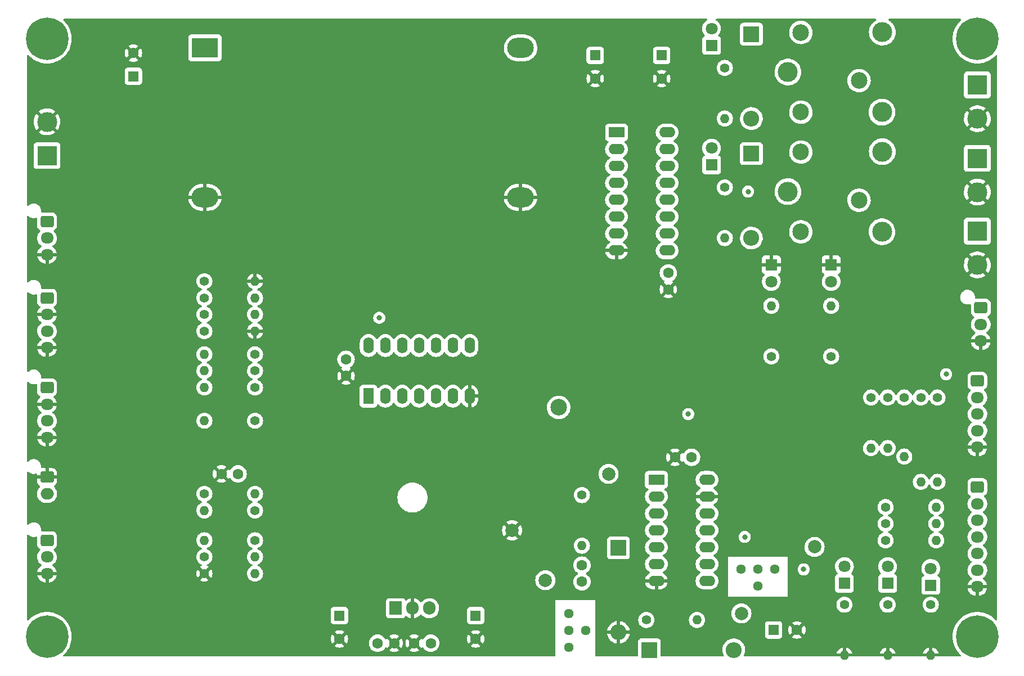
<source format=gbr>
%TF.GenerationSoftware,KiCad,Pcbnew,(6.0.1)*%
%TF.CreationDate,2023-02-05T15:58:29-08:00*%
%TF.ProjectId,Interface Board,496e7465-7266-4616-9365-20426f617264,rev?*%
%TF.SameCoordinates,Original*%
%TF.FileFunction,Copper,L2,Inr*%
%TF.FilePolarity,Positive*%
%FSLAX46Y46*%
G04 Gerber Fmt 4.6, Leading zero omitted, Abs format (unit mm)*
G04 Created by KiCad (PCBNEW (6.0.1)) date 2023-02-05 15:58:29*
%MOMM*%
%LPD*%
G01*
G04 APERTURE LIST*
G04 Aperture macros list*
%AMRoundRect*
0 Rectangle with rounded corners*
0 $1 Rounding radius*
0 $2 $3 $4 $5 $6 $7 $8 $9 X,Y pos of 4 corners*
0 Add a 4 corners polygon primitive as box body*
4,1,4,$2,$3,$4,$5,$6,$7,$8,$9,$2,$3,0*
0 Add four circle primitives for the rounded corners*
1,1,$1+$1,$2,$3*
1,1,$1+$1,$4,$5*
1,1,$1+$1,$6,$7*
1,1,$1+$1,$8,$9*
0 Add four rect primitives between the rounded corners*
20,1,$1+$1,$2,$3,$4,$5,0*
20,1,$1+$1,$4,$5,$6,$7,0*
20,1,$1+$1,$6,$7,$8,$9,0*
20,1,$1+$1,$8,$9,$2,$3,0*%
G04 Aperture macros list end*
%TA.AperFunction,ComponentPad*%
%ADD10C,1.440000*%
%TD*%
%TA.AperFunction,ComponentPad*%
%ADD11C,1.400000*%
%TD*%
%TA.AperFunction,ComponentPad*%
%ADD12O,1.400000X1.400000*%
%TD*%
%TA.AperFunction,ComponentPad*%
%ADD13R,1.800000X1.800000*%
%TD*%
%TA.AperFunction,ComponentPad*%
%ADD14C,1.800000*%
%TD*%
%TA.AperFunction,ComponentPad*%
%ADD15RoundRect,0.250000X-0.725000X0.600000X-0.725000X-0.600000X0.725000X-0.600000X0.725000X0.600000X0*%
%TD*%
%TA.AperFunction,ComponentPad*%
%ADD16O,1.950000X1.700000*%
%TD*%
%TA.AperFunction,ComponentPad*%
%ADD17R,1.600000X1.600000*%
%TD*%
%TA.AperFunction,ComponentPad*%
%ADD18C,1.600000*%
%TD*%
%TA.AperFunction,ComponentPad*%
%ADD19R,3.000000X3.000000*%
%TD*%
%TA.AperFunction,ComponentPad*%
%ADD20C,3.000000*%
%TD*%
%TA.AperFunction,ComponentPad*%
%ADD21R,2.400000X2.400000*%
%TD*%
%TA.AperFunction,ComponentPad*%
%ADD22O,2.400000X2.400000*%
%TD*%
%TA.AperFunction,ComponentPad*%
%ADD23C,2.000000*%
%TD*%
%TA.AperFunction,ComponentPad*%
%ADD24R,4.000000X3.000000*%
%TD*%
%TA.AperFunction,ComponentPad*%
%ADD25O,4.000000X3.000000*%
%TD*%
%TA.AperFunction,ComponentPad*%
%ADD26R,1.905000X2.000000*%
%TD*%
%TA.AperFunction,ComponentPad*%
%ADD27O,1.905000X2.000000*%
%TD*%
%TA.AperFunction,ComponentPad*%
%ADD28C,2.500000*%
%TD*%
%TA.AperFunction,ComponentPad*%
%ADD29R,2.400000X1.600000*%
%TD*%
%TA.AperFunction,ComponentPad*%
%ADD30O,2.400000X1.600000*%
%TD*%
%TA.AperFunction,ComponentPad*%
%ADD31C,0.800000*%
%TD*%
%TA.AperFunction,ComponentPad*%
%ADD32C,6.400000*%
%TD*%
%TA.AperFunction,ComponentPad*%
%ADD33R,1.600000X2.400000*%
%TD*%
%TA.AperFunction,ComponentPad*%
%ADD34O,1.600000X2.400000*%
%TD*%
%TA.AperFunction,ComponentPad*%
%ADD35RoundRect,0.250000X-0.750000X0.600000X-0.750000X-0.600000X0.750000X-0.600000X0.750000X0.600000X0*%
%TD*%
%TA.AperFunction,ComponentPad*%
%ADD36O,2.000000X1.700000*%
%TD*%
%TA.AperFunction,ViaPad*%
%ADD37C,2.500000*%
%TD*%
%TA.AperFunction,ViaPad*%
%ADD38C,0.800000*%
%TD*%
G04 APERTURE END LIST*
D10*
%TO.N,+5V*%
%TO.C,RV1*%
X114550000Y15125000D03*
X112010000Y15125000D03*
X112010000Y12585000D03*
%TO.N,Net-(C11-Pad1)*%
X109470000Y15125000D03*
%TD*%
%TO.N,Net-(C10-Pad2)*%
%TO.C,RV2*%
X83500000Y8500000D03*
%TO.N,GND*%
X83500000Y5960000D03*
X86040000Y5960000D03*
X83500000Y3420000D03*
%TD*%
D11*
%TO.N,Net-(D1-Pad1)*%
%TO.C,R1*%
X107000000Y72620000D03*
D12*
%TO.N,Net-(D2-Pad2)*%
X107000000Y65000000D03*
%TD*%
D11*
%TO.N,Net-(J11-Pad1)*%
%TO.C,R26*%
X139000000Y41000000D03*
D12*
%TO.N,Net-(J11-Pad2)*%
X139000000Y28300000D03*
%TD*%
D13*
%TO.N,Net-(D3-Pad1)*%
%TO.C,D3*%
X105000000Y94000000D03*
D14*
%TO.N,+12V*%
X105000000Y96540000D03*
%TD*%
D15*
%TO.N,Net-(J12-Pad1)*%
%TO.C,J12*%
X145000000Y43500000D03*
D16*
%TO.N,Net-(J12-Pad2)*%
X145000000Y41000000D03*
%TO.N,Net-(J12-Pad3)*%
X145000000Y38500000D03*
%TO.N,Net-(J12-Pad4)*%
X145000000Y36000000D03*
%TO.N,GND*%
X145000000Y33500000D03*
%TD*%
D11*
%TO.N,Net-(C3-Pad1)*%
%TO.C,R9*%
X36310000Y24000000D03*
D12*
%TO.N,+5V*%
X28690000Y24000000D03*
%TD*%
D17*
%TO.N,Net-(C11-Pad1)*%
%TO.C,C11*%
X114347349Y6000000D03*
D18*
%TO.N,GND*%
X117847349Y6000000D03*
%TD*%
%TO.N,+5V*%
%TO.C,C2*%
X102000000Y32000000D03*
%TO.N,GND*%
X99500000Y32000000D03*
%TD*%
D19*
%TO.N,Net-(J4-Pad1)*%
%TO.C,J4*%
X145000000Y88040000D03*
D20*
%TO.N,GND*%
X145000000Y82960000D03*
%TD*%
D21*
%TO.N,Net-(D9-Pad1)*%
%TO.C,D9*%
X95650000Y3000000D03*
D22*
%TO.N,Net-(C11-Pad1)*%
X108350000Y3000000D03*
%TD*%
D11*
%TO.N,Net-(J8-Pad2)*%
%TO.C,R10*%
X28690000Y26500000D03*
D12*
%TO.N,Net-(C3-Pad1)*%
X36310000Y26500000D03*
%TD*%
D11*
%TO.N,Net-(J6-Pad1)*%
%TO.C,R5*%
X114000000Y47190000D03*
D12*
%TO.N,Net-(D5-Pad2)*%
X114000000Y54810000D03*
%TD*%
D17*
%TO.N,+24V*%
%TO.C,C8*%
X18000000Y89347349D03*
D18*
%TO.N,GND*%
X18000000Y92847349D03*
%TD*%
D23*
%TO.N,GND*%
%TO.C,TP5*%
X75000000Y21000000D03*
%TD*%
D11*
%TO.N,Net-(J12-Pad1)*%
%TO.C,R16*%
X129000000Y41000000D03*
D12*
%TO.N,Net-(J12-Pad4)*%
X129000000Y33380000D03*
%TD*%
D24*
%TO.N,+24V*%
%TO.C,PS1*%
X28767500Y93632500D03*
D25*
%TO.N,GND*%
X28767500Y71132500D03*
X76267500Y71132500D03*
%TO.N,+12V*%
X76267500Y93632500D03*
%TD*%
D11*
%TO.N,Net-(JP7-Pad2)*%
%TO.C,R19*%
X85500000Y26310000D03*
D12*
%TO.N,Net-(C10-Pad1)*%
X85500000Y18690000D03*
%TD*%
D11*
%TO.N,Net-(R20-Pad1)*%
%TO.C,R20*%
X95190000Y7500000D03*
D12*
%TO.N,Net-(D9-Pad1)*%
X102810000Y7500000D03*
%TD*%
D11*
%TO.N,Net-(J6-Pad2)*%
%TO.C,R8*%
X123000000Y47190000D03*
D12*
%TO.N,Net-(D6-Pad2)*%
X123000000Y54810000D03*
%TD*%
D13*
%TO.N,Net-(D7-Pad1)*%
%TO.C,D7*%
X138000000Y12725000D03*
D14*
%TO.N,Net-(D7-Pad2)*%
X138000000Y15265000D03*
%TD*%
D11*
%TO.N,Net-(D7-Pad1)*%
%TO.C,R11*%
X138000000Y9810000D03*
D12*
%TO.N,GND*%
X138000000Y2190000D03*
%TD*%
D11*
%TO.N,Net-(D8-Pad1)*%
%TO.C,R15*%
X131500000Y9810000D03*
D12*
%TO.N,GND*%
X131500000Y2190000D03*
%TD*%
D11*
%TO.N,Net-(J11-Pad1)*%
%TO.C,R25*%
X136500000Y41000000D03*
D12*
%TO.N,Net-(J11-Pad3)*%
X136500000Y28300000D03*
%TD*%
D23*
%TO.N,Net-(C11-Pad1)*%
%TO.C,TP4*%
X109500000Y8500000D03*
%TD*%
D26*
%TO.N,+12V*%
%TO.C,U3*%
X57460000Y9270000D03*
D27*
%TO.N,GND*%
X60000000Y9270000D03*
%TO.N,+5V*%
X62540000Y9270000D03*
%TD*%
D20*
%TO.N,Net-(JP2-Pad2)*%
%TO.C,K2*%
X116500000Y90000000D03*
D28*
%TO.N,Net-(D4-Pad2)*%
X118450000Y83950000D03*
D20*
%TO.N,Net-(J4-Pad1)*%
X130650000Y83950000D03*
%TO.N,unconnected-(K2-Pad4)*%
X130700000Y96000000D03*
D28*
%TO.N,+12V*%
X118450000Y95950000D03*
%TD*%
D11*
%TO.N,Net-(J9-Pad2)*%
%TO.C,R13*%
X28690000Y17000000D03*
D12*
%TO.N,Net-(R12-Pad1)*%
X36310000Y17000000D03*
%TD*%
D29*
%TO.N,Net-(R27-Pad2)*%
%TO.C,U1*%
X90700000Y80900000D03*
D30*
%TO.N,Net-(R28-Pad2)*%
X90700000Y78360000D03*
%TO.N,Net-(J6-Pad1)*%
X90700000Y75820000D03*
%TO.N,Net-(J6-Pad2)*%
X90700000Y73280000D03*
%TO.N,Net-(D7-Pad2)*%
X90700000Y70740000D03*
%TO.N,Net-(D8-Pad2)*%
X90700000Y68200000D03*
%TO.N,Net-(D10-Pad2)*%
X90700000Y65660000D03*
%TO.N,GND*%
X90700000Y63120000D03*
%TO.N,+12V*%
X98320000Y63120000D03*
%TO.N,Net-(J12-Pad4)*%
X98320000Y65660000D03*
%TO.N,Net-(J12-Pad3)*%
X98320000Y68200000D03*
%TO.N,Net-(J12-Pad2)*%
X98320000Y70740000D03*
%TO.N,Net-(J11-Pad3)*%
X98320000Y73280000D03*
%TO.N,Net-(J11-Pad2)*%
X98320000Y75820000D03*
%TO.N,Net-(D2-Pad2)*%
X98320000Y78360000D03*
%TO.N,Net-(D4-Pad2)*%
X98320000Y80900000D03*
%TD*%
D21*
%TO.N,+12V*%
%TO.C,D4*%
X111000000Y95700000D03*
D22*
%TO.N,Net-(D4-Pad2)*%
X111000000Y83000000D03*
%TD*%
D11*
%TO.N,Net-(R12-Pad1)*%
%TO.C,R12*%
X36310000Y19500000D03*
D12*
%TO.N,+5V*%
X28690000Y19500000D03*
%TD*%
D21*
%TO.N,Net-(C10-Pad2)*%
%TO.C,D11*%
X91000000Y18350000D03*
D22*
%TO.N,GND*%
X91000000Y5650000D03*
%TD*%
D15*
%TO.N,/RELAY_IN_1*%
%TO.C,J3*%
X5000000Y67500000D03*
D16*
%TO.N,/RELAY_IN_2*%
X5000000Y65000000D03*
%TO.N,GND*%
X5000000Y62500000D03*
%TD*%
D18*
%TO.N,Net-(C3-Pad1)*%
%TO.C,C3*%
X33750000Y29500000D03*
%TO.N,GND*%
X31250000Y29500000D03*
%TD*%
D17*
%TO.N,+5V*%
%TO.C,C6*%
X69500000Y8152651D03*
D18*
%TO.N,GND*%
X69500000Y4652651D03*
%TD*%
D11*
%TO.N,Net-(D8-Pad2)*%
%TO.C,R23*%
X131190000Y22000000D03*
D12*
%TO.N,Net-(J11-Pad5)*%
X138810000Y22000000D03*
%TD*%
D13*
%TO.N,GND*%
%TO.C,D5*%
X114000000Y61000000D03*
D14*
%TO.N,Net-(D5-Pad2)*%
X114000000Y58460000D03*
%TD*%
D23*
%TO.N,Net-(C10-Pad2)*%
%TO.C,TP3*%
X80000000Y13500000D03*
%TD*%
D11*
%TO.N,/RELAY_IN_1*%
%TO.C,R29*%
X28690000Y58500000D03*
D12*
%TO.N,GND*%
X36310000Y58500000D03*
%TD*%
D20*
%TO.N,Net-(JP1-Pad2)*%
%TO.C,K1*%
X116500000Y72000000D03*
D28*
%TO.N,Net-(D2-Pad2)*%
X118450000Y65950000D03*
D20*
%TO.N,Net-(J2-Pad1)*%
X130650000Y65950000D03*
%TO.N,unconnected-(K1-Pad4)*%
X130700000Y78000000D03*
D28*
%TO.N,+12V*%
X118450000Y77950000D03*
%TD*%
D19*
%TO.N,Net-(J2-Pad1)*%
%TO.C,J2*%
X145000000Y77000000D03*
D20*
%TO.N,GND*%
X145000000Y71920000D03*
%TD*%
D31*
%TO.N,N/C*%
%TO.C,H5*%
X6697056Y93302944D03*
X6697056Y96697056D03*
X7400000Y95000000D03*
D32*
X5000000Y95000000D03*
D31*
X5000000Y97400000D03*
X2600000Y95000000D03*
X3302944Y96697056D03*
X5000000Y92600000D03*
X3302944Y93302944D03*
%TD*%
D15*
%TO.N,/LSW_Y*%
%TO.C,J7*%
X5000000Y56000000D03*
D16*
%TO.N,GND*%
X5000000Y53500000D03*
%TO.N,Net-(J7-Pad3)*%
X5000000Y51000000D03*
%TO.N,GND*%
X5000000Y48500000D03*
%TD*%
D13*
%TO.N,GND*%
%TO.C,D6*%
X123000000Y61000000D03*
D14*
%TO.N,Net-(D6-Pad2)*%
X123000000Y58460000D03*
%TD*%
D11*
%TO.N,/RELAY_IN_2*%
%TO.C,R28*%
X28690000Y53500000D03*
D12*
%TO.N,Net-(R28-Pad2)*%
X36310000Y53500000D03*
%TD*%
D11*
%TO.N,GND*%
%TO.C,R14*%
X28690000Y14500000D03*
D12*
%TO.N,Net-(R12-Pad1)*%
X36310000Y14500000D03*
%TD*%
D31*
%TO.N,N/C*%
%TO.C,H2*%
X143302944Y96697056D03*
X145000000Y92600000D03*
X143302944Y93302944D03*
X147400000Y95000000D03*
X146697056Y93302944D03*
X145000000Y97400000D03*
D32*
X145000000Y95000000D03*
D31*
X146697056Y96697056D03*
X142600000Y95000000D03*
%TD*%
D33*
%TO.N,Net-(C3-Pad1)*%
%TO.C,U2*%
X53375000Y41200000D03*
D34*
%TO.N,Net-(JP3-Pad1)*%
X55915000Y41200000D03*
%TO.N,Net-(R12-Pad1)*%
X58455000Y41200000D03*
%TO.N,Net-(JP4-Pad1)*%
X60995000Y41200000D03*
X63535000Y41200000D03*
%TO.N,Net-(JP4-Pad3)*%
X66075000Y41200000D03*
%TO.N,GND*%
X68615000Y41200000D03*
%TO.N,Net-(JP3-Pad3)*%
X68615000Y48820000D03*
%TO.N,Net-(JP3-Pad1)*%
X66075000Y48820000D03*
%TO.N,Net-(J6-Pad2)*%
X63535000Y48820000D03*
%TO.N,/LSW_Y*%
X60995000Y48820000D03*
%TO.N,Net-(J6-Pad1)*%
X58455000Y48820000D03*
%TO.N,/LSW_X*%
X55915000Y48820000D03*
%TO.N,+5V*%
X53375000Y48820000D03*
%TD*%
D18*
%TO.N,+12V*%
%TO.C,C1*%
X98500000Y59750000D03*
%TO.N,GND*%
X98500000Y57250000D03*
%TD*%
D23*
%TO.N,Net-(D10-Pad2)*%
%TO.C,TP1*%
X120500000Y18500000D03*
%TD*%
D15*
%TO.N,/LSW_X*%
%TO.C,J5*%
X5000000Y42500000D03*
D16*
%TO.N,GND*%
X5000000Y40000000D03*
%TO.N,Net-(J5-Pad3)*%
X5000000Y37500000D03*
%TO.N,GND*%
X5000000Y35000000D03*
%TD*%
D11*
%TO.N,+5V*%
%TO.C,R3*%
X36310000Y42500000D03*
D12*
%TO.N,/LSW_X*%
X28690000Y42500000D03*
%TD*%
D11*
%TO.N,Net-(D10-Pad2)*%
%TO.C,R24*%
X131190000Y19500000D03*
D12*
%TO.N,Net-(J11-Pad6)*%
X138810000Y19500000D03*
%TD*%
D11*
%TO.N,Net-(D7-Pad2)*%
%TO.C,R22*%
X131190000Y24500000D03*
D12*
%TO.N,Net-(J11-Pad4)*%
X138810000Y24500000D03*
%TD*%
D11*
%TO.N,Net-(D10-Pad1)*%
%TO.C,R21*%
X125000000Y9810000D03*
D12*
%TO.N,GND*%
X125000000Y2190000D03*
%TD*%
D18*
%TO.N,+12V*%
%TO.C,C5*%
X54750000Y4000000D03*
%TO.N,GND*%
X57250000Y4000000D03*
%TD*%
D11*
%TO.N,+5V*%
%TO.C,R2*%
X36310000Y37500000D03*
D12*
%TO.N,Net-(J5-Pad3)*%
X28690000Y37500000D03*
%TD*%
D19*
%TO.N,+12V*%
%TO.C,J10*%
X145000000Y66040000D03*
D20*
%TO.N,GND*%
X145000000Y60960000D03*
%TD*%
D17*
%TO.N,+12V*%
%TO.C,C13*%
X87500000Y92500000D03*
D18*
%TO.N,GND*%
X87500000Y89000000D03*
%TD*%
D15*
%TO.N,Net-(J11-Pad1)*%
%TO.C,J11*%
X145000000Y27500000D03*
D16*
%TO.N,Net-(J11-Pad2)*%
X145000000Y25000000D03*
%TO.N,Net-(J11-Pad3)*%
X145000000Y22500000D03*
%TO.N,Net-(J11-Pad4)*%
X145000000Y20000000D03*
%TO.N,Net-(J11-Pad5)*%
X145000000Y17500000D03*
%TO.N,Net-(J11-Pad6)*%
X145000000Y15000000D03*
%TO.N,GND*%
X145000000Y12500000D03*
%TD*%
D15*
%TO.N,Net-(J6-Pad1)*%
%TO.C,J6*%
X145525000Y54500000D03*
D16*
%TO.N,Net-(J6-Pad2)*%
X145525000Y52000000D03*
%TO.N,GND*%
X145525000Y49500000D03*
%TD*%
D29*
%TO.N,Net-(D8-Pad2)*%
%TO.C,U4*%
X96700000Y28625000D03*
D30*
%TO.N,Net-(JP7-Pad1)*%
X96700000Y26085000D03*
X96700000Y23545000D03*
%TO.N,Net-(JP7-Pad3)*%
X96700000Y21005000D03*
%TO.N,Net-(C10-Pad2)*%
X96700000Y18465000D03*
%TO.N,Net-(R20-Pad1)*%
X96700000Y15925000D03*
%TO.N,GND*%
X96700000Y13385000D03*
%TO.N,Net-(JP6-Pad1)*%
X104320000Y13385000D03*
%TO.N,Net-(C11-Pad1)*%
X104320000Y15925000D03*
%TO.N,Net-(JP6-Pad3)*%
X104320000Y18465000D03*
%TO.N,Net-(JP6-Pad1)*%
X104320000Y21005000D03*
%TO.N,unconnected-(U4-Pad12)*%
X104320000Y23545000D03*
%TO.N,GND*%
X104320000Y26085000D03*
%TO.N,+5V*%
X104320000Y28625000D03*
%TD*%
D11*
%TO.N,Net-(D3-Pad1)*%
%TO.C,R4*%
X107000000Y90620000D03*
D12*
%TO.N,Net-(D4-Pad2)*%
X107000000Y83000000D03*
%TD*%
D17*
%TO.N,+12V*%
%TO.C,C4*%
X49000000Y8152651D03*
D18*
%TO.N,GND*%
X49000000Y4652651D03*
%TD*%
%TO.N,+5V*%
%TO.C,C12*%
X50000000Y46750000D03*
%TO.N,GND*%
X50000000Y44250000D03*
%TD*%
D11*
%TO.N,/RELAY_IN_2*%
%TO.C,R30*%
X28690000Y51000000D03*
D12*
%TO.N,GND*%
X36310000Y51000000D03*
%TD*%
D11*
%TO.N,Net-(J12-Pad1)*%
%TO.C,R18*%
X134000000Y41000000D03*
D12*
%TO.N,Net-(J12-Pad2)*%
X134000000Y32110000D03*
%TD*%
D23*
%TO.N,Net-(JP7-Pad1)*%
%TO.C,TP2*%
X89500000Y29500000D03*
%TD*%
D11*
%TO.N,+5V*%
%TO.C,R7*%
X36310000Y47500000D03*
D12*
%TO.N,/LSW_Y*%
X28690000Y47500000D03*
%TD*%
D13*
%TO.N,Net-(D8-Pad1)*%
%TO.C,D8*%
X131500000Y13000000D03*
D14*
%TO.N,Net-(D8-Pad2)*%
X131500000Y15540000D03*
%TD*%
D17*
%TO.N,+24V*%
%TO.C,C9*%
X97500000Y92500000D03*
D18*
%TO.N,GND*%
X97500000Y89000000D03*
%TD*%
D11*
%TO.N,+5V*%
%TO.C,R6*%
X36310000Y45000000D03*
D12*
%TO.N,Net-(J7-Pad3)*%
X28690000Y45000000D03*
%TD*%
D19*
%TO.N,+24V*%
%TO.C,J1*%
X5000000Y77420000D03*
D20*
%TO.N,GND*%
X5000000Y82500000D03*
%TD*%
D31*
%TO.N,N/C*%
%TO.C,H6*%
X5000000Y2600000D03*
X2600000Y5000000D03*
X5000000Y7400000D03*
X6697056Y3302944D03*
X3302944Y6697056D03*
X6697056Y6697056D03*
X7400000Y5000000D03*
X3302944Y3302944D03*
D32*
X5000000Y5000000D03*
%TD*%
D13*
%TO.N,Net-(D1-Pad1)*%
%TO.C,D1*%
X105000000Y76000000D03*
D14*
%TO.N,+12V*%
X105000000Y78540000D03*
%TD*%
D15*
%TO.N,Net-(J9-Pad1)*%
%TO.C,J9*%
X5000000Y19500000D03*
D16*
%TO.N,Net-(J9-Pad2)*%
X5000000Y17000000D03*
%TO.N,GND*%
X5000000Y14500000D03*
%TD*%
D35*
%TO.N,GND*%
%TO.C,J8*%
X5000000Y29000000D03*
D36*
%TO.N,Net-(J8-Pad2)*%
X5000000Y26500000D03*
%TD*%
D11*
%TO.N,/RELAY_IN_1*%
%TO.C,R27*%
X28690000Y56000000D03*
D12*
%TO.N,Net-(R27-Pad2)*%
X36310000Y56000000D03*
%TD*%
D18*
%TO.N,+5V*%
%TO.C,C7*%
X62750000Y4000000D03*
%TO.N,GND*%
X60250000Y4000000D03*
%TD*%
D31*
%TO.N,N/C*%
%TO.C,H1*%
X146697056Y3302944D03*
X147400000Y5000000D03*
X143302944Y3302944D03*
X142600000Y5000000D03*
X145000000Y2600000D03*
X146697056Y6697056D03*
X145000000Y7400000D03*
X143302944Y6697056D03*
D32*
X145000000Y5000000D03*
%TD*%
D21*
%TO.N,+12V*%
%TO.C,D2*%
X111000000Y77700000D03*
D22*
%TO.N,Net-(D2-Pad2)*%
X111000000Y65000000D03*
%TD*%
D13*
%TO.N,Net-(D10-Pad1)*%
%TO.C,D10*%
X125000000Y13000000D03*
D14*
%TO.N,Net-(D10-Pad2)*%
X125000000Y15540000D03*
%TD*%
D11*
%TO.N,Net-(J12-Pad1)*%
%TO.C,R17*%
X131500000Y41000000D03*
D12*
%TO.N,Net-(J12-Pad3)*%
X131500000Y33380000D03*
%TD*%
D18*
%TO.N,Net-(C10-Pad1)*%
%TO.C,C10*%
X85500000Y15750000D03*
%TO.N,Net-(C10-Pad2)*%
X85500000Y13250000D03*
%TD*%
D37*
%TO.N,+12V*%
X82000000Y39500000D03*
D38*
X110500000Y72000000D03*
%TO.N,GND*%
X79175000Y3420000D03*
%TO.N,+5V*%
X140300000Y44500000D03*
X118875000Y15125000D03*
D37*
%TO.N,+24V*%
X127200000Y88700000D03*
X127200000Y70700000D03*
D38*
%TO.N,Net-(D10-Pad2)*%
X110000000Y20000000D03*
%TO.N,/LSW_Y*%
X55000000Y53000000D03*
%TO.N,Net-(D8-Pad2)*%
X101500000Y38500000D03*
%TD*%
%TA.AperFunction,Conductor*%
%TO.N,GND*%
G36*
X104307314Y97979998D02*
G01*
X104353807Y97926342D01*
X104363911Y97856068D01*
X104334417Y97791488D01*
X104297377Y97762239D01*
X104246872Y97735948D01*
X104242739Y97732845D01*
X104242736Y97732843D01*
X104065790Y97599988D01*
X104061655Y97596883D01*
X104039445Y97573642D01*
X103959295Y97489769D01*
X103901639Y97429436D01*
X103898725Y97425164D01*
X103898724Y97425163D01*
X103883331Y97402598D01*
X103771119Y97238101D01*
X103673602Y97028019D01*
X103611707Y96804831D01*
X103587095Y96574531D01*
X103587392Y96569378D01*
X103587392Y96569375D01*
X103593067Y96470959D01*
X103600427Y96343303D01*
X103601564Y96338257D01*
X103601565Y96338251D01*
X103629295Y96215206D01*
X103651346Y96117358D01*
X103653288Y96112576D01*
X103653289Y96112572D01*
X103698669Y96000815D01*
X103738484Y95902763D01*
X103859501Y95705281D01*
X103915503Y95640631D01*
X103971304Y95576212D01*
X104000786Y95511627D01*
X103990671Y95441354D01*
X103944170Y95387706D01*
X103920296Y95375733D01*
X103907130Y95370797D01*
X103853295Y95350615D01*
X103736739Y95263261D01*
X103649385Y95146705D01*
X103598255Y95010316D01*
X103591500Y94948134D01*
X103591500Y93051866D01*
X103598255Y92989684D01*
X103649385Y92853295D01*
X103736739Y92736739D01*
X103853295Y92649385D01*
X103989684Y92598255D01*
X104051866Y92591500D01*
X105948134Y92591500D01*
X106010316Y92598255D01*
X106146705Y92649385D01*
X106263261Y92736739D01*
X106350615Y92853295D01*
X106401745Y92989684D01*
X106408500Y93051866D01*
X106408500Y94451866D01*
X109291500Y94451866D01*
X109298255Y94389684D01*
X109349385Y94253295D01*
X109436739Y94136739D01*
X109553295Y94049385D01*
X109689684Y93998255D01*
X109751866Y93991500D01*
X112248134Y93991500D01*
X112310316Y93998255D01*
X112446705Y94049385D01*
X112563261Y94136739D01*
X112650615Y94253295D01*
X112701745Y94389684D01*
X112708500Y94451866D01*
X112708500Y95996161D01*
X116687173Y95996161D01*
X116687397Y95991495D01*
X116687397Y95991489D01*
X116689132Y95955373D01*
X116699713Y95735092D01*
X116750704Y95478744D01*
X116839026Y95232748D01*
X116841242Y95228624D01*
X116954567Y95017715D01*
X116962737Y95002509D01*
X116965532Y94998766D01*
X116965534Y94998763D01*
X117116330Y94796823D01*
X117116335Y94796817D01*
X117119122Y94793085D01*
X117122431Y94789805D01*
X117122436Y94789799D01*
X117296346Y94617401D01*
X117304743Y94609077D01*
X117308505Y94606319D01*
X117308508Y94606316D01*
X117466178Y94490708D01*
X117515524Y94454526D01*
X117519667Y94452346D01*
X117519669Y94452345D01*
X117742684Y94335011D01*
X117742689Y94335009D01*
X117746834Y94332828D01*
X117885254Y94284489D01*
X117958933Y94258759D01*
X117993590Y94246656D01*
X117998183Y94245784D01*
X118245785Y94198776D01*
X118245788Y94198776D01*
X118250374Y94197905D01*
X118380958Y94192774D01*
X118506875Y94187826D01*
X118506881Y94187826D01*
X118511543Y94187643D01*
X118594779Y94196759D01*
X118766707Y94215588D01*
X118766712Y94215589D01*
X118771360Y94216098D01*
X118801374Y94224000D01*
X119019594Y94281452D01*
X119019596Y94281453D01*
X119024117Y94282643D01*
X119264262Y94385818D01*
X119270510Y94389684D01*
X119482547Y94520896D01*
X119482548Y94520896D01*
X119486519Y94523354D01*
X119490082Y94526371D01*
X119490087Y94526374D01*
X119682439Y94689213D01*
X119682440Y94689214D01*
X119686005Y94692232D01*
X119736237Y94749510D01*
X119855257Y94885226D01*
X119855261Y94885231D01*
X119858339Y94888741D01*
X119877045Y94917822D01*
X119981889Y95080822D01*
X119999733Y95108563D01*
X120107083Y95346871D01*
X120127238Y95418336D01*
X120176760Y95593924D01*
X120176761Y95593927D01*
X120178030Y95598428D01*
X120194832Y95730504D01*
X120210616Y95854579D01*
X120210616Y95854583D01*
X120211014Y95857709D01*
X120213431Y95950000D01*
X120200994Y96117358D01*
X120194407Y96206000D01*
X120194406Y96206004D01*
X120194061Y96210652D01*
X120187120Y96241329D01*
X120137408Y96461020D01*
X120136377Y96465577D01*
X120134284Y96470959D01*
X120043340Y96704824D01*
X120043339Y96704827D01*
X120041647Y96709177D01*
X119911951Y96936098D01*
X119750138Y97141357D01*
X119559763Y97320443D01*
X119345009Y97469424D01*
X119331952Y97475863D01*
X119114781Y97582960D01*
X119114778Y97582961D01*
X119110593Y97585025D01*
X119073549Y97596883D01*
X118866123Y97663280D01*
X118861665Y97664707D01*
X118603693Y97706721D01*
X118489942Y97708210D01*
X118347022Y97710081D01*
X118347019Y97710081D01*
X118342345Y97710142D01*
X118083362Y97674896D01*
X117832433Y97601757D01*
X117828180Y97599797D01*
X117828179Y97599796D01*
X117791659Y97582960D01*
X117595072Y97492332D01*
X117552487Y97464412D01*
X117380404Y97351590D01*
X117380399Y97351586D01*
X117376491Y97349024D01*
X117181494Y97174982D01*
X117014363Y96974030D01*
X117011934Y96970027D01*
X116902676Y96789975D01*
X116878771Y96750581D01*
X116777697Y96509545D01*
X116713359Y96256217D01*
X116687173Y95996161D01*
X112708500Y95996161D01*
X112708500Y96948134D01*
X112701745Y97010316D01*
X112650615Y97146705D01*
X112563261Y97263261D01*
X112446705Y97350615D01*
X112310316Y97401745D01*
X112248134Y97408500D01*
X109751866Y97408500D01*
X109689684Y97401745D01*
X109553295Y97350615D01*
X109436739Y97263261D01*
X109349385Y97146705D01*
X109298255Y97010316D01*
X109291500Y96948134D01*
X109291500Y94451866D01*
X106408500Y94451866D01*
X106408500Y94948134D01*
X106401745Y95010316D01*
X106350615Y95146705D01*
X106263261Y95263261D01*
X106146705Y95350615D01*
X106138296Y95353767D01*
X106138295Y95353768D01*
X106079804Y95375695D01*
X106023039Y95418336D01*
X105998339Y95484897D01*
X106013546Y95554246D01*
X106035093Y95582927D01*
X106072636Y95620340D01*
X106072640Y95620345D01*
X106076303Y95623995D01*
X106211458Y95812083D01*
X106235568Y95860865D01*
X106311784Y96015078D01*
X106311785Y96015080D01*
X106314078Y96019720D01*
X106381408Y96241329D01*
X106411640Y96470959D01*
X106413327Y96540000D01*
X106396014Y96750581D01*
X106394773Y96765682D01*
X106394772Y96765688D01*
X106394349Y96770833D01*
X106353857Y96932040D01*
X106339184Y96990456D01*
X106339183Y96990460D01*
X106337925Y96995467D01*
X106335866Y97000203D01*
X106247630Y97203132D01*
X106247628Y97203135D01*
X106245570Y97207869D01*
X106119764Y97402335D01*
X106114155Y97408500D01*
X106063278Y97464412D01*
X105963887Y97573642D01*
X105959836Y97576841D01*
X105959832Y97576845D01*
X105786177Y97713989D01*
X105786172Y97713992D01*
X105782123Y97717190D01*
X105777608Y97719683D01*
X105777595Y97719691D01*
X105697887Y97763692D01*
X105647917Y97814124D01*
X105633145Y97883567D01*
X105658261Y97949973D01*
X105715292Y97992257D01*
X105758781Y98000000D01*
X129674733Y98000000D01*
X129742854Y97979998D01*
X129789347Y97926342D01*
X129799451Y97856068D01*
X129769957Y97791488D01*
X129739439Y97765884D01*
X129554725Y97655336D01*
X129554721Y97655333D01*
X129551043Y97653132D01*
X129337318Y97481906D01*
X129148808Y97283258D01*
X128989002Y97060864D01*
X128860857Y96818839D01*
X128859385Y96814816D01*
X128859383Y96814812D01*
X128835878Y96750581D01*
X128766743Y96561663D01*
X128708404Y96294093D01*
X128686917Y96021082D01*
X128702682Y95747680D01*
X128703507Y95743475D01*
X128703508Y95743467D01*
X128726948Y95623995D01*
X128755405Y95478947D01*
X128756792Y95474897D01*
X128756793Y95474892D01*
X128839698Y95232748D01*
X128844112Y95219856D01*
X128865557Y95177217D01*
X128964882Y94979731D01*
X128967160Y94975201D01*
X128969586Y94971672D01*
X128969589Y94971666D01*
X129094584Y94789799D01*
X129122274Y94749510D01*
X129306582Y94546957D01*
X129516675Y94371293D01*
X129520316Y94369009D01*
X129745024Y94228049D01*
X129745028Y94228047D01*
X129748664Y94225766D01*
X129833097Y94187643D01*
X129994345Y94114836D01*
X129994349Y94114834D01*
X129998257Y94113070D01*
X130002377Y94111850D01*
X130002376Y94111850D01*
X130256723Y94036509D01*
X130256727Y94036508D01*
X130260836Y94035291D01*
X130265070Y94034643D01*
X130265075Y94034642D01*
X130527298Y93994517D01*
X130527300Y93994517D01*
X130531540Y93993868D01*
X130670912Y93991678D01*
X130801071Y93989633D01*
X130801077Y93989633D01*
X130805362Y93989566D01*
X131077235Y94022466D01*
X131342127Y94091959D01*
X131346087Y94093599D01*
X131346092Y94093601D01*
X131468631Y94144359D01*
X131595136Y94196759D01*
X131831582Y94334927D01*
X132047089Y94503906D01*
X132054002Y94511039D01*
X132234686Y94697491D01*
X132237669Y94700569D01*
X132240202Y94704017D01*
X132240206Y94704022D01*
X132397257Y94917822D01*
X132399795Y94921277D01*
X132427154Y94971666D01*
X132528418Y95158170D01*
X132528419Y95158172D01*
X132530468Y95161946D01*
X132615279Y95386391D01*
X132625751Y95414105D01*
X132625752Y95414109D01*
X132627269Y95418123D01*
X132661574Y95567909D01*
X132687449Y95680883D01*
X132687450Y95680887D01*
X132688407Y95685067D01*
X132695884Y95768838D01*
X132712531Y95955373D01*
X132712531Y95955375D01*
X132712751Y95957839D01*
X132713193Y96000000D01*
X132703351Y96144370D01*
X132694859Y96268945D01*
X132694858Y96268951D01*
X132694567Y96273222D01*
X132639032Y96541388D01*
X132547617Y96799535D01*
X132479226Y96932040D01*
X132423978Y97039081D01*
X132423978Y97039082D01*
X132422013Y97042888D01*
X132412040Y97057079D01*
X132272179Y97256081D01*
X132264545Y97266943D01*
X132141857Y97398971D01*
X132081046Y97464412D01*
X132081043Y97464415D01*
X132078125Y97467555D01*
X132074810Y97470269D01*
X132074806Y97470272D01*
X131924684Y97593145D01*
X131866205Y97641010D01*
X131707391Y97738331D01*
X131661314Y97766567D01*
X131613683Y97819215D01*
X131602076Y97889256D01*
X131630179Y97954454D01*
X131689069Y97994108D01*
X131727149Y98000000D01*
X142456016Y98000000D01*
X142524137Y97979998D01*
X142570630Y97926342D01*
X142580734Y97856068D01*
X142551240Y97791488D01*
X142535313Y97776082D01*
X142515124Y97759734D01*
X142240266Y97484876D01*
X142238194Y97482318D01*
X142238191Y97482314D01*
X142134096Y97353767D01*
X141995643Y97182793D01*
X141993848Y97180030D01*
X141993848Y97180029D01*
X141841036Y96944717D01*
X141783938Y96856794D01*
X141782443Y96853860D01*
X141782439Y96853853D01*
X141625288Y96545426D01*
X141607468Y96510453D01*
X141547139Y96353291D01*
X141518015Y96277419D01*
X141468167Y96147562D01*
X141367562Y95772099D01*
X141343526Y95620340D01*
X141307281Y95391501D01*
X141306754Y95388176D01*
X141286411Y95000000D01*
X141306754Y94611824D01*
X141307267Y94608584D01*
X141307268Y94608576D01*
X141331548Y94455283D01*
X141367562Y94227901D01*
X141468167Y93852438D01*
X141607468Y93489547D01*
X141608966Y93486607D01*
X141780611Y93149736D01*
X141783938Y93143206D01*
X141785734Y93140440D01*
X141785736Y93140437D01*
X141976804Y92846217D01*
X141995643Y92817207D01*
X142117954Y92666166D01*
X142218781Y92541656D01*
X142240266Y92515124D01*
X142515124Y92240266D01*
X142517682Y92238194D01*
X142517686Y92238191D01*
X142587871Y92181356D01*
X142817207Y91995643D01*
X142819970Y91993848D01*
X142819971Y91993848D01*
X143131467Y91791561D01*
X143143205Y91783938D01*
X143146139Y91782443D01*
X143146146Y91782439D01*
X143438399Y91633529D01*
X143489547Y91607468D01*
X143535876Y91589684D01*
X143816647Y91481906D01*
X143852438Y91468167D01*
X144227901Y91367562D01*
X144377176Y91343919D01*
X144608576Y91307268D01*
X144608584Y91307267D01*
X144611824Y91306754D01*
X145000000Y91286411D01*
X145388176Y91306754D01*
X145391416Y91307267D01*
X145391424Y91307268D01*
X145622824Y91343919D01*
X145772099Y91367562D01*
X146147562Y91468167D01*
X146183354Y91481906D01*
X146464124Y91589684D01*
X146510453Y91607468D01*
X146561601Y91633529D01*
X146853854Y91782439D01*
X146853861Y91782443D01*
X146856795Y91783938D01*
X146868534Y91791561D01*
X147180029Y91993848D01*
X147180030Y91993848D01*
X147182793Y91995643D01*
X147412129Y92181356D01*
X147482314Y92238191D01*
X147482318Y92238194D01*
X147484876Y92240266D01*
X147759734Y92515124D01*
X147776080Y92535310D01*
X147834493Y92575662D01*
X147905450Y92578028D01*
X147966422Y92541656D01*
X147998051Y92478094D01*
X148000000Y92456016D01*
X148000000Y7543984D01*
X147979998Y7475863D01*
X147926342Y7429370D01*
X147856068Y7419266D01*
X147791488Y7448760D01*
X147776082Y7464687D01*
X147759734Y7484876D01*
X147484876Y7759734D01*
X147479726Y7763905D01*
X147213385Y7979584D01*
X147182793Y8004357D01*
X147180029Y8006152D01*
X146859564Y8214264D01*
X146859561Y8214266D01*
X146856795Y8216062D01*
X146853861Y8217557D01*
X146853854Y8217561D01*
X146513393Y8391034D01*
X146510453Y8392532D01*
X146217647Y8504930D01*
X146150652Y8530647D01*
X146150650Y8530648D01*
X146147562Y8531833D01*
X145772099Y8632438D01*
X145543651Y8668621D01*
X145391424Y8692732D01*
X145391416Y8692733D01*
X145388176Y8693246D01*
X145000000Y8713589D01*
X144611824Y8693246D01*
X144608584Y8692733D01*
X144608576Y8692732D01*
X144456349Y8668621D01*
X144227901Y8632438D01*
X143852438Y8531833D01*
X143849350Y8530648D01*
X143849348Y8530647D01*
X143782353Y8504930D01*
X143489547Y8392532D01*
X143486607Y8391034D01*
X143146147Y8217561D01*
X143146140Y8217557D01*
X143143206Y8216062D01*
X143140440Y8214266D01*
X143140437Y8214264D01*
X142965173Y8100447D01*
X142817207Y8004357D01*
X142786615Y7979584D01*
X142520275Y7763905D01*
X142515124Y7759734D01*
X142240266Y7484876D01*
X142238194Y7482318D01*
X142238191Y7482314D01*
X142198895Y7433787D01*
X141995643Y7182793D01*
X141993848Y7180030D01*
X141993848Y7180029D01*
X141813594Y6902460D01*
X141783938Y6856794D01*
X141782443Y6853860D01*
X141782439Y6853853D01*
X141638165Y6570699D01*
X141607468Y6510453D01*
X141468167Y6147562D01*
X141367562Y5772099D01*
X141345247Y5631210D01*
X141307406Y5392292D01*
X141306754Y5388176D01*
X141286411Y5000000D01*
X141306754Y4611824D01*
X141307267Y4608584D01*
X141307268Y4608576D01*
X141333346Y4443933D01*
X141367562Y4227901D01*
X141468167Y3852438D01*
X141607468Y3489547D01*
X141608966Y3486607D01*
X141779558Y3151803D01*
X141783938Y3143206D01*
X141785734Y3140440D01*
X141785736Y3140437D01*
X141967755Y2860151D01*
X141995643Y2817207D01*
X142012918Y2795874D01*
X142218781Y2541656D01*
X142240266Y2515124D01*
X142515124Y2240266D01*
X142535310Y2223920D01*
X142575662Y2165507D01*
X142578028Y2094550D01*
X142541656Y2033578D01*
X142478094Y2001949D01*
X142456016Y2000000D01*
X109967979Y2000000D01*
X109899858Y2020002D01*
X109853365Y2073658D01*
X109843261Y2143932D01*
X109855995Y2182341D01*
X109855669Y2182488D01*
X109857088Y2185638D01*
X109857586Y2186743D01*
X109857589Y2186749D01*
X109942948Y2376239D01*
X109959967Y2414020D01*
X109973357Y2461497D01*
X123822134Y2461497D01*
X123822470Y2447401D01*
X123830412Y2444000D01*
X124727885Y2444000D01*
X124743124Y2448475D01*
X124744329Y2449865D01*
X124746000Y2457548D01*
X124746000Y2462115D01*
X125254000Y2462115D01*
X125258475Y2446876D01*
X125259865Y2445671D01*
X125267548Y2444000D01*
X126164439Y2444000D01*
X126177970Y2447973D01*
X126179199Y2456522D01*
X126177866Y2461497D01*
X130322134Y2461497D01*
X130322470Y2447401D01*
X130330412Y2444000D01*
X131227885Y2444000D01*
X131243124Y2448475D01*
X131244329Y2449865D01*
X131246000Y2457548D01*
X131246000Y2462115D01*
X131754000Y2462115D01*
X131758475Y2446876D01*
X131759865Y2445671D01*
X131767548Y2444000D01*
X132664439Y2444000D01*
X132677970Y2447973D01*
X132679199Y2456522D01*
X132677866Y2461497D01*
X136822134Y2461497D01*
X136822470Y2447401D01*
X136830412Y2444000D01*
X137727885Y2444000D01*
X137743124Y2448475D01*
X137744329Y2449865D01*
X137746000Y2457548D01*
X137746000Y2462115D01*
X138254000Y2462115D01*
X138258475Y2446876D01*
X138259865Y2445671D01*
X138267548Y2444000D01*
X139164439Y2444000D01*
X139177970Y2447973D01*
X139179199Y2456522D01*
X139140908Y2599423D01*
X139137158Y2609727D01*
X139052479Y2791323D01*
X139047002Y2800811D01*
X138932075Y2964942D01*
X138925019Y2973350D01*
X138783350Y3115019D01*
X138774942Y3122075D01*
X138610811Y3237002D01*
X138601323Y3242479D01*
X138419727Y3327158D01*
X138409423Y3330908D01*
X138271497Y3367866D01*
X138257401Y3367530D01*
X138254000Y3359588D01*
X138254000Y2462115D01*
X137746000Y2462115D01*
X137746000Y3354439D01*
X137742027Y3367970D01*
X137733478Y3369199D01*
X137590577Y3330908D01*
X137580273Y3327158D01*
X137398677Y3242479D01*
X137389189Y3237002D01*
X137225058Y3122075D01*
X137216650Y3115019D01*
X137074981Y2973350D01*
X137067925Y2964942D01*
X136952998Y2800811D01*
X136947521Y2791323D01*
X136862842Y2609727D01*
X136859092Y2599423D01*
X136822134Y2461497D01*
X132677866Y2461497D01*
X132640908Y2599423D01*
X132637158Y2609727D01*
X132552479Y2791323D01*
X132547002Y2800811D01*
X132432075Y2964942D01*
X132425019Y2973350D01*
X132283350Y3115019D01*
X132274942Y3122075D01*
X132110811Y3237002D01*
X132101323Y3242479D01*
X131919727Y3327158D01*
X131909423Y3330908D01*
X131771497Y3367866D01*
X131757401Y3367530D01*
X131754000Y3359588D01*
X131754000Y2462115D01*
X131246000Y2462115D01*
X131246000Y3354439D01*
X131242027Y3367970D01*
X131233478Y3369199D01*
X131090577Y3330908D01*
X131080273Y3327158D01*
X130898677Y3242479D01*
X130889189Y3237002D01*
X130725058Y3122075D01*
X130716650Y3115019D01*
X130574981Y2973350D01*
X130567925Y2964942D01*
X130452998Y2800811D01*
X130447521Y2791323D01*
X130362842Y2609727D01*
X130359092Y2599423D01*
X130322134Y2461497D01*
X126177866Y2461497D01*
X126140908Y2599423D01*
X126137158Y2609727D01*
X126052479Y2791323D01*
X126047002Y2800811D01*
X125932075Y2964942D01*
X125925019Y2973350D01*
X125783350Y3115019D01*
X125774942Y3122075D01*
X125610811Y3237002D01*
X125601323Y3242479D01*
X125419727Y3327158D01*
X125409423Y3330908D01*
X125271497Y3367866D01*
X125257401Y3367530D01*
X125254000Y3359588D01*
X125254000Y2462115D01*
X124746000Y2462115D01*
X124746000Y3354439D01*
X124742027Y3367970D01*
X124733478Y3369199D01*
X124590577Y3330908D01*
X124580273Y3327158D01*
X124398677Y3242479D01*
X124389189Y3237002D01*
X124225058Y3122075D01*
X124216650Y3115019D01*
X124074981Y2973350D01*
X124067925Y2964942D01*
X123952998Y2800811D01*
X123947521Y2791323D01*
X123862842Y2609727D01*
X123859092Y2599423D01*
X123822134Y2461497D01*
X109973357Y2461497D01*
X110028896Y2658425D01*
X110049096Y2817207D01*
X110060545Y2907202D01*
X110060545Y2907208D01*
X110060943Y2910333D01*
X110061038Y2913938D01*
X110063046Y2990643D01*
X110063291Y3000000D01*
X110052649Y3143206D01*
X110044818Y3248589D01*
X110044817Y3248593D01*
X110044472Y3253241D01*
X110038740Y3278576D01*
X109989459Y3496361D01*
X109988428Y3500918D01*
X109986735Y3505272D01*
X109898084Y3733238D01*
X109898083Y3733240D01*
X109896391Y3737591D01*
X109879761Y3766688D01*
X109772702Y3954003D01*
X109772700Y3954005D01*
X109770383Y3958060D01*
X109613171Y4157483D01*
X109474308Y4288112D01*
X109431610Y4328278D01*
X109431608Y4328280D01*
X109428209Y4331477D01*
X109380550Y4364539D01*
X109223393Y4473563D01*
X109223390Y4473565D01*
X109219561Y4476221D01*
X109215384Y4478281D01*
X109215377Y4478285D01*
X108995996Y4586472D01*
X108995992Y4586473D01*
X108991810Y4588536D01*
X108749960Y4665953D01*
X108745355Y4666703D01*
X108503935Y4706020D01*
X108503934Y4706020D01*
X108499323Y4706771D01*
X108372364Y4708433D01*
X108250083Y4710034D01*
X108250080Y4710034D01*
X108245406Y4710095D01*
X107993787Y4675851D01*
X107989301Y4674543D01*
X107989299Y4674543D01*
X107943717Y4661257D01*
X107749993Y4604792D01*
X107519380Y4498478D01*
X107515471Y4495915D01*
X107310928Y4361811D01*
X107310923Y4361807D01*
X107307015Y4359245D01*
X107252195Y4310316D01*
X107128865Y4200240D01*
X107117562Y4190152D01*
X106955183Y3994913D01*
X106823447Y3777818D01*
X106821638Y3773504D01*
X106821637Y3773502D01*
X106730079Y3555160D01*
X106725246Y3543635D01*
X106662738Y3297510D01*
X106637296Y3044849D01*
X106649480Y2791202D01*
X106654739Y2764764D01*
X106693355Y2570630D01*
X106699021Y2542143D01*
X106700600Y2537745D01*
X106700602Y2537738D01*
X106783248Y2307551D01*
X106784831Y2303142D01*
X106787048Y2299016D01*
X106847968Y2185638D01*
X106862591Y2116164D01*
X106837333Y2049812D01*
X106780211Y2007650D01*
X106736976Y2000000D01*
X97484500Y2000000D01*
X97416379Y2020002D01*
X97369886Y2073658D01*
X97358500Y2126000D01*
X97358500Y4248134D01*
X97351745Y4310316D01*
X97300615Y4446705D01*
X97213261Y4563261D01*
X97096705Y4650615D01*
X96960316Y4701745D01*
X96898134Y4708500D01*
X94401866Y4708500D01*
X94339684Y4701745D01*
X94203295Y4650615D01*
X94086739Y4563261D01*
X93999385Y4446705D01*
X93948255Y4310316D01*
X93941500Y4248134D01*
X93941500Y2126000D01*
X93921498Y2057879D01*
X93867842Y2011386D01*
X93815500Y2000000D01*
X87626000Y2000000D01*
X87557879Y2020002D01*
X87511386Y2073658D01*
X87500000Y2126000D01*
X87500000Y5376540D01*
X89312852Y5376540D01*
X89348593Y5196857D01*
X89351082Y5187882D01*
X89433708Y4957750D01*
X89437505Y4949222D01*
X89553234Y4733840D01*
X89558245Y4725973D01*
X89704550Y4530047D01*
X89710656Y4523023D01*
X89884316Y4350873D01*
X89891398Y4344824D01*
X90088586Y4200240D01*
X90096505Y4195292D01*
X90312877Y4081453D01*
X90321451Y4077725D01*
X90552282Y3997115D01*
X90561291Y3994701D01*
X90728201Y3963012D01*
X90741261Y3964296D01*
X90745506Y3977640D01*
X91254000Y3977640D01*
X91258171Y3963435D01*
X91270933Y3961380D01*
X91307487Y3965383D01*
X91316649Y3967081D01*
X91553107Y4029335D01*
X91561926Y4032372D01*
X91786584Y4128893D01*
X91794856Y4133200D01*
X92002777Y4261865D01*
X92010317Y4267343D01*
X92196943Y4425332D01*
X92203593Y4431868D01*
X92364813Y4615705D01*
X92370420Y4623146D01*
X92502700Y4828798D01*
X92507147Y4836989D01*
X92607572Y5059924D01*
X92610767Y5068702D01*
X92634221Y5151866D01*
X113038849Y5151866D01*
X113045604Y5089684D01*
X113096734Y4953295D01*
X113184088Y4836739D01*
X113300644Y4749385D01*
X113437033Y4698255D01*
X113499215Y4691500D01*
X115195483Y4691500D01*
X115257665Y4698255D01*
X115394054Y4749385D01*
X115510610Y4836739D01*
X115568468Y4913938D01*
X117125842Y4913938D01*
X117135138Y4901923D01*
X117186343Y4866069D01*
X117195838Y4860586D01*
X117393296Y4768510D01*
X117403588Y4764764D01*
X117614037Y4708375D01*
X117624830Y4706472D01*
X117841874Y4687483D01*
X117852824Y4687483D01*
X118069868Y4706472D01*
X118080661Y4708375D01*
X118291110Y4764764D01*
X118301402Y4768510D01*
X118498860Y4860586D01*
X118508355Y4866069D01*
X118560397Y4902509D01*
X118568773Y4912988D01*
X118561705Y4926434D01*
X117860161Y5627978D01*
X117846217Y5635592D01*
X117844384Y5635461D01*
X117837769Y5631210D01*
X117132272Y4925713D01*
X117125842Y4913938D01*
X115568468Y4913938D01*
X115597964Y4953295D01*
X115649094Y5089684D01*
X115655849Y5151866D01*
X115655849Y5994525D01*
X116534832Y5994525D01*
X116553821Y5777481D01*
X116555724Y5766688D01*
X116612113Y5556239D01*
X116615859Y5545947D01*
X116707935Y5348489D01*
X116713418Y5338994D01*
X116749858Y5286952D01*
X116760337Y5278576D01*
X116773783Y5285644D01*
X117475327Y5987188D01*
X117481705Y5998868D01*
X118211757Y5998868D01*
X118211888Y5997035D01*
X118216139Y5990420D01*
X118921636Y5284923D01*
X118933411Y5278493D01*
X118945426Y5287789D01*
X118981280Y5338994D01*
X118986763Y5348489D01*
X119078839Y5545947D01*
X119082585Y5556239D01*
X119138974Y5766688D01*
X119140877Y5777481D01*
X119159866Y5994525D01*
X119159866Y6005475D01*
X119140877Y6222519D01*
X119138974Y6233312D01*
X119082585Y6443761D01*
X119078839Y6454053D01*
X118986763Y6651511D01*
X118981280Y6661006D01*
X118944840Y6713048D01*
X118934361Y6721424D01*
X118920915Y6714356D01*
X118219371Y6012812D01*
X118211757Y5998868D01*
X117481705Y5998868D01*
X117482941Y6001132D01*
X117482810Y6002965D01*
X117478559Y6009580D01*
X116773062Y6715077D01*
X116761287Y6721507D01*
X116749272Y6712211D01*
X116713418Y6661006D01*
X116707935Y6651511D01*
X116615859Y6454053D01*
X116612113Y6443761D01*
X116555724Y6233312D01*
X116553821Y6222519D01*
X116534832Y6005475D01*
X116534832Y5994525D01*
X115655849Y5994525D01*
X115655849Y6848134D01*
X115649094Y6910316D01*
X115597964Y7046705D01*
X115567756Y7087012D01*
X117125925Y7087012D01*
X117132993Y7073566D01*
X117834537Y6372022D01*
X117848481Y6364408D01*
X117850314Y6364539D01*
X117856929Y6368790D01*
X118562426Y7074287D01*
X118568856Y7086062D01*
X118559560Y7098077D01*
X118508355Y7133931D01*
X118498860Y7139414D01*
X118301402Y7231490D01*
X118291110Y7235236D01*
X118080661Y7291625D01*
X118069868Y7293528D01*
X117852824Y7312517D01*
X117841874Y7312517D01*
X117624830Y7293528D01*
X117614037Y7291625D01*
X117403588Y7235236D01*
X117393296Y7231490D01*
X117195838Y7139414D01*
X117186343Y7133931D01*
X117134301Y7097491D01*
X117125925Y7087012D01*
X115567756Y7087012D01*
X115510610Y7163261D01*
X115394054Y7250615D01*
X115257665Y7301745D01*
X115195483Y7308500D01*
X113499215Y7308500D01*
X113437033Y7301745D01*
X113300644Y7250615D01*
X113184088Y7163261D01*
X113096734Y7046705D01*
X113045604Y6910316D01*
X113038849Y6848134D01*
X113038849Y5151866D01*
X92634221Y5151866D01*
X92677135Y5304027D01*
X92678993Y5313156D01*
X92687246Y5378031D01*
X92684958Y5392292D01*
X92671938Y5396000D01*
X91272115Y5396000D01*
X91256876Y5391525D01*
X91255671Y5390135D01*
X91254000Y5382452D01*
X91254000Y3977640D01*
X90745506Y3977640D01*
X90746000Y3979192D01*
X90746000Y5377885D01*
X90741525Y5393124D01*
X90740135Y5394329D01*
X90732452Y5396000D01*
X89327096Y5396000D01*
X89314695Y5392359D01*
X89312852Y5376540D01*
X87500000Y5376540D01*
X87500000Y5922024D01*
X89310675Y5922024D01*
X89313435Y5907297D01*
X89325614Y5904000D01*
X90727885Y5904000D01*
X90743124Y5908475D01*
X90744329Y5909865D01*
X90746000Y5917548D01*
X90746000Y5922115D01*
X91254000Y5922115D01*
X91258475Y5906876D01*
X91259865Y5905671D01*
X91267548Y5904000D01*
X92675671Y5904000D01*
X92689202Y5907973D01*
X92690634Y5917932D01*
X92638979Y6146214D01*
X92636255Y6155125D01*
X92547633Y6383017D01*
X92543619Y6391433D01*
X92422286Y6603719D01*
X92417070Y6611452D01*
X92265692Y6803475D01*
X92259399Y6810343D01*
X92081294Y6977888D01*
X92074060Y6983746D01*
X91873141Y7123128D01*
X91865115Y7127856D01*
X91645810Y7236005D01*
X91637177Y7239493D01*
X91404288Y7314042D01*
X91395238Y7316215D01*
X91271880Y7336304D01*
X91258286Y7334607D01*
X91254000Y7320500D01*
X91254000Y5922115D01*
X90746000Y5922115D01*
X90746000Y7321141D01*
X90741982Y7334825D01*
X90728290Y7336846D01*
X90648521Y7325990D01*
X90639403Y7324052D01*
X90404668Y7255633D01*
X90395915Y7252361D01*
X90173869Y7149996D01*
X90165714Y7145476D01*
X89961233Y7011413D01*
X89953828Y7005730D01*
X89771413Y6842918D01*
X89764935Y6836210D01*
X89608584Y6648219D01*
X89603163Y6640619D01*
X89476322Y6431591D01*
X89472084Y6423274D01*
X89377529Y6197786D01*
X89374572Y6188948D01*
X89314382Y5951952D01*
X89312764Y5942772D01*
X89310675Y5922024D01*
X87500000Y5922024D01*
X87500000Y7500000D01*
X93976884Y7500000D01*
X93995314Y7289345D01*
X93996738Y7284032D01*
X93996738Y7284030D01*
X94044456Y7105946D01*
X94050044Y7085090D01*
X94052366Y7080109D01*
X94052367Y7080108D01*
X94135404Y6902036D01*
X94139411Y6893442D01*
X94260699Y6720224D01*
X94410224Y6570699D01*
X94583442Y6449411D01*
X94588420Y6447090D01*
X94588423Y6447088D01*
X94707776Y6391433D01*
X94775090Y6360044D01*
X94780398Y6358622D01*
X94780400Y6358621D01*
X94974030Y6306738D01*
X94974032Y6306738D01*
X94979345Y6305314D01*
X95190000Y6286884D01*
X95400655Y6305314D01*
X95405968Y6306738D01*
X95405970Y6306738D01*
X95599600Y6358621D01*
X95599602Y6358622D01*
X95604910Y6360044D01*
X95672224Y6391433D01*
X95791577Y6447088D01*
X95791580Y6447090D01*
X95796558Y6449411D01*
X95969776Y6570699D01*
X96119301Y6720224D01*
X96240589Y6893442D01*
X96244597Y6902036D01*
X96327633Y7080108D01*
X96327634Y7080109D01*
X96329956Y7085090D01*
X96335545Y7105946D01*
X96383262Y7284030D01*
X96383262Y7284032D01*
X96384686Y7289345D01*
X96403116Y7500000D01*
X101596884Y7500000D01*
X101615314Y7289345D01*
X101616738Y7284032D01*
X101616738Y7284030D01*
X101664456Y7105946D01*
X101670044Y7085090D01*
X101672366Y7080109D01*
X101672367Y7080108D01*
X101755404Y6902036D01*
X101759411Y6893442D01*
X101880699Y6720224D01*
X102030224Y6570699D01*
X102203442Y6449411D01*
X102208420Y6447090D01*
X102208423Y6447088D01*
X102327776Y6391433D01*
X102395090Y6360044D01*
X102400398Y6358622D01*
X102400400Y6358621D01*
X102594030Y6306738D01*
X102594032Y6306738D01*
X102599345Y6305314D01*
X102810000Y6286884D01*
X103020655Y6305314D01*
X103025968Y6306738D01*
X103025970Y6306738D01*
X103219600Y6358621D01*
X103219602Y6358622D01*
X103224910Y6360044D01*
X103292224Y6391433D01*
X103411577Y6447088D01*
X103411580Y6447090D01*
X103416558Y6449411D01*
X103589776Y6570699D01*
X103739301Y6720224D01*
X103860589Y6893442D01*
X103864597Y6902036D01*
X103947633Y7080108D01*
X103947634Y7080109D01*
X103949956Y7085090D01*
X103955545Y7105946D01*
X104003262Y7284030D01*
X104003262Y7284032D01*
X104004686Y7289345D01*
X104023116Y7500000D01*
X104004686Y7710655D01*
X103990677Y7762936D01*
X103951379Y7909600D01*
X103951378Y7909602D01*
X103949956Y7914910D01*
X103908246Y8004357D01*
X103862912Y8101577D01*
X103862910Y8101580D01*
X103860589Y8106558D01*
X103739301Y8279776D01*
X103589776Y8429301D01*
X103488807Y8500000D01*
X107986835Y8500000D01*
X108005465Y8263289D01*
X108006619Y8258482D01*
X108006620Y8258476D01*
X108028452Y8167540D01*
X108060895Y8032406D01*
X108062788Y8027835D01*
X108062789Y8027833D01*
X108149131Y7819385D01*
X108151760Y7813037D01*
X108154346Y7808817D01*
X108273241Y7614798D01*
X108273245Y7614792D01*
X108275824Y7610584D01*
X108430031Y7430031D01*
X108610584Y7275824D01*
X108614792Y7273245D01*
X108614798Y7273241D01*
X108758215Y7185355D01*
X108813037Y7151760D01*
X108817607Y7149867D01*
X108817611Y7149865D01*
X109001815Y7073566D01*
X109032406Y7060895D01*
X109091512Y7046705D01*
X109258476Y7006620D01*
X109258482Y7006619D01*
X109263289Y7005465D01*
X109500000Y6986835D01*
X109736711Y7005465D01*
X109741518Y7006619D01*
X109741524Y7006620D01*
X109908488Y7046705D01*
X109967594Y7060895D01*
X109998185Y7073566D01*
X110182389Y7149865D01*
X110182393Y7149867D01*
X110186963Y7151760D01*
X110241785Y7185355D01*
X110385202Y7273241D01*
X110385208Y7273245D01*
X110389416Y7275824D01*
X110569969Y7430031D01*
X110724176Y7610584D01*
X110726755Y7614792D01*
X110726759Y7614798D01*
X110845654Y7808817D01*
X110848240Y7813037D01*
X110850870Y7819385D01*
X110937211Y8027833D01*
X110937212Y8027835D01*
X110939105Y8032406D01*
X110971548Y8167540D01*
X110993380Y8258476D01*
X110993381Y8258482D01*
X110994535Y8263289D01*
X111013165Y8500000D01*
X110994535Y8736711D01*
X110991332Y8750056D01*
X110945054Y8942815D01*
X110939105Y8967594D01*
X110932698Y8983063D01*
X110850135Y9182389D01*
X110850133Y9182393D01*
X110848240Y9186963D01*
X110835089Y9208423D01*
X110726759Y9385202D01*
X110726755Y9385208D01*
X110724176Y9389416D01*
X110569969Y9569969D01*
X110389416Y9724176D01*
X110385208Y9726755D01*
X110385202Y9726759D01*
X110249365Y9810000D01*
X123786884Y9810000D01*
X123805314Y9599345D01*
X123806738Y9594032D01*
X123806738Y9594030D01*
X123857009Y9406418D01*
X123860044Y9395090D01*
X123949411Y9203442D01*
X124070699Y9030224D01*
X124220224Y8880699D01*
X124393442Y8759411D01*
X124398420Y8757090D01*
X124398423Y8757088D01*
X124535333Y8693246D01*
X124585090Y8670044D01*
X124590398Y8668622D01*
X124590400Y8668621D01*
X124784030Y8616738D01*
X124784032Y8616738D01*
X124789345Y8615314D01*
X125000000Y8596884D01*
X125210655Y8615314D01*
X125215968Y8616738D01*
X125215970Y8616738D01*
X125409600Y8668621D01*
X125409602Y8668622D01*
X125414910Y8670044D01*
X125464667Y8693246D01*
X125601577Y8757088D01*
X125601580Y8757090D01*
X125606558Y8759411D01*
X125779776Y8880699D01*
X125929301Y9030224D01*
X126050589Y9203442D01*
X126139956Y9395090D01*
X126142992Y9406418D01*
X126193262Y9594030D01*
X126193262Y9594032D01*
X126194686Y9599345D01*
X126213116Y9810000D01*
X130286884Y9810000D01*
X130305314Y9599345D01*
X130306738Y9594032D01*
X130306738Y9594030D01*
X130357009Y9406418D01*
X130360044Y9395090D01*
X130449411Y9203442D01*
X130570699Y9030224D01*
X130720224Y8880699D01*
X130893442Y8759411D01*
X130898420Y8757090D01*
X130898423Y8757088D01*
X131035333Y8693246D01*
X131085090Y8670044D01*
X131090398Y8668622D01*
X131090400Y8668621D01*
X131284030Y8616738D01*
X131284032Y8616738D01*
X131289345Y8615314D01*
X131500000Y8596884D01*
X131710655Y8615314D01*
X131715968Y8616738D01*
X131715970Y8616738D01*
X131909600Y8668621D01*
X131909602Y8668622D01*
X131914910Y8670044D01*
X131964667Y8693246D01*
X132101577Y8757088D01*
X132101580Y8757090D01*
X132106558Y8759411D01*
X132279776Y8880699D01*
X132429301Y9030224D01*
X132550589Y9203442D01*
X132639956Y9395090D01*
X132642992Y9406418D01*
X132693262Y9594030D01*
X132693262Y9594032D01*
X132694686Y9599345D01*
X132713116Y9810000D01*
X136786884Y9810000D01*
X136805314Y9599345D01*
X136806738Y9594032D01*
X136806738Y9594030D01*
X136857009Y9406418D01*
X136860044Y9395090D01*
X136949411Y9203442D01*
X137070699Y9030224D01*
X137220224Y8880699D01*
X137393442Y8759411D01*
X137398420Y8757090D01*
X137398423Y8757088D01*
X137535333Y8693246D01*
X137585090Y8670044D01*
X137590398Y8668622D01*
X137590400Y8668621D01*
X137784030Y8616738D01*
X137784032Y8616738D01*
X137789345Y8615314D01*
X138000000Y8596884D01*
X138210655Y8615314D01*
X138215968Y8616738D01*
X138215970Y8616738D01*
X138409600Y8668621D01*
X138409602Y8668622D01*
X138414910Y8670044D01*
X138464667Y8693246D01*
X138601577Y8757088D01*
X138601580Y8757090D01*
X138606558Y8759411D01*
X138779776Y8880699D01*
X138929301Y9030224D01*
X139050589Y9203442D01*
X139139956Y9395090D01*
X139142992Y9406418D01*
X139193262Y9594030D01*
X139193262Y9594032D01*
X139194686Y9599345D01*
X139213116Y9810000D01*
X139194686Y10020655D01*
X139144584Y10207637D01*
X139141379Y10219600D01*
X139141378Y10219602D01*
X139139956Y10224910D01*
X139134869Y10235820D01*
X139052912Y10411577D01*
X139052910Y10411580D01*
X139050589Y10416558D01*
X138929301Y10589776D01*
X138779776Y10739301D01*
X138606558Y10860589D01*
X138601580Y10862910D01*
X138601577Y10862912D01*
X138419892Y10947633D01*
X138419891Y10947634D01*
X138414910Y10949956D01*
X138409602Y10951378D01*
X138409600Y10951379D01*
X138215970Y11003262D01*
X138215968Y11003262D01*
X138210655Y11004686D01*
X138000000Y11023116D01*
X137789345Y11004686D01*
X137784032Y11003262D01*
X137784030Y11003262D01*
X137590400Y10951379D01*
X137590398Y10951378D01*
X137585090Y10949956D01*
X137580109Y10947634D01*
X137580108Y10947633D01*
X137398423Y10862912D01*
X137398420Y10862910D01*
X137393442Y10860589D01*
X137220224Y10739301D01*
X137070699Y10589776D01*
X136949411Y10416558D01*
X136947090Y10411580D01*
X136947088Y10411577D01*
X136865131Y10235820D01*
X136860044Y10224910D01*
X136858622Y10219602D01*
X136858621Y10219600D01*
X136855416Y10207637D01*
X136805314Y10020655D01*
X136786884Y9810000D01*
X132713116Y9810000D01*
X132694686Y10020655D01*
X132644584Y10207637D01*
X132641379Y10219600D01*
X132641378Y10219602D01*
X132639956Y10224910D01*
X132634869Y10235820D01*
X132552912Y10411577D01*
X132552910Y10411580D01*
X132550589Y10416558D01*
X132429301Y10589776D01*
X132279776Y10739301D01*
X132106558Y10860589D01*
X132101580Y10862910D01*
X132101577Y10862912D01*
X131919892Y10947633D01*
X131919891Y10947634D01*
X131914910Y10949956D01*
X131909602Y10951378D01*
X131909600Y10951379D01*
X131715970Y11003262D01*
X131715968Y11003262D01*
X131710655Y11004686D01*
X131500000Y11023116D01*
X131289345Y11004686D01*
X131284032Y11003262D01*
X131284030Y11003262D01*
X131090400Y10951379D01*
X131090398Y10951378D01*
X131085090Y10949956D01*
X131080109Y10947634D01*
X131080108Y10947633D01*
X130898423Y10862912D01*
X130898420Y10862910D01*
X130893442Y10860589D01*
X130720224Y10739301D01*
X130570699Y10589776D01*
X130449411Y10416558D01*
X130447090Y10411580D01*
X130447088Y10411577D01*
X130365131Y10235820D01*
X130360044Y10224910D01*
X130358622Y10219602D01*
X130358621Y10219600D01*
X130355416Y10207637D01*
X130305314Y10020655D01*
X130286884Y9810000D01*
X126213116Y9810000D01*
X126194686Y10020655D01*
X126144584Y10207637D01*
X126141379Y10219600D01*
X126141378Y10219602D01*
X126139956Y10224910D01*
X126134869Y10235820D01*
X126052912Y10411577D01*
X126052910Y10411580D01*
X126050589Y10416558D01*
X125929301Y10589776D01*
X125779776Y10739301D01*
X125606558Y10860589D01*
X125601580Y10862910D01*
X125601577Y10862912D01*
X125419892Y10947633D01*
X125419891Y10947634D01*
X125414910Y10949956D01*
X125409602Y10951378D01*
X125409600Y10951379D01*
X125215970Y11003262D01*
X125215968Y11003262D01*
X125210655Y11004686D01*
X125000000Y11023116D01*
X124789345Y11004686D01*
X124784032Y11003262D01*
X124784030Y11003262D01*
X124590400Y10951379D01*
X124590398Y10951378D01*
X124585090Y10949956D01*
X124580109Y10947634D01*
X124580108Y10947633D01*
X124398423Y10862912D01*
X124398420Y10862910D01*
X124393442Y10860589D01*
X124220224Y10739301D01*
X124070699Y10589776D01*
X123949411Y10416558D01*
X123947090Y10411580D01*
X123947088Y10411577D01*
X123865131Y10235820D01*
X123860044Y10224910D01*
X123858622Y10219602D01*
X123858621Y10219600D01*
X123855416Y10207637D01*
X123805314Y10020655D01*
X123786884Y9810000D01*
X110249365Y9810000D01*
X110191183Y9845654D01*
X110186963Y9848240D01*
X110182393Y9850133D01*
X110182389Y9850135D01*
X109972167Y9937211D01*
X109972165Y9937212D01*
X109967594Y9939105D01*
X109887391Y9958360D01*
X109741524Y9993380D01*
X109741518Y9993381D01*
X109736711Y9994535D01*
X109500000Y10013165D01*
X109263289Y9994535D01*
X109258482Y9993381D01*
X109258476Y9993380D01*
X109112609Y9958360D01*
X109032406Y9939105D01*
X109027835Y9937212D01*
X109027833Y9937211D01*
X108817611Y9850135D01*
X108817607Y9850133D01*
X108813037Y9848240D01*
X108808817Y9845654D01*
X108614798Y9726759D01*
X108614792Y9726755D01*
X108610584Y9724176D01*
X108430031Y9569969D01*
X108275824Y9389416D01*
X108273245Y9385208D01*
X108273241Y9385202D01*
X108164911Y9208423D01*
X108151760Y9186963D01*
X108149867Y9182393D01*
X108149865Y9182389D01*
X108067302Y8983063D01*
X108060895Y8967594D01*
X108054946Y8942815D01*
X108008669Y8750056D01*
X108005465Y8736711D01*
X107986835Y8500000D01*
X103488807Y8500000D01*
X103416558Y8550589D01*
X103411580Y8552910D01*
X103411577Y8552912D01*
X103229892Y8637633D01*
X103229891Y8637634D01*
X103224910Y8639956D01*
X103219602Y8641378D01*
X103219600Y8641379D01*
X103025970Y8693262D01*
X103025968Y8693262D01*
X103020655Y8694686D01*
X102810000Y8713116D01*
X102599345Y8694686D01*
X102594032Y8693262D01*
X102594030Y8693262D01*
X102400400Y8641379D01*
X102400398Y8641378D01*
X102395090Y8639956D01*
X102390109Y8637634D01*
X102390108Y8637633D01*
X102208423Y8552912D01*
X102208420Y8552910D01*
X102203442Y8550589D01*
X102030224Y8429301D01*
X101880699Y8279776D01*
X101759411Y8106558D01*
X101757090Y8101580D01*
X101757088Y8101577D01*
X101711754Y8004357D01*
X101670044Y7914910D01*
X101668622Y7909602D01*
X101668621Y7909600D01*
X101629323Y7762936D01*
X101615314Y7710655D01*
X101596884Y7500000D01*
X96403116Y7500000D01*
X96384686Y7710655D01*
X96370677Y7762936D01*
X96331379Y7909600D01*
X96331378Y7909602D01*
X96329956Y7914910D01*
X96288246Y8004357D01*
X96242912Y8101577D01*
X96242910Y8101580D01*
X96240589Y8106558D01*
X96119301Y8279776D01*
X95969776Y8429301D01*
X95796558Y8550589D01*
X95791580Y8552910D01*
X95791577Y8552912D01*
X95609892Y8637633D01*
X95609891Y8637634D01*
X95604910Y8639956D01*
X95599602Y8641378D01*
X95599600Y8641379D01*
X95405970Y8693262D01*
X95405968Y8693262D01*
X95400655Y8694686D01*
X95190000Y8713116D01*
X94979345Y8694686D01*
X94974032Y8693262D01*
X94974030Y8693262D01*
X94780400Y8641379D01*
X94780398Y8641378D01*
X94775090Y8639956D01*
X94770109Y8637634D01*
X94770108Y8637633D01*
X94588423Y8552912D01*
X94588420Y8552910D01*
X94583442Y8550589D01*
X94410224Y8429301D01*
X94260699Y8279776D01*
X94139411Y8106558D01*
X94137090Y8101580D01*
X94137088Y8101577D01*
X94091754Y8004357D01*
X94050044Y7914910D01*
X94048622Y7909602D01*
X94048621Y7909600D01*
X94009323Y7762936D01*
X93995314Y7710655D01*
X93976884Y7500000D01*
X87500000Y7500000D01*
X87500000Y10500000D01*
X81500000Y10500000D01*
X81500000Y2126000D01*
X81479998Y2057879D01*
X81426342Y2011386D01*
X81374000Y2000000D01*
X7543984Y2000000D01*
X7475863Y2020002D01*
X7429370Y2073658D01*
X7419266Y2143932D01*
X7448760Y2208512D01*
X7464687Y2223918D01*
X7484876Y2240266D01*
X7759734Y2515124D01*
X7781220Y2541656D01*
X7987082Y2795874D01*
X8004357Y2817207D01*
X8032245Y2860151D01*
X8214264Y3140437D01*
X8214266Y3140440D01*
X8216062Y3143206D01*
X8220443Y3151803D01*
X8391034Y3486607D01*
X8392532Y3489547D01*
X8422106Y3566589D01*
X48278493Y3566589D01*
X48287789Y3554574D01*
X48338994Y3518720D01*
X48348489Y3513237D01*
X48545947Y3421161D01*
X48556239Y3417415D01*
X48766688Y3361026D01*
X48777481Y3359123D01*
X48994525Y3340134D01*
X49005475Y3340134D01*
X49222519Y3359123D01*
X49233312Y3361026D01*
X49443761Y3417415D01*
X49454053Y3421161D01*
X49651511Y3513237D01*
X49661006Y3518720D01*
X49713048Y3555160D01*
X49721424Y3565639D01*
X49714356Y3579085D01*
X49012812Y4280629D01*
X48998868Y4288243D01*
X48997035Y4288112D01*
X48990420Y4283861D01*
X48284923Y3578364D01*
X48278493Y3566589D01*
X8422106Y3566589D01*
X8531833Y3852438D01*
X8632438Y4227901D01*
X8666654Y4443933D01*
X8692732Y4608576D01*
X8692733Y4608584D01*
X8693246Y4611824D01*
X8695099Y4647176D01*
X47687483Y4647176D01*
X47706472Y4430132D01*
X47708375Y4419339D01*
X47764764Y4208890D01*
X47768510Y4198598D01*
X47860586Y4001140D01*
X47866069Y3991645D01*
X47902509Y3939603D01*
X47912988Y3931227D01*
X47926434Y3938295D01*
X48627978Y4639839D01*
X48634356Y4651519D01*
X49364408Y4651519D01*
X49364539Y4649686D01*
X49368790Y4643071D01*
X50074287Y3937574D01*
X50086062Y3931144D01*
X50098077Y3940440D01*
X50133931Y3991645D01*
X50138756Y4000000D01*
X53436502Y4000000D01*
X53456457Y3771913D01*
X53457881Y3766600D01*
X53457881Y3766598D01*
X53508319Y3578364D01*
X53515716Y3550757D01*
X53518039Y3545776D01*
X53518039Y3545775D01*
X53610151Y3348238D01*
X53610154Y3348233D01*
X53612477Y3343251D01*
X53743802Y3155700D01*
X53905700Y2993802D01*
X53910208Y2990645D01*
X53910211Y2990643D01*
X53934908Y2973350D01*
X54093251Y2862477D01*
X54098233Y2860154D01*
X54098238Y2860151D01*
X54294765Y2768510D01*
X54300757Y2765716D01*
X54306065Y2764294D01*
X54306067Y2764293D01*
X54516598Y2707881D01*
X54516600Y2707881D01*
X54521913Y2706457D01*
X54750000Y2686502D01*
X54978087Y2706457D01*
X54983400Y2707881D01*
X54983402Y2707881D01*
X55193933Y2764293D01*
X55193935Y2764294D01*
X55199243Y2765716D01*
X55205235Y2768510D01*
X55401762Y2860151D01*
X55401767Y2860154D01*
X55406749Y2862477D01*
X55480243Y2913938D01*
X56528493Y2913938D01*
X56537789Y2901923D01*
X56588994Y2866069D01*
X56598489Y2860586D01*
X56795947Y2768510D01*
X56806239Y2764764D01*
X57016688Y2708375D01*
X57027481Y2706472D01*
X57244525Y2687483D01*
X57255475Y2687483D01*
X57472519Y2706472D01*
X57483312Y2708375D01*
X57693761Y2764764D01*
X57704053Y2768510D01*
X57901511Y2860586D01*
X57911006Y2866069D01*
X57963048Y2902509D01*
X57971424Y2912988D01*
X57970925Y2913938D01*
X59528493Y2913938D01*
X59537789Y2901923D01*
X59588994Y2866069D01*
X59598489Y2860586D01*
X59795947Y2768510D01*
X59806239Y2764764D01*
X60016688Y2708375D01*
X60027481Y2706472D01*
X60244525Y2687483D01*
X60255475Y2687483D01*
X60472519Y2706472D01*
X60483312Y2708375D01*
X60693761Y2764764D01*
X60704053Y2768510D01*
X60901511Y2860586D01*
X60911006Y2866069D01*
X60963048Y2902509D01*
X60971424Y2912988D01*
X60964356Y2926434D01*
X60262812Y3627978D01*
X60248868Y3635592D01*
X60247035Y3635461D01*
X60240420Y3631210D01*
X59534923Y2925713D01*
X59528493Y2913938D01*
X57970925Y2913938D01*
X57964356Y2926434D01*
X57262812Y3627978D01*
X57248868Y3635592D01*
X57247035Y3635461D01*
X57240420Y3631210D01*
X56534923Y2925713D01*
X56528493Y2913938D01*
X55480243Y2913938D01*
X55565092Y2973350D01*
X55589789Y2990643D01*
X55589792Y2990645D01*
X55594300Y2993802D01*
X55756198Y3155700D01*
X55813127Y3237002D01*
X55858673Y3302049D01*
X55887523Y3343251D01*
X55889847Y3348235D01*
X55891171Y3350528D01*
X55942553Y3399521D01*
X56012267Y3412957D01*
X56078178Y3386571D01*
X56109409Y3350528D01*
X56116066Y3338998D01*
X56152509Y3286952D01*
X56162988Y3278576D01*
X56176434Y3285644D01*
X56877978Y3987188D01*
X56884356Y3998868D01*
X57614408Y3998868D01*
X57614539Y3997035D01*
X57618790Y3990420D01*
X58324287Y3284923D01*
X58336062Y3278493D01*
X58348077Y3287789D01*
X58383931Y3338994D01*
X58389414Y3348489D01*
X58481490Y3545947D01*
X58485236Y3556239D01*
X58541625Y3766688D01*
X58543528Y3777481D01*
X58562517Y3994525D01*
X58937483Y3994525D01*
X58956472Y3777481D01*
X58958375Y3766688D01*
X59014764Y3556239D01*
X59018510Y3545947D01*
X59110586Y3348489D01*
X59116069Y3338994D01*
X59152509Y3286952D01*
X59162988Y3278576D01*
X59176434Y3285644D01*
X59877978Y3987188D01*
X59884356Y3998868D01*
X60614408Y3998868D01*
X60614539Y3997035D01*
X60618790Y3990420D01*
X61324287Y3284923D01*
X61336062Y3278493D01*
X61348077Y3287789D01*
X61383934Y3338998D01*
X61390591Y3350528D01*
X61441973Y3399521D01*
X61511687Y3412958D01*
X61577598Y3386571D01*
X61608829Y3350528D01*
X61610153Y3348235D01*
X61612477Y3343251D01*
X61641327Y3302049D01*
X61686874Y3237002D01*
X61743802Y3155700D01*
X61905700Y2993802D01*
X61910208Y2990645D01*
X61910211Y2990643D01*
X61934908Y2973350D01*
X62093251Y2862477D01*
X62098233Y2860154D01*
X62098238Y2860151D01*
X62294765Y2768510D01*
X62300757Y2765716D01*
X62306065Y2764294D01*
X62306067Y2764293D01*
X62516598Y2707881D01*
X62516600Y2707881D01*
X62521913Y2706457D01*
X62750000Y2686502D01*
X62978087Y2706457D01*
X62983400Y2707881D01*
X62983402Y2707881D01*
X63193933Y2764293D01*
X63193935Y2764294D01*
X63199243Y2765716D01*
X63205235Y2768510D01*
X63401762Y2860151D01*
X63401767Y2860154D01*
X63406749Y2862477D01*
X63565092Y2973350D01*
X63589789Y2990643D01*
X63589792Y2990645D01*
X63594300Y2993802D01*
X63756198Y3155700D01*
X63887523Y3343251D01*
X63889846Y3348233D01*
X63889849Y3348238D01*
X63981961Y3545775D01*
X63981961Y3545776D01*
X63984284Y3550757D01*
X63988527Y3566589D01*
X68778493Y3566589D01*
X68787789Y3554574D01*
X68838994Y3518720D01*
X68848489Y3513237D01*
X69045947Y3421161D01*
X69056239Y3417415D01*
X69266688Y3361026D01*
X69277481Y3359123D01*
X69494525Y3340134D01*
X69505475Y3340134D01*
X69722519Y3359123D01*
X69733312Y3361026D01*
X69943761Y3417415D01*
X69954053Y3421161D01*
X70151511Y3513237D01*
X70161006Y3518720D01*
X70213048Y3555160D01*
X70221424Y3565639D01*
X70214356Y3579085D01*
X69512812Y4280629D01*
X69498868Y4288243D01*
X69497035Y4288112D01*
X69490420Y4283861D01*
X68784923Y3578364D01*
X68778493Y3566589D01*
X63988527Y3566589D01*
X63991682Y3578364D01*
X64042119Y3766598D01*
X64042119Y3766600D01*
X64043543Y3771913D01*
X64063498Y4000000D01*
X64043543Y4228087D01*
X64039087Y4244717D01*
X63985707Y4443933D01*
X63985706Y4443935D01*
X63984284Y4449243D01*
X63981961Y4454225D01*
X63891987Y4647176D01*
X68187483Y4647176D01*
X68206472Y4430132D01*
X68208375Y4419339D01*
X68264764Y4208890D01*
X68268510Y4198598D01*
X68360586Y4001140D01*
X68366069Y3991645D01*
X68402509Y3939603D01*
X68412988Y3931227D01*
X68426434Y3938295D01*
X69127978Y4639839D01*
X69134356Y4651519D01*
X69864408Y4651519D01*
X69864539Y4649686D01*
X69868790Y4643071D01*
X70574287Y3937574D01*
X70586062Y3931144D01*
X70598077Y3940440D01*
X70633931Y3991645D01*
X70639414Y4001140D01*
X70731490Y4198598D01*
X70735236Y4208890D01*
X70791625Y4419339D01*
X70793528Y4430132D01*
X70812517Y4647176D01*
X70812517Y4658126D01*
X70793528Y4875170D01*
X70791625Y4885963D01*
X70735236Y5096412D01*
X70731490Y5106704D01*
X70639414Y5304162D01*
X70633931Y5313657D01*
X70597491Y5365699D01*
X70587012Y5374075D01*
X70573566Y5367007D01*
X69872022Y4665463D01*
X69864408Y4651519D01*
X69134356Y4651519D01*
X69135592Y4653783D01*
X69135461Y4655616D01*
X69131210Y4662231D01*
X68425713Y5367728D01*
X68413938Y5374158D01*
X68401923Y5364862D01*
X68366069Y5313657D01*
X68360586Y5304162D01*
X68268510Y5106704D01*
X68264764Y5096412D01*
X68208375Y4885963D01*
X68206472Y4875170D01*
X68187483Y4658126D01*
X68187483Y4647176D01*
X63891987Y4647176D01*
X63889849Y4651762D01*
X63889846Y4651767D01*
X63887523Y4656749D01*
X63765260Y4831358D01*
X63759357Y4839789D01*
X63759355Y4839792D01*
X63756198Y4844300D01*
X63594300Y5006198D01*
X63589792Y5009355D01*
X63589789Y5009357D01*
X63463850Y5097540D01*
X63406749Y5137523D01*
X63401767Y5139846D01*
X63401762Y5139849D01*
X63204225Y5231961D01*
X63204224Y5231961D01*
X63199243Y5234284D01*
X63193935Y5235706D01*
X63193933Y5235707D01*
X62983402Y5292119D01*
X62983400Y5292119D01*
X62978087Y5293543D01*
X62750000Y5313498D01*
X62521913Y5293543D01*
X62516600Y5292119D01*
X62516598Y5292119D01*
X62306067Y5235707D01*
X62306065Y5235706D01*
X62300757Y5234284D01*
X62295776Y5231961D01*
X62295775Y5231961D01*
X62098238Y5139849D01*
X62098233Y5139846D01*
X62093251Y5137523D01*
X62036150Y5097540D01*
X61910211Y5009357D01*
X61910208Y5009355D01*
X61905700Y5006198D01*
X61743802Y4844300D01*
X61740645Y4839792D01*
X61740643Y4839789D01*
X61734740Y4831358D01*
X61612477Y4656749D01*
X61610153Y4651765D01*
X61608829Y4649472D01*
X61557447Y4600479D01*
X61487733Y4587043D01*
X61421822Y4613429D01*
X61390591Y4649472D01*
X61383934Y4661002D01*
X61347491Y4713048D01*
X61337012Y4721424D01*
X61323566Y4714356D01*
X60622022Y4012812D01*
X60614408Y3998868D01*
X59884356Y3998868D01*
X59885592Y4001132D01*
X59885461Y4002965D01*
X59881210Y4009580D01*
X59175713Y4715077D01*
X59163938Y4721507D01*
X59151923Y4712211D01*
X59116069Y4661006D01*
X59110586Y4651511D01*
X59018510Y4454053D01*
X59014764Y4443761D01*
X58958375Y4233312D01*
X58956472Y4222519D01*
X58937483Y4005475D01*
X58937483Y3994525D01*
X58562517Y3994525D01*
X58562517Y4005475D01*
X58543528Y4222519D01*
X58541625Y4233312D01*
X58485236Y4443761D01*
X58481490Y4454053D01*
X58389414Y4651511D01*
X58383931Y4661006D01*
X58347491Y4713048D01*
X58337012Y4721424D01*
X58323566Y4714356D01*
X57622022Y4012812D01*
X57614408Y3998868D01*
X56884356Y3998868D01*
X56885592Y4001132D01*
X56885461Y4002965D01*
X56881210Y4009580D01*
X56175713Y4715077D01*
X56163938Y4721507D01*
X56151923Y4712211D01*
X56116066Y4661002D01*
X56109409Y4649472D01*
X56058027Y4600479D01*
X55988313Y4587042D01*
X55922402Y4613429D01*
X55891171Y4649472D01*
X55889847Y4651765D01*
X55887523Y4656749D01*
X55765260Y4831358D01*
X55759357Y4839789D01*
X55759355Y4839792D01*
X55756198Y4844300D01*
X55594300Y5006198D01*
X55589792Y5009355D01*
X55589789Y5009357D01*
X55478886Y5087012D01*
X56528576Y5087012D01*
X56535644Y5073566D01*
X57237188Y4372022D01*
X57251132Y4364408D01*
X57252965Y4364539D01*
X57259580Y4368790D01*
X57965077Y5074287D01*
X57971507Y5086062D01*
X57970772Y5087012D01*
X59528576Y5087012D01*
X59535644Y5073566D01*
X60237188Y4372022D01*
X60251132Y4364408D01*
X60252965Y4364539D01*
X60259580Y4368790D01*
X60965077Y5074287D01*
X60971507Y5086062D01*
X60962211Y5098077D01*
X60911006Y5133931D01*
X60901511Y5139414D01*
X60704053Y5231490D01*
X60693761Y5235236D01*
X60483312Y5291625D01*
X60472519Y5293528D01*
X60255475Y5312517D01*
X60244525Y5312517D01*
X60027481Y5293528D01*
X60016688Y5291625D01*
X59806239Y5235236D01*
X59795947Y5231490D01*
X59598489Y5139414D01*
X59588994Y5133931D01*
X59536952Y5097491D01*
X59528576Y5087012D01*
X57970772Y5087012D01*
X57962211Y5098077D01*
X57911006Y5133931D01*
X57901511Y5139414D01*
X57704053Y5231490D01*
X57693761Y5235236D01*
X57483312Y5291625D01*
X57472519Y5293528D01*
X57255475Y5312517D01*
X57244525Y5312517D01*
X57027481Y5293528D01*
X57016688Y5291625D01*
X56806239Y5235236D01*
X56795947Y5231490D01*
X56598489Y5139414D01*
X56588994Y5133931D01*
X56536952Y5097491D01*
X56528576Y5087012D01*
X55478886Y5087012D01*
X55463850Y5097540D01*
X55406749Y5137523D01*
X55401767Y5139846D01*
X55401762Y5139849D01*
X55204225Y5231961D01*
X55204224Y5231961D01*
X55199243Y5234284D01*
X55193935Y5235706D01*
X55193933Y5235707D01*
X54983402Y5292119D01*
X54983400Y5292119D01*
X54978087Y5293543D01*
X54750000Y5313498D01*
X54521913Y5293543D01*
X54516600Y5292119D01*
X54516598Y5292119D01*
X54306067Y5235707D01*
X54306065Y5235706D01*
X54300757Y5234284D01*
X54295776Y5231961D01*
X54295775Y5231961D01*
X54098238Y5139849D01*
X54098233Y5139846D01*
X54093251Y5137523D01*
X54036150Y5097540D01*
X53910211Y5009357D01*
X53910208Y5009355D01*
X53905700Y5006198D01*
X53743802Y4844300D01*
X53740645Y4839792D01*
X53740643Y4839789D01*
X53734740Y4831358D01*
X53612477Y4656749D01*
X53610154Y4651767D01*
X53610151Y4651762D01*
X53518039Y4454225D01*
X53515716Y4449243D01*
X53514294Y4443935D01*
X53514293Y4443933D01*
X53460913Y4244717D01*
X53456457Y4228087D01*
X53436502Y4000000D01*
X50138756Y4000000D01*
X50139414Y4001140D01*
X50231490Y4198598D01*
X50235236Y4208890D01*
X50291625Y4419339D01*
X50293528Y4430132D01*
X50312517Y4647176D01*
X50312517Y4658126D01*
X50293528Y4875170D01*
X50291625Y4885963D01*
X50235236Y5096412D01*
X50231490Y5106704D01*
X50139414Y5304162D01*
X50133931Y5313657D01*
X50097491Y5365699D01*
X50087012Y5374075D01*
X50073566Y5367007D01*
X49372022Y4665463D01*
X49364408Y4651519D01*
X48634356Y4651519D01*
X48635592Y4653783D01*
X48635461Y4655616D01*
X48631210Y4662231D01*
X47925713Y5367728D01*
X47913938Y5374158D01*
X47901923Y5364862D01*
X47866069Y5313657D01*
X47860586Y5304162D01*
X47768510Y5106704D01*
X47764764Y5096412D01*
X47708375Y4885963D01*
X47706472Y4875170D01*
X47687483Y4658126D01*
X47687483Y4647176D01*
X8695099Y4647176D01*
X8713589Y5000000D01*
X8693246Y5388176D01*
X8692595Y5392292D01*
X8654753Y5631210D01*
X8637575Y5739663D01*
X48278576Y5739663D01*
X48285644Y5726217D01*
X48987188Y5024673D01*
X49001132Y5017059D01*
X49002965Y5017190D01*
X49009580Y5021441D01*
X49715077Y5726938D01*
X49721507Y5738713D01*
X49720772Y5739663D01*
X68778576Y5739663D01*
X68785644Y5726217D01*
X69487188Y5024673D01*
X69501132Y5017059D01*
X69502965Y5017190D01*
X69509580Y5021441D01*
X70215077Y5726938D01*
X70221507Y5738713D01*
X70212211Y5750728D01*
X70161006Y5786582D01*
X70151511Y5792065D01*
X69954053Y5884141D01*
X69943761Y5887887D01*
X69733312Y5944276D01*
X69722519Y5946179D01*
X69505475Y5965168D01*
X69494525Y5965168D01*
X69277481Y5946179D01*
X69266688Y5944276D01*
X69056239Y5887887D01*
X69045947Y5884141D01*
X68848489Y5792065D01*
X68838994Y5786582D01*
X68786952Y5750142D01*
X68778576Y5739663D01*
X49720772Y5739663D01*
X49712211Y5750728D01*
X49661006Y5786582D01*
X49651511Y5792065D01*
X49454053Y5884141D01*
X49443761Y5887887D01*
X49233312Y5944276D01*
X49222519Y5946179D01*
X49005475Y5965168D01*
X48994525Y5965168D01*
X48777481Y5946179D01*
X48766688Y5944276D01*
X48556239Y5887887D01*
X48545947Y5884141D01*
X48348489Y5792065D01*
X48338994Y5786582D01*
X48286952Y5750142D01*
X48278576Y5739663D01*
X8637575Y5739663D01*
X8632438Y5772099D01*
X8531833Y6147562D01*
X8392532Y6510453D01*
X8361835Y6570699D01*
X8217561Y6853853D01*
X8217557Y6853860D01*
X8216062Y6856794D01*
X8186407Y6902460D01*
X8006152Y7180029D01*
X8006152Y7180030D01*
X8004357Y7182793D01*
X7905786Y7304517D01*
X47691500Y7304517D01*
X47698255Y7242335D01*
X47749385Y7105946D01*
X47836739Y6989390D01*
X47953295Y6902036D01*
X48089684Y6850906D01*
X48151866Y6844151D01*
X49848134Y6844151D01*
X49910316Y6850906D01*
X50046705Y6902036D01*
X50163261Y6989390D01*
X50250615Y7105946D01*
X50301745Y7242335D01*
X50308500Y7304517D01*
X68191500Y7304517D01*
X68198255Y7242335D01*
X68249385Y7105946D01*
X68336739Y6989390D01*
X68453295Y6902036D01*
X68589684Y6850906D01*
X68651866Y6844151D01*
X70348134Y6844151D01*
X70410316Y6850906D01*
X70546705Y6902036D01*
X70663261Y6989390D01*
X70750615Y7105946D01*
X70801745Y7242335D01*
X70808500Y7304517D01*
X70808500Y9000785D01*
X70801745Y9062967D01*
X70750615Y9199356D01*
X70663261Y9315912D01*
X70546705Y9403266D01*
X70410316Y9454396D01*
X70348134Y9461151D01*
X68651866Y9461151D01*
X68589684Y9454396D01*
X68453295Y9403266D01*
X68336739Y9315912D01*
X68249385Y9199356D01*
X68198255Y9062967D01*
X68191500Y9000785D01*
X68191500Y7304517D01*
X50308500Y7304517D01*
X50308500Y8221866D01*
X55999000Y8221866D01*
X55999369Y8218469D01*
X55999685Y8215560D01*
X56005755Y8159684D01*
X56056885Y8023295D01*
X56144239Y7906739D01*
X56260795Y7819385D01*
X56397184Y7768255D01*
X56459366Y7761500D01*
X58460634Y7761500D01*
X58522816Y7768255D01*
X58659205Y7819385D01*
X58775761Y7906739D01*
X58863115Y8023295D01*
X58870758Y8043683D01*
X58913401Y8100447D01*
X58979962Y8125146D01*
X59049311Y8109938D01*
X59066832Y8098334D01*
X59184944Y8005055D01*
X59193531Y7999350D01*
X59394722Y7888286D01*
X59404134Y7884056D01*
X59620768Y7807341D01*
X59630739Y7804707D01*
X59728163Y7787353D01*
X59741460Y7788813D01*
X59745543Y7801904D01*
X60254000Y7801904D01*
X60257918Y7788560D01*
X60272194Y7786573D01*
X60334515Y7796110D01*
X60344543Y7798499D01*
X60562988Y7869898D01*
X60572497Y7873895D01*
X60776344Y7980011D01*
X60785069Y7985505D01*
X60968852Y8123493D01*
X60976559Y8130336D01*
X61135339Y8296491D01*
X61141823Y8304498D01*
X61164237Y8337356D01*
X61219148Y8382359D01*
X61289672Y8390532D01*
X61353420Y8359278D01*
X61374116Y8334796D01*
X61378498Y8328023D01*
X61540186Y8150330D01*
X61589907Y8111063D01*
X61724670Y8004633D01*
X61724675Y8004630D01*
X61728724Y8001432D01*
X61733240Y7998939D01*
X61733243Y7998937D01*
X61934526Y7887823D01*
X61934530Y7887821D01*
X61939050Y7885326D01*
X61943919Y7883602D01*
X61943923Y7883600D01*
X62160640Y7806856D01*
X62160644Y7806855D01*
X62165515Y7805130D01*
X62170608Y7804223D01*
X62170611Y7804222D01*
X62396948Y7763905D01*
X62396954Y7763904D01*
X62402037Y7762999D01*
X62489400Y7761932D01*
X62637093Y7760127D01*
X62637095Y7760127D01*
X62642263Y7760064D01*
X62879744Y7796404D01*
X62991997Y7833094D01*
X63103183Y7869434D01*
X63103189Y7869437D01*
X63108101Y7871042D01*
X63112687Y7873429D01*
X63112691Y7873431D01*
X63316607Y7979584D01*
X63321200Y7981975D01*
X63403387Y8043683D01*
X63509185Y8123118D01*
X63509188Y8123120D01*
X63513320Y8126223D01*
X63679301Y8299912D01*
X63814686Y8498378D01*
X63817728Y8504930D01*
X63913658Y8711595D01*
X63913659Y8711599D01*
X63915837Y8716290D01*
X63980040Y8947798D01*
X63983809Y8983063D01*
X64000644Y9140593D01*
X64000644Y9140601D01*
X64001000Y9143928D01*
X64001000Y9378402D01*
X64000095Y9389416D01*
X63986746Y9551776D01*
X63986322Y9556937D01*
X63927794Y9789944D01*
X63831997Y10010263D01*
X63701502Y10211977D01*
X63539814Y10389670D01*
X63423770Y10481316D01*
X63355330Y10535367D01*
X63355325Y10535370D01*
X63351276Y10538568D01*
X63346760Y10541061D01*
X63346757Y10541063D01*
X63145474Y10652177D01*
X63145470Y10652179D01*
X63140950Y10654674D01*
X63136081Y10656398D01*
X63136077Y10656400D01*
X62919360Y10733144D01*
X62919356Y10733145D01*
X62914485Y10734870D01*
X62909392Y10735777D01*
X62909389Y10735778D01*
X62683052Y10776095D01*
X62683046Y10776096D01*
X62677963Y10777001D01*
X62585474Y10778131D01*
X62442907Y10779873D01*
X62442905Y10779873D01*
X62437737Y10779936D01*
X62200256Y10743596D01*
X62088003Y10706906D01*
X61976817Y10670566D01*
X61976811Y10670563D01*
X61971899Y10668958D01*
X61967313Y10666571D01*
X61967309Y10666569D01*
X61811125Y10585264D01*
X61758800Y10558025D01*
X61754657Y10554915D01*
X61754658Y10554915D01*
X61589867Y10431186D01*
X61566680Y10413777D01*
X61400699Y10240088D01*
X61375160Y10202649D01*
X61320249Y10157648D01*
X61249725Y10149477D01*
X61185978Y10180731D01*
X61165284Y10205210D01*
X61163915Y10207326D01*
X61157622Y10215498D01*
X61002950Y10385480D01*
X60995417Y10392506D01*
X60815056Y10534945D01*
X60806469Y10540650D01*
X60605278Y10651714D01*
X60595866Y10655944D01*
X60379232Y10732659D01*
X60369261Y10735293D01*
X60271837Y10752647D01*
X60258540Y10751187D01*
X60254000Y10736630D01*
X60254000Y7801904D01*
X59745543Y7801904D01*
X59746000Y7803370D01*
X59746000Y10738096D01*
X59742082Y10751440D01*
X59727806Y10753427D01*
X59665485Y10743890D01*
X59655457Y10741501D01*
X59437012Y10670102D01*
X59427503Y10666105D01*
X59223656Y10559989D01*
X59214939Y10554500D01*
X59063901Y10441098D01*
X58997416Y10416193D01*
X58928020Y10431186D01*
X58877747Y10481316D01*
X58870268Y10497625D01*
X58863115Y10516705D01*
X58775761Y10633261D01*
X58659205Y10720615D01*
X58522816Y10771745D01*
X58460634Y10778500D01*
X56459366Y10778500D01*
X56397184Y10771745D01*
X56260795Y10720615D01*
X56144239Y10633261D01*
X56056885Y10516705D01*
X56005755Y10380316D01*
X55999000Y10318134D01*
X55999000Y8221866D01*
X50308500Y8221866D01*
X50308500Y9000785D01*
X50301745Y9062967D01*
X50250615Y9199356D01*
X50163261Y9315912D01*
X50046705Y9403266D01*
X49910316Y9454396D01*
X49848134Y9461151D01*
X48151866Y9461151D01*
X48089684Y9454396D01*
X47953295Y9403266D01*
X47836739Y9315912D01*
X47749385Y9199356D01*
X47698255Y9062967D01*
X47691500Y9000785D01*
X47691500Y7304517D01*
X7905786Y7304517D01*
X7801105Y7433787D01*
X7761809Y7482314D01*
X7761806Y7482318D01*
X7759734Y7484876D01*
X7484876Y7759734D01*
X7479726Y7763905D01*
X7213385Y7979584D01*
X7182793Y8004357D01*
X7180029Y8006152D01*
X6859564Y8214264D01*
X6859561Y8214266D01*
X6856795Y8216062D01*
X6853861Y8217557D01*
X6853854Y8217561D01*
X6513393Y8391034D01*
X6510453Y8392532D01*
X6217647Y8504930D01*
X6150652Y8530647D01*
X6150650Y8530648D01*
X6147562Y8531833D01*
X5772099Y8632438D01*
X5543651Y8668621D01*
X5391424Y8692732D01*
X5391416Y8692733D01*
X5388176Y8693246D01*
X5000000Y8713589D01*
X4611824Y8693246D01*
X4608584Y8692733D01*
X4608576Y8692732D01*
X4456349Y8668621D01*
X4227901Y8632438D01*
X3852438Y8531833D01*
X3849350Y8530648D01*
X3849348Y8530647D01*
X3782353Y8504930D01*
X3489547Y8392532D01*
X3486607Y8391034D01*
X3146147Y8217561D01*
X3146140Y8217557D01*
X3143206Y8216062D01*
X3140440Y8214266D01*
X3140437Y8214264D01*
X2965173Y8100447D01*
X2817207Y8004357D01*
X2786615Y7979584D01*
X2520275Y7763905D01*
X2515124Y7759734D01*
X2240266Y7484876D01*
X2223920Y7464690D01*
X2165507Y7424338D01*
X2094550Y7421972D01*
X2033578Y7458344D01*
X2001949Y7521906D01*
X2000000Y7543984D01*
X2000000Y11000000D01*
X107500000Y11000000D01*
X116500000Y11000000D01*
X116500000Y15125000D01*
X117961496Y15125000D01*
X117962186Y15118435D01*
X117978693Y14961383D01*
X117981458Y14935072D01*
X118040473Y14753444D01*
X118043776Y14747722D01*
X118043777Y14747721D01*
X118058467Y14722278D01*
X118135960Y14588056D01*
X118140378Y14583149D01*
X118140379Y14583148D01*
X118250806Y14460506D01*
X118263747Y14446134D01*
X118418248Y14333882D01*
X118424276Y14331198D01*
X118424278Y14331197D01*
X118586681Y14258891D01*
X118592712Y14256206D01*
X118668320Y14240135D01*
X118773056Y14217872D01*
X118773061Y14217872D01*
X118779513Y14216500D01*
X118970487Y14216500D01*
X118976939Y14217872D01*
X118976944Y14217872D01*
X119081680Y14240135D01*
X119157288Y14256206D01*
X119163319Y14258891D01*
X119325722Y14331197D01*
X119325724Y14331198D01*
X119331752Y14333882D01*
X119486253Y14446134D01*
X119499194Y14460506D01*
X119609621Y14583148D01*
X119609622Y14583149D01*
X119614040Y14588056D01*
X119691533Y14722278D01*
X119706223Y14747721D01*
X119706224Y14747722D01*
X119709527Y14753444D01*
X119768542Y14935072D01*
X119771308Y14961383D01*
X119787814Y15118435D01*
X119788504Y15125000D01*
X119785907Y15149706D01*
X119769232Y15308365D01*
X119769232Y15308367D01*
X119768542Y15314928D01*
X119709527Y15496556D01*
X119700063Y15512949D01*
X119664508Y15574531D01*
X123587095Y15574531D01*
X123587392Y15569378D01*
X123587392Y15569375D01*
X123597226Y15398814D01*
X123600427Y15343303D01*
X123601564Y15338257D01*
X123601565Y15338251D01*
X123633632Y15195959D01*
X123651346Y15117358D01*
X123653288Y15112576D01*
X123653289Y15112572D01*
X123735708Y14909600D01*
X123738484Y14902763D01*
X123859501Y14705281D01*
X123937158Y14615631D01*
X123971304Y14576212D01*
X124000786Y14511627D01*
X123990671Y14441354D01*
X123944170Y14387706D01*
X123920296Y14375733D01*
X123864515Y14354821D01*
X123853295Y14350615D01*
X123736739Y14263261D01*
X123649385Y14146705D01*
X123598255Y14010316D01*
X123591500Y13948134D01*
X123591500Y12051866D01*
X123598255Y11989684D01*
X123649385Y11853295D01*
X123736739Y11736739D01*
X123853295Y11649385D01*
X123989684Y11598255D01*
X124051866Y11591500D01*
X125948134Y11591500D01*
X126010316Y11598255D01*
X126146705Y11649385D01*
X126263261Y11736739D01*
X126350615Y11853295D01*
X126401745Y11989684D01*
X126408500Y12051866D01*
X126408500Y13948134D01*
X126401745Y14010316D01*
X126350615Y14146705D01*
X126263261Y14263261D01*
X126146705Y14350615D01*
X126138296Y14353767D01*
X126138295Y14353768D01*
X126079804Y14375695D01*
X126023039Y14418336D01*
X125998339Y14484897D01*
X126013546Y14554246D01*
X126035093Y14582927D01*
X126072636Y14620340D01*
X126072640Y14620345D01*
X126076303Y14623995D01*
X126082451Y14632550D01*
X126137875Y14709682D01*
X126211458Y14812083D01*
X126224056Y14837572D01*
X126311784Y15015078D01*
X126311785Y15015080D01*
X126314078Y15019720D01*
X126381408Y15241329D01*
X126411640Y15470959D01*
X126411757Y15475757D01*
X126413245Y15536635D01*
X126413245Y15536639D01*
X126413327Y15540000D01*
X126410488Y15574531D01*
X130087095Y15574531D01*
X130087392Y15569378D01*
X130087392Y15569375D01*
X130097226Y15398814D01*
X130100427Y15343303D01*
X130101564Y15338257D01*
X130101565Y15338251D01*
X130133632Y15195959D01*
X130151346Y15117358D01*
X130153288Y15112576D01*
X130153289Y15112572D01*
X130235708Y14909600D01*
X130238484Y14902763D01*
X130359501Y14705281D01*
X130437158Y14615631D01*
X130471304Y14576212D01*
X130500786Y14511627D01*
X130490671Y14441354D01*
X130444170Y14387706D01*
X130420296Y14375733D01*
X130364515Y14354821D01*
X130353295Y14350615D01*
X130236739Y14263261D01*
X130149385Y14146705D01*
X130098255Y14010316D01*
X130091500Y13948134D01*
X130091500Y12051866D01*
X130098255Y11989684D01*
X130149385Y11853295D01*
X130236739Y11736739D01*
X130353295Y11649385D01*
X130489684Y11598255D01*
X130551866Y11591500D01*
X132448134Y11591500D01*
X132510316Y11598255D01*
X132646705Y11649385D01*
X132763261Y11736739D01*
X132850615Y11853295D01*
X132901745Y11989684D01*
X132908500Y12051866D01*
X132908500Y13948134D01*
X132901745Y14010316D01*
X132850615Y14146705D01*
X132763261Y14263261D01*
X132646705Y14350615D01*
X132638296Y14353767D01*
X132638295Y14353768D01*
X132579804Y14375695D01*
X132523039Y14418336D01*
X132498339Y14484897D01*
X132513546Y14554246D01*
X132535093Y14582927D01*
X132572636Y14620340D01*
X132572640Y14620345D01*
X132576303Y14623995D01*
X132582451Y14632550D01*
X132637875Y14709682D01*
X132711458Y14812083D01*
X132724056Y14837572D01*
X132811784Y15015078D01*
X132811785Y15015080D01*
X132814078Y15019720D01*
X132881408Y15241329D01*
X132889071Y15299531D01*
X136587095Y15299531D01*
X136587392Y15294378D01*
X136587392Y15294375D01*
X136598523Y15101323D01*
X136600427Y15068303D01*
X136601564Y15063257D01*
X136601565Y15063251D01*
X136628973Y14941635D01*
X136651346Y14842358D01*
X136653288Y14837576D01*
X136653289Y14837572D01*
X136727424Y14655000D01*
X136738484Y14627763D01*
X136859501Y14430281D01*
X136926278Y14353192D01*
X136971304Y14301212D01*
X137000786Y14236627D01*
X136990671Y14166354D01*
X136944170Y14112706D01*
X136920296Y14100733D01*
X136865731Y14080277D01*
X136853295Y14075615D01*
X136736739Y13988261D01*
X136649385Y13871705D01*
X136598255Y13735316D01*
X136591500Y13673134D01*
X136591500Y11776866D01*
X136598255Y11714684D01*
X136649385Y11578295D01*
X136736739Y11461739D01*
X136853295Y11374385D01*
X136989684Y11323255D01*
X137051866Y11316500D01*
X138948134Y11316500D01*
X139010316Y11323255D01*
X139146705Y11374385D01*
X139263261Y11461739D01*
X139350615Y11578295D01*
X139401745Y11714684D01*
X139408500Y11776866D01*
X139408500Y12231420D01*
X143543752Y12231420D01*
X143568477Y12113579D01*
X143571537Y12103383D01*
X143652263Y11898971D01*
X143656994Y11889439D01*
X143771016Y11701538D01*
X143777280Y11692948D01*
X143921327Y11526948D01*
X143928958Y11519528D01*
X144098911Y11380174D01*
X144107678Y11374150D01*
X144298682Y11265424D01*
X144308346Y11260959D01*
X144514941Y11185969D01*
X144525208Y11183198D01*
X144728174Y11146496D01*
X144741414Y11147915D01*
X144746000Y11162550D01*
X144746000Y11166151D01*
X145254000Y11166151D01*
X145258310Y11151473D01*
X145270193Y11149410D01*
X145349325Y11156124D01*
X145359797Y11157914D01*
X145572535Y11213130D01*
X145582575Y11216665D01*
X145782970Y11306937D01*
X145792256Y11312106D01*
X145974575Y11434850D01*
X145982870Y11441519D01*
X146141900Y11593228D01*
X146148941Y11601186D01*
X146280141Y11777525D01*
X146285745Y11786562D01*
X146385357Y11982484D01*
X146389357Y11992335D01*
X146454534Y12202240D01*
X146456817Y12212624D01*
X146458861Y12228043D01*
X146456665Y12242207D01*
X146443478Y12246000D01*
X145272115Y12246000D01*
X145256876Y12241525D01*
X145255671Y12240135D01*
X145254000Y12232452D01*
X145254000Y11166151D01*
X144746000Y11166151D01*
X144746000Y12227885D01*
X144741525Y12243124D01*
X144740135Y12244329D01*
X144732452Y12246000D01*
X143558808Y12246000D01*
X143545277Y12242027D01*
X143543752Y12231420D01*
X139408500Y12231420D01*
X139408500Y13673134D01*
X139401745Y13735316D01*
X139350615Y13871705D01*
X139263261Y13988261D01*
X139146705Y14075615D01*
X139138296Y14078767D01*
X139138295Y14078768D01*
X139090792Y14096576D01*
X139079804Y14100695D01*
X139023039Y14143336D01*
X138998339Y14209897D01*
X139013546Y14279246D01*
X139035093Y14307927D01*
X139072636Y14345340D01*
X139072640Y14345345D01*
X139076303Y14348995D01*
X139211458Y14537083D01*
X139219941Y14554246D01*
X139311784Y14740078D01*
X139311785Y14740080D01*
X139314078Y14744720D01*
X139381408Y14966329D01*
X139394297Y15064226D01*
X143513102Y15064226D01*
X143513302Y15058897D01*
X143513302Y15058895D01*
X143514947Y15015078D01*
X143521751Y14833842D01*
X143569093Y14608209D01*
X143571051Y14603250D01*
X143571052Y14603248D01*
X143639361Y14430281D01*
X143653776Y14393779D01*
X143656543Y14389220D01*
X143656544Y14389217D01*
X143683237Y14345229D01*
X143773377Y14196683D01*
X143776874Y14192653D01*
X143912367Y14036511D01*
X143924477Y14022555D01*
X143928608Y14019168D01*
X144098627Y13879760D01*
X144098633Y13879756D01*
X144102755Y13876376D01*
X144107398Y13873733D01*
X144134735Y13858171D01*
X144184041Y13807088D01*
X144197902Y13737458D01*
X144171918Y13671387D01*
X144142768Y13644149D01*
X144025422Y13565148D01*
X144017130Y13558481D01*
X143858100Y13406772D01*
X143851059Y13398814D01*
X143719859Y13222475D01*
X143714255Y13213438D01*
X143614643Y13017516D01*
X143610643Y13007665D01*
X143545466Y12797760D01*
X143543183Y12787376D01*
X143541139Y12771957D01*
X143543335Y12757793D01*
X143556522Y12754000D01*
X146441192Y12754000D01*
X146454723Y12757973D01*
X146456248Y12768580D01*
X146431523Y12886421D01*
X146428463Y12896617D01*
X146347737Y13101029D01*
X146343006Y13110561D01*
X146228984Y13298462D01*
X146222720Y13307052D01*
X146078673Y13473052D01*
X146071042Y13480472D01*
X145901089Y13619826D01*
X145892326Y13625848D01*
X145865289Y13641238D01*
X145815982Y13692320D01*
X145802120Y13761951D01*
X145828103Y13828022D01*
X145857253Y13855261D01*
X145940426Y13911257D01*
X145979319Y13937441D01*
X145986947Y13944717D01*
X146083434Y14036762D01*
X146146135Y14096576D01*
X146283754Y14281542D01*
X146287722Y14289345D01*
X146348303Y14408500D01*
X146388240Y14487051D01*
X146391910Y14498868D01*
X146455024Y14702129D01*
X146456607Y14707227D01*
X146462232Y14749671D01*
X146486198Y14930489D01*
X146486198Y14930494D01*
X146486898Y14935774D01*
X146485559Y14971456D01*
X146478449Y15160827D01*
X146478249Y15166158D01*
X146463515Y15236383D01*
X146432002Y15386572D01*
X146430907Y15391791D01*
X146428948Y15396752D01*
X146348185Y15601256D01*
X146348184Y15601258D01*
X146346224Y15606221D01*
X146337969Y15619826D01*
X146229390Y15798757D01*
X146226623Y15803317D01*
X146205185Y15828022D01*
X146079023Y15973412D01*
X146079021Y15973414D01*
X146075523Y15977445D01*
X146024638Y16019168D01*
X145901373Y16120240D01*
X145901367Y16120244D01*
X145897245Y16123624D01*
X145865750Y16141552D01*
X145816445Y16192632D01*
X145802583Y16262262D01*
X145828566Y16328333D01*
X145857716Y16355573D01*
X145888616Y16376376D01*
X145979319Y16437441D01*
X145984298Y16442190D01*
X146113563Y16565504D01*
X146146135Y16596576D01*
X146179560Y16641500D01*
X146280568Y16777260D01*
X146283754Y16781542D01*
X146286397Y16786739D01*
X146351929Y16915632D01*
X146388240Y16987051D01*
X146390872Y16995525D01*
X146455024Y17202129D01*
X146456607Y17207227D01*
X146470122Y17309195D01*
X146486198Y17430489D01*
X146486198Y17430494D01*
X146486898Y17435774D01*
X146486034Y17458802D01*
X146481877Y17569511D01*
X146478249Y17666158D01*
X146467276Y17718458D01*
X146432002Y17886572D01*
X146430907Y17891791D01*
X146428948Y17896752D01*
X146348185Y18101256D01*
X146348184Y18101258D01*
X146346224Y18106221D01*
X146320140Y18149207D01*
X146229390Y18298757D01*
X146226623Y18303317D01*
X146139755Y18403424D01*
X146079023Y18473412D01*
X146079021Y18473414D01*
X146075523Y18477445D01*
X146033970Y18511516D01*
X145901373Y18620240D01*
X145901367Y18620244D01*
X145897245Y18623624D01*
X145865750Y18641552D01*
X145816445Y18692632D01*
X145802583Y18762262D01*
X145828566Y18828333D01*
X145857716Y18855573D01*
X145921363Y18898423D01*
X145979319Y18937441D01*
X146010928Y18967594D01*
X146128872Y19080108D01*
X146146135Y19096576D01*
X146283754Y19281542D01*
X146287722Y19289345D01*
X146377163Y19465264D01*
X146388240Y19487051D01*
X146421672Y19594717D01*
X146455024Y19702129D01*
X146456607Y19707227D01*
X146471108Y19816635D01*
X146486198Y19930489D01*
X146486198Y19930494D01*
X146486898Y19935774D01*
X146484804Y19991566D01*
X146479310Y20137887D01*
X146478249Y20166158D01*
X146430907Y20391791D01*
X146420952Y20416998D01*
X146348185Y20601256D01*
X146348184Y20601258D01*
X146346224Y20606221D01*
X146331061Y20631210D01*
X146235751Y20788275D01*
X146226623Y20803317D01*
X146213049Y20818960D01*
X146079023Y20973412D01*
X146079021Y20973414D01*
X146075523Y20977445D01*
X145992397Y21045604D01*
X145901373Y21120240D01*
X145901367Y21120244D01*
X145897245Y21123624D01*
X145865750Y21141552D01*
X145816445Y21192632D01*
X145802583Y21262262D01*
X145828566Y21328333D01*
X145857716Y21355573D01*
X145877348Y21368790D01*
X145979319Y21437441D01*
X146002155Y21459225D01*
X146072769Y21526588D01*
X146146135Y21596576D01*
X146283754Y21781542D01*
X146287722Y21789345D01*
X146373753Y21958557D01*
X146388240Y21987051D01*
X146404621Y22039804D01*
X146455024Y22202129D01*
X146456607Y22207227D01*
X146465457Y22274001D01*
X146486198Y22430489D01*
X146486198Y22430494D01*
X146486898Y22435774D01*
X146478249Y22666158D01*
X146430907Y22891791D01*
X146417632Y22925406D01*
X146348185Y23101256D01*
X146348184Y23101258D01*
X146346224Y23106221D01*
X146226623Y23303317D01*
X146139755Y23403424D01*
X146079023Y23473412D01*
X146079021Y23473414D01*
X146075523Y23477445D01*
X145986457Y23550475D01*
X145901373Y23620240D01*
X145901367Y23620244D01*
X145897245Y23623624D01*
X145865750Y23641552D01*
X145816445Y23692632D01*
X145802583Y23762262D01*
X145828566Y23828333D01*
X145857716Y23855573D01*
X145921363Y23898423D01*
X145979319Y23937441D01*
X146146135Y24096576D01*
X146283754Y24281542D01*
X146287722Y24289345D01*
X146351562Y24414910D01*
X146388240Y24487051D01*
X146406949Y24547301D01*
X146455024Y24702129D01*
X146456607Y24707227D01*
X146462011Y24747998D01*
X146486198Y24930489D01*
X146486198Y24930494D01*
X146486898Y24935774D01*
X146478249Y25166158D01*
X146475127Y25181040D01*
X146432002Y25386572D01*
X146430907Y25391791D01*
X146428948Y25396752D01*
X146348185Y25601256D01*
X146348184Y25601258D01*
X146346224Y25606221D01*
X146289963Y25698937D01*
X146229390Y25798757D01*
X146226623Y25803317D01*
X146148417Y25893442D01*
X146079023Y25973412D01*
X146079021Y25973414D01*
X146075523Y25977445D01*
X146039880Y26006670D01*
X145999886Y26065329D01*
X145997954Y26136299D01*
X146034698Y26197048D01*
X146053468Y26211248D01*
X146193120Y26297668D01*
X146199348Y26301522D01*
X146324305Y26426697D01*
X146385498Y26525970D01*
X146413275Y26571032D01*
X146413276Y26571034D01*
X146417115Y26577262D01*
X146464326Y26719600D01*
X146470632Y26738611D01*
X146470632Y26738613D01*
X146472797Y26745139D01*
X146483500Y26849600D01*
X146483500Y28150400D01*
X146481386Y28170775D01*
X146473238Y28249308D01*
X146473237Y28249312D01*
X146472526Y28256166D01*
X146469658Y28264764D01*
X146418868Y28416998D01*
X146416550Y28423946D01*
X146323478Y28574348D01*
X146198303Y28699305D01*
X146192072Y28703146D01*
X146053968Y28788275D01*
X146053966Y28788276D01*
X146047738Y28792115D01*
X145967995Y28818564D01*
X145886389Y28845632D01*
X145886387Y28845632D01*
X145879861Y28847797D01*
X145873025Y28848497D01*
X145873022Y28848498D01*
X145828231Y28853087D01*
X145775400Y28858500D01*
X144224600Y28858500D01*
X144221354Y28858163D01*
X144221350Y28858163D01*
X144125692Y28848238D01*
X144125688Y28848237D01*
X144118834Y28847526D01*
X144112298Y28845345D01*
X144112296Y28845345D01*
X144092520Y28838747D01*
X143951054Y28791550D01*
X143800652Y28698478D01*
X143795479Y28693296D01*
X143754058Y28651803D01*
X143675695Y28573303D01*
X143671855Y28567073D01*
X143671854Y28567072D01*
X143589696Y28433787D01*
X143582885Y28422738D01*
X143564089Y28366069D01*
X143530488Y28264764D01*
X143527203Y28254861D01*
X143516500Y28150400D01*
X143516500Y26849600D01*
X143516837Y26846354D01*
X143516837Y26846350D01*
X143522452Y26792239D01*
X143527474Y26743834D01*
X143529655Y26737298D01*
X143529655Y26737296D01*
X143535559Y26719600D01*
X143583450Y26576054D01*
X143676522Y26425652D01*
X143801697Y26300695D01*
X143807927Y26296855D01*
X143807928Y26296854D01*
X143843637Y26274843D01*
X143947340Y26210919D01*
X143994832Y26158148D01*
X144006256Y26088076D01*
X143977982Y26022952D01*
X143968195Y26012490D01*
X143853865Y25903424D01*
X143716246Y25718458D01*
X143713830Y25713707D01*
X143713828Y25713703D01*
X143674199Y25635757D01*
X143611760Y25512949D01*
X143610178Y25507855D01*
X143610177Y25507852D01*
X143551524Y25318960D01*
X143543393Y25292773D01*
X143542692Y25287484D01*
X143515034Y25078802D01*
X143513102Y25064226D01*
X143521751Y24833842D01*
X143569093Y24608209D01*
X143653776Y24393779D01*
X143773377Y24196683D01*
X143776874Y24192653D01*
X143863438Y24092897D01*
X143924477Y24022555D01*
X143928608Y24019168D01*
X144098627Y23879760D01*
X144098633Y23879756D01*
X144102755Y23876376D01*
X144134250Y23858448D01*
X144183555Y23807368D01*
X144197417Y23737738D01*
X144171434Y23671667D01*
X144142284Y23644427D01*
X144020681Y23562559D01*
X144016824Y23558880D01*
X144016822Y23558878D01*
X144002274Y23545000D01*
X143853865Y23403424D01*
X143716246Y23218458D01*
X143713830Y23213707D01*
X143713828Y23213703D01*
X143674223Y23135805D01*
X143611760Y23012949D01*
X143610178Y23007855D01*
X143610177Y23007852D01*
X143548115Y22807980D01*
X143543393Y22792773D01*
X143542692Y22787484D01*
X143518713Y22606558D01*
X143513102Y22564226D01*
X143521751Y22333842D01*
X143569093Y22108209D01*
X143571051Y22103250D01*
X143571052Y22103248D01*
X143650583Y21901865D01*
X143653776Y21893779D01*
X143656543Y21889220D01*
X143656544Y21889217D01*
X143683504Y21844789D01*
X143773377Y21696683D01*
X143776874Y21692653D01*
X143863438Y21592897D01*
X143924477Y21522555D01*
X143928608Y21519168D01*
X144098627Y21379760D01*
X144098633Y21379756D01*
X144102755Y21376376D01*
X144134250Y21358448D01*
X144183555Y21307368D01*
X144197417Y21237738D01*
X144171434Y21171667D01*
X144142284Y21144427D01*
X144020681Y21062559D01*
X144016824Y21058880D01*
X144016822Y21058878D01*
X143953916Y20998868D01*
X143853865Y20903424D01*
X143850682Y20899146D01*
X143820196Y20858172D01*
X143716246Y20718458D01*
X143713830Y20713707D01*
X143713828Y20713703D01*
X143674223Y20635805D01*
X143611760Y20512949D01*
X143610178Y20507855D01*
X143610177Y20507852D01*
X143559220Y20343743D01*
X143543393Y20292773D01*
X143542692Y20287484D01*
X143518713Y20106558D01*
X143513102Y20064226D01*
X143513302Y20058897D01*
X143513302Y20058895D01*
X143513675Y20048971D01*
X143521751Y19833842D01*
X143569093Y19608209D01*
X143571051Y19603250D01*
X143571052Y19603248D01*
X143624741Y19467301D01*
X143653776Y19393779D01*
X143656543Y19389220D01*
X143656544Y19389217D01*
X143712771Y19296558D01*
X143773377Y19196683D01*
X143776874Y19192653D01*
X143863438Y19092897D01*
X143924477Y19022555D01*
X143928608Y19019168D01*
X144098627Y18879760D01*
X144098633Y18879756D01*
X144102755Y18876376D01*
X144134250Y18858448D01*
X144183555Y18807368D01*
X144197417Y18737738D01*
X144171434Y18671667D01*
X144142284Y18644427D01*
X144020681Y18562559D01*
X143853865Y18403424D01*
X143850682Y18399146D01*
X143794790Y18324025D01*
X143716246Y18218458D01*
X143713830Y18213707D01*
X143713828Y18213703D01*
X143674474Y18136299D01*
X143611760Y18012949D01*
X143610178Y18007855D01*
X143610177Y18007852D01*
X143551105Y17817611D01*
X143543393Y17792773D01*
X143542692Y17787484D01*
X143518010Y17601256D01*
X143513102Y17564226D01*
X143513302Y17558897D01*
X143513302Y17558895D01*
X143515027Y17512949D01*
X143521751Y17333842D01*
X143522846Y17328623D01*
X143526922Y17309195D01*
X143569093Y17108209D01*
X143571051Y17103250D01*
X143571052Y17103248D01*
X143648777Y16906438D01*
X143653776Y16893779D01*
X143656543Y16889220D01*
X143656544Y16889217D01*
X143718998Y16786297D01*
X143773377Y16696683D01*
X143776874Y16692653D01*
X143899250Y16551627D01*
X143924477Y16522555D01*
X143928608Y16519168D01*
X144098627Y16379760D01*
X144098633Y16379756D01*
X144102755Y16376376D01*
X144134250Y16358448D01*
X144183555Y16307368D01*
X144197417Y16237738D01*
X144171434Y16171667D01*
X144142284Y16144427D01*
X144020681Y16062559D01*
X143853865Y15903424D01*
X143716246Y15718458D01*
X143713830Y15713707D01*
X143713828Y15713703D01*
X143674223Y15635805D01*
X143611760Y15512949D01*
X143610178Y15507855D01*
X143610177Y15507852D01*
X143560688Y15348471D01*
X143543393Y15292773D01*
X143542692Y15287484D01*
X143514769Y15076803D01*
X143513102Y15064226D01*
X139394297Y15064226D01*
X139411640Y15195959D01*
X139413327Y15265000D01*
X139402495Y15396752D01*
X139394773Y15490682D01*
X139394772Y15490688D01*
X139394349Y15495833D01*
X139350253Y15671387D01*
X139339184Y15715456D01*
X139339183Y15715460D01*
X139337925Y15720467D01*
X139330537Y15737458D01*
X139247630Y15928132D01*
X139247628Y15928135D01*
X139245570Y15932869D01*
X139119764Y16127335D01*
X139106830Y16141550D01*
X139070134Y16181878D01*
X138963887Y16298642D01*
X138959836Y16301841D01*
X138959832Y16301845D01*
X138786177Y16438989D01*
X138786172Y16438992D01*
X138782123Y16442190D01*
X138777607Y16444683D01*
X138777604Y16444685D01*
X138583879Y16551627D01*
X138583875Y16551629D01*
X138579355Y16554124D01*
X138574486Y16555848D01*
X138574482Y16555850D01*
X138365903Y16629712D01*
X138365899Y16629713D01*
X138361028Y16631438D01*
X138355935Y16632345D01*
X138355932Y16632346D01*
X138138095Y16671149D01*
X138138089Y16671150D01*
X138133006Y16672055D01*
X138060096Y16672946D01*
X137906581Y16674821D01*
X137906579Y16674821D01*
X137901411Y16674884D01*
X137672464Y16639850D01*
X137452314Y16567894D01*
X137447726Y16565506D01*
X137447722Y16565504D01*
X137287881Y16482296D01*
X137246872Y16460948D01*
X137242739Y16457845D01*
X137242736Y16457843D01*
X137065790Y16324988D01*
X137061655Y16321883D01*
X137058083Y16318145D01*
X136936879Y16191312D01*
X136901639Y16154436D01*
X136898725Y16150164D01*
X136898724Y16150163D01*
X136838965Y16062559D01*
X136771119Y15963101D01*
X136673602Y15753019D01*
X136611707Y15529831D01*
X136587095Y15299531D01*
X132889071Y15299531D01*
X132911640Y15470959D01*
X132911757Y15475757D01*
X132913245Y15536635D01*
X132913245Y15536639D01*
X132913327Y15540000D01*
X132904764Y15644149D01*
X132894773Y15765682D01*
X132894772Y15765688D01*
X132894349Y15770833D01*
X132861045Y15903424D01*
X132839184Y15990456D01*
X132839183Y15990460D01*
X132837925Y15995467D01*
X132826147Y16022555D01*
X132747630Y16203132D01*
X132747628Y16203135D01*
X132745570Y16207869D01*
X132619764Y16402335D01*
X132463887Y16573642D01*
X132459836Y16576841D01*
X132459832Y16576845D01*
X132286177Y16713989D01*
X132286172Y16713992D01*
X132282123Y16717190D01*
X132277607Y16719683D01*
X132277604Y16719685D01*
X132083879Y16826627D01*
X132083875Y16826629D01*
X132079355Y16829124D01*
X132074486Y16830848D01*
X132074482Y16830850D01*
X131865903Y16904712D01*
X131865899Y16904713D01*
X131861028Y16906438D01*
X131855935Y16907345D01*
X131855932Y16907346D01*
X131638095Y16946149D01*
X131638089Y16946150D01*
X131633006Y16947055D01*
X131560096Y16947946D01*
X131406581Y16949821D01*
X131406579Y16949821D01*
X131401411Y16949884D01*
X131172464Y16914850D01*
X130952314Y16842894D01*
X130947726Y16840506D01*
X130947722Y16840504D01*
X130802275Y16764789D01*
X130746872Y16735948D01*
X130742739Y16732845D01*
X130742736Y16732843D01*
X130565790Y16599988D01*
X130561655Y16596883D01*
X130531669Y16565504D01*
X130431753Y16460948D01*
X130401639Y16429436D01*
X130398725Y16425164D01*
X130398724Y16425163D01*
X130374203Y16389217D01*
X130271119Y16238101D01*
X130173602Y16028019D01*
X130111707Y15804831D01*
X130087095Y15574531D01*
X126410488Y15574531D01*
X126404764Y15644149D01*
X126394773Y15765682D01*
X126394772Y15765688D01*
X126394349Y15770833D01*
X126361045Y15903424D01*
X126339184Y15990456D01*
X126339183Y15990460D01*
X126337925Y15995467D01*
X126326147Y16022555D01*
X126247630Y16203132D01*
X126247628Y16203135D01*
X126245570Y16207869D01*
X126119764Y16402335D01*
X125963887Y16573642D01*
X125959836Y16576841D01*
X125959832Y16576845D01*
X125786177Y16713989D01*
X125786172Y16713992D01*
X125782123Y16717190D01*
X125777607Y16719683D01*
X125777604Y16719685D01*
X125583879Y16826627D01*
X125583875Y16826629D01*
X125579355Y16829124D01*
X125574486Y16830848D01*
X125574482Y16830850D01*
X125365903Y16904712D01*
X125365899Y16904713D01*
X125361028Y16906438D01*
X125355935Y16907345D01*
X125355932Y16907346D01*
X125138095Y16946149D01*
X125138089Y16946150D01*
X125133006Y16947055D01*
X125060096Y16947946D01*
X124906581Y16949821D01*
X124906579Y16949821D01*
X124901411Y16949884D01*
X124672464Y16914850D01*
X124452314Y16842894D01*
X124447726Y16840506D01*
X124447722Y16840504D01*
X124302275Y16764789D01*
X124246872Y16735948D01*
X124242739Y16732845D01*
X124242736Y16732843D01*
X124065790Y16599988D01*
X124061655Y16596883D01*
X124031669Y16565504D01*
X123931753Y16460948D01*
X123901639Y16429436D01*
X123898725Y16425164D01*
X123898724Y16425163D01*
X123874203Y16389217D01*
X123771119Y16238101D01*
X123673602Y16028019D01*
X123611707Y15804831D01*
X123587095Y15574531D01*
X119664508Y15574531D01*
X119626735Y15639956D01*
X119614040Y15661944D01*
X119605538Y15671387D01*
X119490675Y15798955D01*
X119490674Y15798956D01*
X119486253Y15803866D01*
X119331752Y15916118D01*
X119325724Y15918802D01*
X119325722Y15918803D01*
X119163319Y15991109D01*
X119163318Y15991109D01*
X119157288Y15993794D01*
X119063887Y16013647D01*
X118976944Y16032128D01*
X118976939Y16032128D01*
X118970487Y16033500D01*
X118779513Y16033500D01*
X118773061Y16032128D01*
X118773056Y16032128D01*
X118686112Y16013647D01*
X118592712Y15993794D01*
X118586682Y15991109D01*
X118586681Y15991109D01*
X118424278Y15918803D01*
X118424276Y15918802D01*
X118418248Y15916118D01*
X118263747Y15803866D01*
X118259326Y15798956D01*
X118259325Y15798955D01*
X118144463Y15671387D01*
X118135960Y15661944D01*
X118123265Y15639956D01*
X118049938Y15512949D01*
X118040473Y15496556D01*
X117981458Y15314928D01*
X117980768Y15308367D01*
X117980768Y15308365D01*
X117964093Y15149706D01*
X117961496Y15125000D01*
X116500000Y15125000D01*
X116500000Y17000000D01*
X107500000Y17000000D01*
X107500000Y11000000D01*
X2000000Y11000000D01*
X2000000Y14231420D01*
X3543752Y14231420D01*
X3568477Y14113579D01*
X3571537Y14103383D01*
X3652263Y13898971D01*
X3656994Y13889439D01*
X3771016Y13701538D01*
X3777280Y13692948D01*
X3921327Y13526948D01*
X3928958Y13519528D01*
X4098911Y13380174D01*
X4107678Y13374150D01*
X4298682Y13265424D01*
X4308346Y13260959D01*
X4514941Y13185969D01*
X4525208Y13183198D01*
X4728174Y13146496D01*
X4741414Y13147915D01*
X4746000Y13162550D01*
X4746000Y13166151D01*
X5254000Y13166151D01*
X5258310Y13151473D01*
X5270193Y13149410D01*
X5349325Y13156124D01*
X5359797Y13157914D01*
X5572535Y13213130D01*
X5582575Y13216665D01*
X5782970Y13306937D01*
X5792256Y13312106D01*
X5974575Y13434850D01*
X5982870Y13441519D01*
X6029224Y13485739D01*
X28040294Y13485739D01*
X28049590Y13473724D01*
X28079189Y13452999D01*
X28088677Y13447521D01*
X28270277Y13362841D01*
X28280571Y13359093D01*
X28474122Y13307231D01*
X28484909Y13305329D01*
X28684525Y13287865D01*
X28695475Y13287865D01*
X28895091Y13305329D01*
X28905878Y13307231D01*
X29099429Y13359093D01*
X29109723Y13362841D01*
X29291323Y13447521D01*
X29300811Y13452999D01*
X29331248Y13474311D01*
X29339623Y13484788D01*
X29332554Y13498236D01*
X28702812Y14127978D01*
X28688868Y14135592D01*
X28687035Y14135461D01*
X28680420Y14131210D01*
X28046724Y13497514D01*
X28040294Y13485739D01*
X6029224Y13485739D01*
X6141900Y13593228D01*
X6148941Y13601186D01*
X6280141Y13777525D01*
X6285745Y13786562D01*
X6385357Y13982484D01*
X6389357Y13992335D01*
X6454534Y14202240D01*
X6456817Y14212624D01*
X6458861Y14228043D01*
X6456665Y14242207D01*
X6443478Y14246000D01*
X5272115Y14246000D01*
X5256876Y14241525D01*
X5255671Y14240135D01*
X5254000Y14232452D01*
X5254000Y13166151D01*
X4746000Y13166151D01*
X4746000Y14227885D01*
X4741525Y14243124D01*
X4740135Y14244329D01*
X4732452Y14246000D01*
X3558808Y14246000D01*
X3545277Y14242027D01*
X3543752Y14231420D01*
X2000000Y14231420D01*
X2000000Y14494525D01*
X27477865Y14494525D01*
X27495329Y14294909D01*
X27497231Y14284122D01*
X27549093Y14090571D01*
X27552841Y14080277D01*
X27637521Y13898677D01*
X27642999Y13889189D01*
X27664311Y13858752D01*
X27674788Y13850377D01*
X27688236Y13857446D01*
X28317978Y14487188D01*
X28324356Y14498868D01*
X29054408Y14498868D01*
X29054539Y14497035D01*
X29058790Y14490420D01*
X29692486Y13856724D01*
X29704261Y13850294D01*
X29716276Y13859590D01*
X29737001Y13889189D01*
X29742479Y13898677D01*
X29827159Y14080277D01*
X29830907Y14090571D01*
X29882769Y14284122D01*
X29884671Y14294909D01*
X29902135Y14494525D01*
X29902135Y14500000D01*
X35096884Y14500000D01*
X35115314Y14289345D01*
X35116738Y14284032D01*
X35116738Y14284030D01*
X35165863Y14100695D01*
X35170044Y14085090D01*
X35172366Y14080109D01*
X35172367Y14080108D01*
X35256833Y13898971D01*
X35259411Y13893442D01*
X35380699Y13720224D01*
X35530224Y13570699D01*
X35703442Y13449411D01*
X35708420Y13447090D01*
X35708423Y13447088D01*
X35889092Y13362841D01*
X35895090Y13360044D01*
X35900398Y13358622D01*
X35900400Y13358621D01*
X36094030Y13306738D01*
X36094032Y13306738D01*
X36099345Y13305314D01*
X36310000Y13286884D01*
X36520655Y13305314D01*
X36525968Y13306738D01*
X36525970Y13306738D01*
X36719600Y13358621D01*
X36719602Y13358622D01*
X36724910Y13360044D01*
X36730908Y13362841D01*
X36911577Y13447088D01*
X36911580Y13447090D01*
X36916558Y13449411D01*
X36988807Y13500000D01*
X78486835Y13500000D01*
X78505465Y13263289D01*
X78506619Y13258482D01*
X78506620Y13258476D01*
X78532805Y13149410D01*
X78560895Y13032406D01*
X78562788Y13027835D01*
X78562789Y13027833D01*
X78621364Y12886421D01*
X78651760Y12813037D01*
X78654346Y12808817D01*
X78773241Y12614798D01*
X78773245Y12614792D01*
X78775824Y12610584D01*
X78930031Y12430031D01*
X79110584Y12275824D01*
X79114792Y12273245D01*
X79114798Y12273241D01*
X79308817Y12154346D01*
X79313037Y12151760D01*
X79317607Y12149867D01*
X79317611Y12149865D01*
X79527833Y12062789D01*
X79532406Y12060895D01*
X79612609Y12041640D01*
X79758476Y12006620D01*
X79758482Y12006619D01*
X79763289Y12005465D01*
X80000000Y11986835D01*
X80236711Y12005465D01*
X80241518Y12006619D01*
X80241524Y12006620D01*
X80387391Y12041640D01*
X80467594Y12060895D01*
X80472167Y12062789D01*
X80682389Y12149865D01*
X80682393Y12149867D01*
X80686963Y12151760D01*
X80691183Y12154346D01*
X80885202Y12273241D01*
X80885208Y12273245D01*
X80889416Y12275824D01*
X81069969Y12430031D01*
X81224176Y12610584D01*
X81226755Y12614792D01*
X81226759Y12614798D01*
X81345654Y12808817D01*
X81348240Y12813037D01*
X81378637Y12886421D01*
X81437211Y13027833D01*
X81437212Y13027835D01*
X81439105Y13032406D01*
X81467195Y13149410D01*
X81491345Y13250000D01*
X84186502Y13250000D01*
X84206457Y13021913D01*
X84207881Y13016600D01*
X84207881Y13016598D01*
X84262426Y12813037D01*
X84265716Y12800757D01*
X84268039Y12795776D01*
X84268039Y12795775D01*
X84360151Y12598238D01*
X84360154Y12598233D01*
X84362477Y12593251D01*
X84493802Y12405700D01*
X84655700Y12243802D01*
X84660208Y12240645D01*
X84660211Y12240643D01*
X84738389Y12185902D01*
X84843251Y12112477D01*
X84848233Y12110154D01*
X84848238Y12110151D01*
X85045775Y12018039D01*
X85050757Y12015716D01*
X85056065Y12014294D01*
X85056067Y12014293D01*
X85266598Y11957881D01*
X85266600Y11957881D01*
X85271913Y11956457D01*
X85500000Y11936502D01*
X85728087Y11956457D01*
X85733400Y11957881D01*
X85733402Y11957881D01*
X85943933Y12014293D01*
X85943935Y12014294D01*
X85949243Y12015716D01*
X85954225Y12018039D01*
X86151762Y12110151D01*
X86151767Y12110154D01*
X86156749Y12112477D01*
X86261611Y12185902D01*
X86339789Y12240643D01*
X86339792Y12240645D01*
X86344300Y12243802D01*
X86506198Y12405700D01*
X86637523Y12593251D01*
X86639846Y12598233D01*
X86639849Y12598238D01*
X86731961Y12795775D01*
X86731961Y12795776D01*
X86734284Y12800757D01*
X86737575Y12813037D01*
X86792119Y13016598D01*
X86792119Y13016600D01*
X86793543Y13021913D01*
X86801991Y13118478D01*
X95017273Y13118478D01*
X95064764Y12941239D01*
X95068510Y12930947D01*
X95160586Y12733489D01*
X95166069Y12723993D01*
X95291028Y12545533D01*
X95298084Y12537125D01*
X95452125Y12383084D01*
X95460533Y12376028D01*
X95638993Y12251069D01*
X95648489Y12245586D01*
X95845947Y12153510D01*
X95856239Y12149764D01*
X96066688Y12093375D01*
X96077481Y12091472D01*
X96240170Y12077238D01*
X96245635Y12077000D01*
X96427885Y12077000D01*
X96443124Y12081475D01*
X96444329Y12082865D01*
X96446000Y12090548D01*
X96446000Y12095115D01*
X96954000Y12095115D01*
X96958475Y12079876D01*
X96959865Y12078671D01*
X96967548Y12077000D01*
X97154365Y12077000D01*
X97159830Y12077238D01*
X97322519Y12091472D01*
X97333312Y12093375D01*
X97543761Y12149764D01*
X97554053Y12153510D01*
X97751511Y12245586D01*
X97761007Y12251069D01*
X97939467Y12376028D01*
X97947875Y12383084D01*
X98101916Y12537125D01*
X98108972Y12545533D01*
X98233931Y12723993D01*
X98239414Y12733489D01*
X98331490Y12930947D01*
X98335236Y12941239D01*
X98381394Y13113503D01*
X98381058Y13127599D01*
X98373116Y13131000D01*
X96972115Y13131000D01*
X96956876Y13126525D01*
X96955671Y13125135D01*
X96954000Y13117452D01*
X96954000Y12095115D01*
X96446000Y12095115D01*
X96446000Y13112885D01*
X96441525Y13128124D01*
X96440135Y13129329D01*
X96432452Y13131000D01*
X95032033Y13131000D01*
X95018502Y13127027D01*
X95017273Y13118478D01*
X86801991Y13118478D01*
X86813498Y13250000D01*
X86801687Y13385000D01*
X102606502Y13385000D01*
X102626457Y13156913D01*
X102627881Y13151600D01*
X102627881Y13151598D01*
X102664055Y13016598D01*
X102685716Y12935757D01*
X102688039Y12930776D01*
X102688039Y12930775D01*
X102780151Y12733238D01*
X102780154Y12733233D01*
X102782477Y12728251D01*
X102785634Y12723743D01*
X102864869Y12610584D01*
X102913802Y12540700D01*
X103075700Y12378802D01*
X103080208Y12375645D01*
X103080211Y12375643D01*
X103158389Y12320902D01*
X103263251Y12247477D01*
X103268233Y12245154D01*
X103268238Y12245151D01*
X103462972Y12154346D01*
X103470757Y12150716D01*
X103476065Y12149294D01*
X103476067Y12149293D01*
X103686598Y12092881D01*
X103686600Y12092881D01*
X103691913Y12091457D01*
X103790120Y12082865D01*
X103860149Y12076738D01*
X103860156Y12076738D01*
X103862873Y12076500D01*
X104777127Y12076500D01*
X104779844Y12076738D01*
X104779851Y12076738D01*
X104849880Y12082865D01*
X104948087Y12091457D01*
X104953400Y12092881D01*
X104953402Y12092881D01*
X105163933Y12149293D01*
X105163935Y12149294D01*
X105169243Y12150716D01*
X105177028Y12154346D01*
X105371762Y12245151D01*
X105371767Y12245154D01*
X105376749Y12247477D01*
X105481611Y12320902D01*
X105559789Y12375643D01*
X105559792Y12375645D01*
X105564300Y12378802D01*
X105726198Y12540700D01*
X105775132Y12610584D01*
X105854366Y12723743D01*
X105857523Y12728251D01*
X105859846Y12733233D01*
X105859849Y12733238D01*
X105951961Y12930775D01*
X105951961Y12930776D01*
X105954284Y12935757D01*
X105975946Y13016598D01*
X106012119Y13151598D01*
X106012119Y13151600D01*
X106013543Y13156913D01*
X106033498Y13385000D01*
X106013543Y13613087D01*
X105998369Y13669717D01*
X105955707Y13828933D01*
X105955706Y13828935D01*
X105954284Y13834243D01*
X105943801Y13856724D01*
X105859849Y14036762D01*
X105859846Y14036767D01*
X105857523Y14041749D01*
X105726198Y14229300D01*
X105564300Y14391198D01*
X105559792Y14394355D01*
X105559789Y14394357D01*
X105434199Y14482296D01*
X105376749Y14522523D01*
X105371767Y14524846D01*
X105371762Y14524849D01*
X105337543Y14540805D01*
X105284258Y14587722D01*
X105264797Y14655999D01*
X105285339Y14723959D01*
X105337543Y14769195D01*
X105371762Y14785151D01*
X105371767Y14785154D01*
X105376749Y14787477D01*
X105492876Y14868790D01*
X105559789Y14915643D01*
X105559792Y14915645D01*
X105564300Y14918802D01*
X105726198Y15080700D01*
X105734987Y15093251D01*
X105784098Y15163389D01*
X105857523Y15268251D01*
X105859846Y15273233D01*
X105859849Y15273238D01*
X105951961Y15470775D01*
X105951961Y15470776D01*
X105954284Y15475757D01*
X105959664Y15495833D01*
X106012119Y15691598D01*
X106012119Y15691600D01*
X106013543Y15696913D01*
X106033498Y15925000D01*
X106013543Y16153087D01*
X106012119Y16158402D01*
X105955707Y16368933D01*
X105955706Y16368935D01*
X105954284Y16374243D01*
X105951961Y16379225D01*
X105859849Y16576762D01*
X105859846Y16576767D01*
X105857523Y16581749D01*
X105751726Y16732843D01*
X105729357Y16764789D01*
X105729355Y16764792D01*
X105726198Y16769300D01*
X105564300Y16931198D01*
X105559792Y16934355D01*
X105559789Y16934357D01*
X105458222Y17005475D01*
X105376749Y17062523D01*
X105371767Y17064846D01*
X105371762Y17064849D01*
X105337543Y17080805D01*
X105284258Y17127722D01*
X105264797Y17195999D01*
X105285339Y17263959D01*
X105337543Y17309195D01*
X105371762Y17325151D01*
X105371767Y17325154D01*
X105376749Y17327477D01*
X105481611Y17400902D01*
X105559789Y17455643D01*
X105559792Y17455645D01*
X105564300Y17458802D01*
X105726198Y17620700D01*
X105754296Y17660827D01*
X105797647Y17722740D01*
X105857523Y17808251D01*
X105859846Y17813233D01*
X105859849Y17813238D01*
X105951961Y18010775D01*
X105951961Y18010776D01*
X105954284Y18015757D01*
X105960035Y18037218D01*
X106012119Y18231598D01*
X106012119Y18231600D01*
X106013543Y18236913D01*
X106033498Y18465000D01*
X106030436Y18500000D01*
X118986835Y18500000D01*
X119005465Y18263289D01*
X119006619Y18258482D01*
X119006620Y18258476D01*
X119041640Y18112609D01*
X119060895Y18032406D01*
X119062788Y18027835D01*
X119062789Y18027833D01*
X119116093Y17899146D01*
X119151760Y17813037D01*
X119154346Y17808817D01*
X119273241Y17614798D01*
X119273245Y17614792D01*
X119275824Y17610584D01*
X119430031Y17430031D01*
X119610584Y17275824D01*
X119614792Y17273245D01*
X119614798Y17273241D01*
X119742476Y17195000D01*
X119813037Y17151760D01*
X119817607Y17149867D01*
X119817611Y17149865D01*
X120027278Y17063019D01*
X120032406Y17060895D01*
X120110614Y17042119D01*
X120258476Y17006620D01*
X120258482Y17006619D01*
X120263289Y17005465D01*
X120500000Y16986835D01*
X120736711Y17005465D01*
X120741518Y17006619D01*
X120741524Y17006620D01*
X120889386Y17042119D01*
X120967594Y17060895D01*
X120972722Y17063019D01*
X121182389Y17149865D01*
X121182393Y17149867D01*
X121186963Y17151760D01*
X121257524Y17195000D01*
X121385202Y17273241D01*
X121385208Y17273245D01*
X121389416Y17275824D01*
X121569969Y17430031D01*
X121724176Y17610584D01*
X121726755Y17614792D01*
X121726759Y17614798D01*
X121845654Y17808817D01*
X121848240Y17813037D01*
X121883908Y17899146D01*
X121937211Y18027833D01*
X121937212Y18027835D01*
X121939105Y18032406D01*
X121958360Y18112609D01*
X121993380Y18258476D01*
X121993381Y18258482D01*
X121994535Y18263289D01*
X122013165Y18500000D01*
X121994535Y18736711D01*
X121991179Y18750692D01*
X121950717Y18919225D01*
X121939105Y18967594D01*
X121937211Y18972167D01*
X121850135Y19182389D01*
X121850133Y19182393D01*
X121848240Y19186963D01*
X121776036Y19304789D01*
X121726759Y19385202D01*
X121726755Y19385208D01*
X121724176Y19389416D01*
X121629728Y19500000D01*
X129976884Y19500000D01*
X129995314Y19289345D01*
X129996738Y19284032D01*
X129996738Y19284030D01*
X130041558Y19116762D01*
X130050044Y19085090D01*
X130052366Y19080109D01*
X130052367Y19080108D01*
X130136048Y18900655D01*
X130139411Y18893442D01*
X130260699Y18720224D01*
X130410224Y18570699D01*
X130583442Y18449411D01*
X130588420Y18447090D01*
X130588423Y18447088D01*
X130766188Y18364195D01*
X130775090Y18360044D01*
X130780398Y18358622D01*
X130780400Y18358621D01*
X130974030Y18306738D01*
X130974032Y18306738D01*
X130979345Y18305314D01*
X131190000Y18286884D01*
X131400655Y18305314D01*
X131405968Y18306738D01*
X131405970Y18306738D01*
X131599600Y18358621D01*
X131599602Y18358622D01*
X131604910Y18360044D01*
X131613812Y18364195D01*
X131791577Y18447088D01*
X131791580Y18447090D01*
X131796558Y18449411D01*
X131969776Y18570699D01*
X132119301Y18720224D01*
X132240589Y18893442D01*
X132243953Y18900655D01*
X132327633Y19080108D01*
X132327634Y19080109D01*
X132329956Y19085090D01*
X132338443Y19116762D01*
X132383262Y19284030D01*
X132383262Y19284032D01*
X132384686Y19289345D01*
X132403116Y19500000D01*
X137596884Y19500000D01*
X137615314Y19289345D01*
X137616738Y19284032D01*
X137616738Y19284030D01*
X137661558Y19116762D01*
X137670044Y19085090D01*
X137672366Y19080109D01*
X137672367Y19080108D01*
X137756048Y18900655D01*
X137759411Y18893442D01*
X137880699Y18720224D01*
X138030224Y18570699D01*
X138203442Y18449411D01*
X138208420Y18447090D01*
X138208423Y18447088D01*
X138386188Y18364195D01*
X138395090Y18360044D01*
X138400398Y18358622D01*
X138400400Y18358621D01*
X138594030Y18306738D01*
X138594032Y18306738D01*
X138599345Y18305314D01*
X138810000Y18286884D01*
X139020655Y18305314D01*
X139025968Y18306738D01*
X139025970Y18306738D01*
X139219600Y18358621D01*
X139219602Y18358622D01*
X139224910Y18360044D01*
X139233812Y18364195D01*
X139411577Y18447088D01*
X139411580Y18447090D01*
X139416558Y18449411D01*
X139589776Y18570699D01*
X139739301Y18720224D01*
X139860589Y18893442D01*
X139863953Y18900655D01*
X139947633Y19080108D01*
X139947634Y19080109D01*
X139949956Y19085090D01*
X139958443Y19116762D01*
X140003262Y19284030D01*
X140003262Y19284032D01*
X140004686Y19289345D01*
X140023116Y19500000D01*
X140004686Y19710655D01*
X140003262Y19715970D01*
X139951379Y19909600D01*
X139951378Y19909602D01*
X139949956Y19914910D01*
X139943841Y19928024D01*
X139862912Y20101577D01*
X139862910Y20101580D01*
X139860589Y20106558D01*
X139739301Y20279776D01*
X139589776Y20429301D01*
X139416558Y20550589D01*
X139411580Y20552910D01*
X139411577Y20552912D01*
X139233812Y20635805D01*
X139180527Y20682722D01*
X139161066Y20751000D01*
X139181608Y20818960D01*
X139233812Y20864195D01*
X139411577Y20947088D01*
X139411580Y20947090D01*
X139416558Y20949411D01*
X139589776Y21070699D01*
X139739301Y21220224D01*
X139860589Y21393442D01*
X139879717Y21434461D01*
X139947633Y21580108D01*
X139947634Y21580109D01*
X139949956Y21585090D01*
X139969161Y21656762D01*
X140003262Y21784030D01*
X140003262Y21784032D01*
X140004686Y21789345D01*
X140023116Y22000000D01*
X140004686Y22210655D01*
X139996135Y22242568D01*
X139951379Y22409600D01*
X139951378Y22409602D01*
X139949956Y22414910D01*
X139947633Y22419892D01*
X139862912Y22601577D01*
X139862910Y22601580D01*
X139860589Y22606558D01*
X139739301Y22779776D01*
X139589776Y22929301D01*
X139416558Y23050589D01*
X139411580Y23052910D01*
X139411577Y23052912D01*
X139233812Y23135805D01*
X139180527Y23182722D01*
X139161066Y23251000D01*
X139181608Y23318960D01*
X139233812Y23364195D01*
X139411577Y23447088D01*
X139411580Y23447090D01*
X139416558Y23449411D01*
X139589776Y23570699D01*
X139739301Y23720224D01*
X139860589Y23893442D01*
X139879717Y23934461D01*
X139947633Y24080108D01*
X139947634Y24080109D01*
X139949956Y24085090D01*
X139962546Y24132074D01*
X140003262Y24284030D01*
X140003262Y24284032D01*
X140004686Y24289345D01*
X140023116Y24500000D01*
X140004686Y24710655D01*
X140003262Y24715970D01*
X139951379Y24909600D01*
X139951378Y24909602D01*
X139949956Y24914910D01*
X139943295Y24929195D01*
X139862912Y25101577D01*
X139862910Y25101580D01*
X139860589Y25106558D01*
X139739301Y25279776D01*
X139589776Y25429301D01*
X139416558Y25550589D01*
X139411580Y25552910D01*
X139411577Y25552912D01*
X139229892Y25637633D01*
X139229891Y25637634D01*
X139224910Y25639956D01*
X139219602Y25641378D01*
X139219600Y25641379D01*
X139025970Y25693262D01*
X139025968Y25693262D01*
X139020655Y25694686D01*
X138810000Y25713116D01*
X138599345Y25694686D01*
X138594032Y25693262D01*
X138594030Y25693262D01*
X138400400Y25641379D01*
X138400398Y25641378D01*
X138395090Y25639956D01*
X138390109Y25637634D01*
X138390108Y25637633D01*
X138208423Y25552912D01*
X138208420Y25552910D01*
X138203442Y25550589D01*
X138030224Y25429301D01*
X137880699Y25279776D01*
X137759411Y25106558D01*
X137757090Y25101580D01*
X137757088Y25101577D01*
X137676705Y24929195D01*
X137670044Y24914910D01*
X137668622Y24909602D01*
X137668621Y24909600D01*
X137616738Y24715970D01*
X137615314Y24710655D01*
X137596884Y24500000D01*
X137615314Y24289345D01*
X137616738Y24284032D01*
X137616738Y24284030D01*
X137657455Y24132074D01*
X137670044Y24085090D01*
X137672366Y24080109D01*
X137672367Y24080108D01*
X137740284Y23934461D01*
X137759411Y23893442D01*
X137880699Y23720224D01*
X138030224Y23570699D01*
X138203442Y23449411D01*
X138208420Y23447090D01*
X138208423Y23447088D01*
X138386188Y23364195D01*
X138439473Y23317278D01*
X138458934Y23249000D01*
X138438392Y23181040D01*
X138386188Y23135805D01*
X138208423Y23052912D01*
X138208420Y23052910D01*
X138203442Y23050589D01*
X138030224Y22929301D01*
X137880699Y22779776D01*
X137759411Y22606558D01*
X137757090Y22601580D01*
X137757088Y22601577D01*
X137672367Y22419892D01*
X137670044Y22414910D01*
X137668622Y22409602D01*
X137668621Y22409600D01*
X137623865Y22242568D01*
X137615314Y22210655D01*
X137596884Y22000000D01*
X137615314Y21789345D01*
X137616738Y21784032D01*
X137616738Y21784030D01*
X137650840Y21656762D01*
X137670044Y21585090D01*
X137672366Y21580109D01*
X137672367Y21580108D01*
X137740284Y21434461D01*
X137759411Y21393442D01*
X137880699Y21220224D01*
X138030224Y21070699D01*
X138203442Y20949411D01*
X138208420Y20947090D01*
X138208423Y20947088D01*
X138386188Y20864195D01*
X138439473Y20817278D01*
X138458934Y20749000D01*
X138438392Y20681040D01*
X138386188Y20635805D01*
X138208423Y20552912D01*
X138208420Y20552910D01*
X138203442Y20550589D01*
X138030224Y20429301D01*
X137880699Y20279776D01*
X137759411Y20106558D01*
X137757090Y20101580D01*
X137757088Y20101577D01*
X137676159Y19928024D01*
X137670044Y19914910D01*
X137668622Y19909602D01*
X137668621Y19909600D01*
X137616738Y19715970D01*
X137615314Y19710655D01*
X137596884Y19500000D01*
X132403116Y19500000D01*
X132384686Y19710655D01*
X132383262Y19715970D01*
X132331379Y19909600D01*
X132331378Y19909602D01*
X132329956Y19914910D01*
X132323841Y19928024D01*
X132242912Y20101577D01*
X132242910Y20101580D01*
X132240589Y20106558D01*
X132119301Y20279776D01*
X131969776Y20429301D01*
X131796558Y20550589D01*
X131791580Y20552910D01*
X131791577Y20552912D01*
X131613812Y20635805D01*
X131560527Y20682722D01*
X131541066Y20751000D01*
X131561608Y20818960D01*
X131613812Y20864195D01*
X131791577Y20947088D01*
X131791580Y20947090D01*
X131796558Y20949411D01*
X131969776Y21070699D01*
X132119301Y21220224D01*
X132240589Y21393442D01*
X132259717Y21434461D01*
X132327633Y21580108D01*
X132327634Y21580109D01*
X132329956Y21585090D01*
X132349161Y21656762D01*
X132383262Y21784030D01*
X132383262Y21784032D01*
X132384686Y21789345D01*
X132403116Y22000000D01*
X132384686Y22210655D01*
X132376135Y22242568D01*
X132331379Y22409600D01*
X132331378Y22409602D01*
X132329956Y22414910D01*
X132327633Y22419892D01*
X132242912Y22601577D01*
X132242910Y22601580D01*
X132240589Y22606558D01*
X132119301Y22779776D01*
X131969776Y22929301D01*
X131796558Y23050589D01*
X131791580Y23052910D01*
X131791577Y23052912D01*
X131613812Y23135805D01*
X131560527Y23182722D01*
X131541066Y23251000D01*
X131561608Y23318960D01*
X131613812Y23364195D01*
X131791577Y23447088D01*
X131791580Y23447090D01*
X131796558Y23449411D01*
X131969776Y23570699D01*
X132119301Y23720224D01*
X132240589Y23893442D01*
X132259717Y23934461D01*
X132327633Y24080108D01*
X132327634Y24080109D01*
X132329956Y24085090D01*
X132342546Y24132074D01*
X132383262Y24284030D01*
X132383262Y24284032D01*
X132384686Y24289345D01*
X132403116Y24500000D01*
X132384686Y24710655D01*
X132383262Y24715970D01*
X132331379Y24909600D01*
X132331378Y24909602D01*
X132329956Y24914910D01*
X132323295Y24929195D01*
X132242912Y25101577D01*
X132242910Y25101580D01*
X132240589Y25106558D01*
X132119301Y25279776D01*
X131969776Y25429301D01*
X131796558Y25550589D01*
X131791580Y25552910D01*
X131791577Y25552912D01*
X131609892Y25637633D01*
X131609891Y25637634D01*
X131604910Y25639956D01*
X131599602Y25641378D01*
X131599600Y25641379D01*
X131405970Y25693262D01*
X131405968Y25693262D01*
X131400655Y25694686D01*
X131190000Y25713116D01*
X130979345Y25694686D01*
X130974032Y25693262D01*
X130974030Y25693262D01*
X130780400Y25641379D01*
X130780398Y25641378D01*
X130775090Y25639956D01*
X130770109Y25637634D01*
X130770108Y25637633D01*
X130588423Y25552912D01*
X130588420Y25552910D01*
X130583442Y25550589D01*
X130410224Y25429301D01*
X130260699Y25279776D01*
X130139411Y25106558D01*
X130137090Y25101580D01*
X130137088Y25101577D01*
X130056705Y24929195D01*
X130050044Y24914910D01*
X130048622Y24909602D01*
X130048621Y24909600D01*
X129996738Y24715970D01*
X129995314Y24710655D01*
X129976884Y24500000D01*
X129995314Y24289345D01*
X129996738Y24284032D01*
X129996738Y24284030D01*
X130037455Y24132074D01*
X130050044Y24085090D01*
X130052366Y24080109D01*
X130052367Y24080108D01*
X130120284Y23934461D01*
X130139411Y23893442D01*
X130260699Y23720224D01*
X130410224Y23570699D01*
X130583442Y23449411D01*
X130588420Y23447090D01*
X130588423Y23447088D01*
X130766188Y23364195D01*
X130819473Y23317278D01*
X130838934Y23249000D01*
X130818392Y23181040D01*
X130766188Y23135805D01*
X130588423Y23052912D01*
X130588420Y23052910D01*
X130583442Y23050589D01*
X130410224Y22929301D01*
X130260699Y22779776D01*
X130139411Y22606558D01*
X130137090Y22601580D01*
X130137088Y22601577D01*
X130052367Y22419892D01*
X130050044Y22414910D01*
X130048622Y22409602D01*
X130048621Y22409600D01*
X130003865Y22242568D01*
X129995314Y22210655D01*
X129976884Y22000000D01*
X129995314Y21789345D01*
X129996738Y21784032D01*
X129996738Y21784030D01*
X130030840Y21656762D01*
X130050044Y21585090D01*
X130052366Y21580109D01*
X130052367Y21580108D01*
X130120284Y21434461D01*
X130139411Y21393442D01*
X130260699Y21220224D01*
X130410224Y21070699D01*
X130583442Y20949411D01*
X130588420Y20947090D01*
X130588423Y20947088D01*
X130766188Y20864195D01*
X130819473Y20817278D01*
X130838934Y20749000D01*
X130818392Y20681040D01*
X130766188Y20635805D01*
X130588423Y20552912D01*
X130588420Y20552910D01*
X130583442Y20550589D01*
X130410224Y20429301D01*
X130260699Y20279776D01*
X130139411Y20106558D01*
X130137090Y20101580D01*
X130137088Y20101577D01*
X130056159Y19928024D01*
X130050044Y19914910D01*
X130048622Y19909602D01*
X130048621Y19909600D01*
X129996738Y19715970D01*
X129995314Y19710655D01*
X129976884Y19500000D01*
X121629728Y19500000D01*
X121569969Y19569969D01*
X121389416Y19724176D01*
X121385208Y19726755D01*
X121385202Y19726759D01*
X121191183Y19845654D01*
X121186963Y19848240D01*
X121182393Y19850133D01*
X121182389Y19850135D01*
X120972167Y19937211D01*
X120972165Y19937212D01*
X120967594Y19939105D01*
X120887391Y19958360D01*
X120741524Y19993380D01*
X120741518Y19993381D01*
X120736711Y19994535D01*
X120500000Y20013165D01*
X120263289Y19994535D01*
X120258482Y19993381D01*
X120258476Y19993380D01*
X120112609Y19958360D01*
X120032406Y19939105D01*
X120027835Y19937212D01*
X120027833Y19937211D01*
X119817611Y19850135D01*
X119817607Y19850133D01*
X119813037Y19848240D01*
X119808817Y19845654D01*
X119614798Y19726759D01*
X119614792Y19726755D01*
X119610584Y19724176D01*
X119430031Y19569969D01*
X119275824Y19389416D01*
X119273245Y19385208D01*
X119273241Y19385202D01*
X119223964Y19304789D01*
X119151760Y19186963D01*
X119149867Y19182393D01*
X119149865Y19182389D01*
X119062789Y18972167D01*
X119060895Y18967594D01*
X119049283Y18919225D01*
X119008822Y18750692D01*
X119005465Y18736711D01*
X118986835Y18500000D01*
X106030436Y18500000D01*
X106013543Y18693087D01*
X105997763Y18751978D01*
X105955707Y18908933D01*
X105955706Y18908935D01*
X105954284Y18914243D01*
X105901897Y19026588D01*
X105859849Y19116762D01*
X105859846Y19116767D01*
X105857523Y19121749D01*
X105748633Y19277260D01*
X105729357Y19304789D01*
X105729355Y19304792D01*
X105726198Y19309300D01*
X105564300Y19471198D01*
X105559792Y19474355D01*
X105559789Y19474357D01*
X105437168Y19560217D01*
X105376749Y19602523D01*
X105371767Y19604846D01*
X105371762Y19604849D01*
X105337543Y19620805D01*
X105284258Y19667722D01*
X105264797Y19735999D01*
X105285339Y19803959D01*
X105337543Y19849195D01*
X105371762Y19865151D01*
X105371767Y19865154D01*
X105376749Y19867477D01*
X105481900Y19941105D01*
X105559789Y19995643D01*
X105559792Y19995645D01*
X105564300Y19998802D01*
X105565498Y20000000D01*
X109086496Y20000000D01*
X109087186Y19993435D01*
X109104219Y19831379D01*
X109106458Y19810072D01*
X109165473Y19628444D01*
X109168776Y19622722D01*
X109168777Y19622721D01*
X109184945Y19594717D01*
X109260960Y19463056D01*
X109388747Y19321134D01*
X109543248Y19208882D01*
X109549276Y19206198D01*
X109549278Y19206197D01*
X109711681Y19133891D01*
X109717712Y19131206D01*
X109811113Y19111353D01*
X109898056Y19092872D01*
X109898061Y19092872D01*
X109904513Y19091500D01*
X110095487Y19091500D01*
X110101939Y19092872D01*
X110101944Y19092872D01*
X110188887Y19111353D01*
X110282288Y19131206D01*
X110288319Y19133891D01*
X110450722Y19206197D01*
X110450724Y19206198D01*
X110456752Y19208882D01*
X110611253Y19321134D01*
X110739040Y19463056D01*
X110815055Y19594717D01*
X110831223Y19622721D01*
X110831224Y19622722D01*
X110834527Y19628444D01*
X110893542Y19810072D01*
X110895782Y19831379D01*
X110912814Y19993435D01*
X110913504Y20000000D01*
X110908357Y20048971D01*
X110894232Y20183365D01*
X110894232Y20183367D01*
X110893542Y20189928D01*
X110834527Y20371556D01*
X110825858Y20386572D01*
X110755836Y20507852D01*
X110739040Y20536944D01*
X110724663Y20552912D01*
X110615675Y20673955D01*
X110615674Y20673956D01*
X110611253Y20678866D01*
X110483619Y20771598D01*
X110462094Y20787237D01*
X110462093Y20787238D01*
X110456752Y20791118D01*
X110450724Y20793802D01*
X110450722Y20793803D01*
X110288319Y20866109D01*
X110288318Y20866109D01*
X110282288Y20868794D01*
X110188888Y20888647D01*
X110101944Y20907128D01*
X110101939Y20907128D01*
X110095487Y20908500D01*
X109904513Y20908500D01*
X109898061Y20907128D01*
X109898056Y20907128D01*
X109811112Y20888647D01*
X109717712Y20868794D01*
X109711682Y20866109D01*
X109711681Y20866109D01*
X109549278Y20793803D01*
X109549276Y20793802D01*
X109543248Y20791118D01*
X109537907Y20787238D01*
X109537906Y20787237D01*
X109516381Y20771598D01*
X109388747Y20678866D01*
X109384326Y20673956D01*
X109384325Y20673955D01*
X109275338Y20552912D01*
X109260960Y20536944D01*
X109244164Y20507852D01*
X109174143Y20386572D01*
X109165473Y20371556D01*
X109106458Y20189928D01*
X109105768Y20183367D01*
X109105768Y20183365D01*
X109091643Y20048971D01*
X109086496Y20000000D01*
X105565498Y20000000D01*
X105726198Y20160700D01*
X105742069Y20183365D01*
X105830068Y20309042D01*
X105857523Y20348251D01*
X105859846Y20353233D01*
X105859849Y20353238D01*
X105951961Y20550775D01*
X105951961Y20550776D01*
X105954284Y20555757D01*
X105959266Y20574348D01*
X106012119Y20771598D01*
X106012119Y20771600D01*
X106013543Y20776913D01*
X106033498Y21005000D01*
X106013543Y21233087D01*
X106008768Y21250909D01*
X105955707Y21448933D01*
X105955706Y21448935D01*
X105954284Y21454243D01*
X105895593Y21580108D01*
X105859849Y21656762D01*
X105859846Y21656767D01*
X105857523Y21661749D01*
X105726198Y21849300D01*
X105564300Y22011198D01*
X105559792Y22014355D01*
X105559789Y22014357D01*
X105425754Y22108209D01*
X105376749Y22142523D01*
X105371767Y22144846D01*
X105371762Y22144849D01*
X105337543Y22160805D01*
X105284258Y22207722D01*
X105264797Y22275999D01*
X105285339Y22343959D01*
X105337543Y22389195D01*
X105371762Y22405151D01*
X105371767Y22405154D01*
X105376749Y22407477D01*
X105526416Y22512275D01*
X105559789Y22535643D01*
X105559792Y22535645D01*
X105564300Y22538802D01*
X105726198Y22700700D01*
X105857523Y22888251D01*
X105859846Y22893233D01*
X105859849Y22893238D01*
X105951961Y23090775D01*
X105951961Y23090776D01*
X105954284Y23095757D01*
X105955758Y23101256D01*
X106012119Y23311598D01*
X106012119Y23311600D01*
X106013543Y23316913D01*
X106033498Y23545000D01*
X106013543Y23773087D01*
X106007718Y23794825D01*
X105955707Y23988933D01*
X105955706Y23988935D01*
X105954284Y23994243D01*
X105951961Y23999225D01*
X105859849Y24196762D01*
X105859846Y24196767D01*
X105857523Y24201749D01*
X105769916Y24326864D01*
X105729357Y24384789D01*
X105729355Y24384792D01*
X105726198Y24389300D01*
X105564300Y24551198D01*
X105559792Y24554355D01*
X105559789Y24554357D01*
X105475427Y24613428D01*
X105376749Y24682523D01*
X105371767Y24684846D01*
X105371762Y24684849D01*
X105336951Y24701081D01*
X105283666Y24747998D01*
X105264205Y24816275D01*
X105284747Y24884235D01*
X105336951Y24929471D01*
X105371511Y24945586D01*
X105381007Y24951069D01*
X105559467Y25076028D01*
X105567875Y25083084D01*
X105721916Y25237125D01*
X105728972Y25245533D01*
X105853931Y25423993D01*
X105859414Y25433489D01*
X105951490Y25630947D01*
X105955236Y25641239D01*
X106001394Y25813503D01*
X106001058Y25827599D01*
X105993116Y25831000D01*
X102652033Y25831000D01*
X102638502Y25827027D01*
X102637273Y25818478D01*
X102684764Y25641239D01*
X102688510Y25630947D01*
X102780586Y25433489D01*
X102786069Y25423993D01*
X102911028Y25245533D01*
X102918084Y25237125D01*
X103072125Y25083084D01*
X103080533Y25076028D01*
X103258993Y24951069D01*
X103268489Y24945586D01*
X103303049Y24929471D01*
X103356334Y24882554D01*
X103375795Y24814277D01*
X103355253Y24746317D01*
X103303049Y24701081D01*
X103268238Y24684849D01*
X103268233Y24684846D01*
X103263251Y24682523D01*
X103164573Y24613428D01*
X103080211Y24554357D01*
X103080208Y24554355D01*
X103075700Y24551198D01*
X102913802Y24389300D01*
X102910645Y24384792D01*
X102910643Y24384789D01*
X102870084Y24326864D01*
X102782477Y24201749D01*
X102780154Y24196767D01*
X102780151Y24196762D01*
X102688039Y23999225D01*
X102685716Y23994243D01*
X102684294Y23988935D01*
X102684293Y23988933D01*
X102632282Y23794825D01*
X102626457Y23773087D01*
X102606502Y23545000D01*
X102626457Y23316913D01*
X102627881Y23311600D01*
X102627881Y23311598D01*
X102684243Y23101256D01*
X102685716Y23095757D01*
X102688039Y23090776D01*
X102688039Y23090775D01*
X102780151Y22893238D01*
X102780154Y22893233D01*
X102782477Y22888251D01*
X102913802Y22700700D01*
X103075700Y22538802D01*
X103080208Y22535645D01*
X103080211Y22535643D01*
X103113584Y22512275D01*
X103263251Y22407477D01*
X103268233Y22405154D01*
X103268238Y22405151D01*
X103302457Y22389195D01*
X103355742Y22342278D01*
X103375203Y22274001D01*
X103354661Y22206041D01*
X103302457Y22160805D01*
X103268238Y22144849D01*
X103268233Y22144846D01*
X103263251Y22142523D01*
X103214246Y22108209D01*
X103080211Y22014357D01*
X103080208Y22014355D01*
X103075700Y22011198D01*
X102913802Y21849300D01*
X102782477Y21661749D01*
X102780154Y21656767D01*
X102780151Y21656762D01*
X102744407Y21580108D01*
X102685716Y21454243D01*
X102684294Y21448935D01*
X102684293Y21448933D01*
X102631232Y21250909D01*
X102626457Y21233087D01*
X102606502Y21005000D01*
X102626457Y20776913D01*
X102627881Y20771600D01*
X102627881Y20771598D01*
X102680735Y20574348D01*
X102685716Y20555757D01*
X102688039Y20550776D01*
X102688039Y20550775D01*
X102780151Y20353238D01*
X102780154Y20353233D01*
X102782477Y20348251D01*
X102809932Y20309042D01*
X102897932Y20183365D01*
X102913802Y20160700D01*
X103075700Y19998802D01*
X103080208Y19995645D01*
X103080211Y19995643D01*
X103158100Y19941105D01*
X103263251Y19867477D01*
X103268233Y19865154D01*
X103268238Y19865151D01*
X103302457Y19849195D01*
X103355742Y19802278D01*
X103375203Y19734001D01*
X103354661Y19666041D01*
X103302457Y19620805D01*
X103268238Y19604849D01*
X103268233Y19604846D01*
X103263251Y19602523D01*
X103202832Y19560217D01*
X103080211Y19474357D01*
X103080208Y19474355D01*
X103075700Y19471198D01*
X102913802Y19309300D01*
X102910645Y19304792D01*
X102910643Y19304789D01*
X102891367Y19277260D01*
X102782477Y19121749D01*
X102780154Y19116767D01*
X102780151Y19116762D01*
X102738103Y19026588D01*
X102685716Y18914243D01*
X102684294Y18908935D01*
X102684293Y18908933D01*
X102642237Y18751978D01*
X102626457Y18693087D01*
X102606502Y18465000D01*
X102626457Y18236913D01*
X102627881Y18231600D01*
X102627881Y18231598D01*
X102679966Y18037218D01*
X102685716Y18015757D01*
X102688039Y18010776D01*
X102688039Y18010775D01*
X102780151Y17813238D01*
X102780154Y17813233D01*
X102782477Y17808251D01*
X102842353Y17722740D01*
X102885705Y17660827D01*
X102913802Y17620700D01*
X103075700Y17458802D01*
X103080208Y17455645D01*
X103080211Y17455643D01*
X103158389Y17400902D01*
X103263251Y17327477D01*
X103268233Y17325154D01*
X103268238Y17325151D01*
X103302457Y17309195D01*
X103355742Y17262278D01*
X103375203Y17194001D01*
X103354661Y17126041D01*
X103302457Y17080805D01*
X103268238Y17064849D01*
X103268233Y17064846D01*
X103263251Y17062523D01*
X103181778Y17005475D01*
X103080211Y16934357D01*
X103080208Y16934355D01*
X103075700Y16931198D01*
X102913802Y16769300D01*
X102910645Y16764792D01*
X102910643Y16764789D01*
X102888274Y16732843D01*
X102782477Y16581749D01*
X102780154Y16576767D01*
X102780151Y16576762D01*
X102688039Y16379225D01*
X102685716Y16374243D01*
X102684294Y16368935D01*
X102684293Y16368933D01*
X102627881Y16158402D01*
X102626457Y16153087D01*
X102606502Y15925000D01*
X102626457Y15696913D01*
X102627881Y15691600D01*
X102627881Y15691598D01*
X102680337Y15495833D01*
X102685716Y15475757D01*
X102688039Y15470776D01*
X102688039Y15470775D01*
X102780151Y15273238D01*
X102780154Y15273233D01*
X102782477Y15268251D01*
X102855902Y15163389D01*
X102905014Y15093251D01*
X102913802Y15080700D01*
X103075700Y14918802D01*
X103080208Y14915645D01*
X103080211Y14915643D01*
X103147124Y14868790D01*
X103263251Y14787477D01*
X103268233Y14785154D01*
X103268238Y14785151D01*
X103302457Y14769195D01*
X103355742Y14722278D01*
X103375203Y14654001D01*
X103354661Y14586041D01*
X103302457Y14540805D01*
X103268238Y14524849D01*
X103268233Y14524846D01*
X103263251Y14522523D01*
X103205801Y14482296D01*
X103080211Y14394357D01*
X103080208Y14394355D01*
X103075700Y14391198D01*
X102913802Y14229300D01*
X102782477Y14041749D01*
X102780154Y14036767D01*
X102780151Y14036762D01*
X102696199Y13856724D01*
X102685716Y13834243D01*
X102684294Y13828935D01*
X102684293Y13828933D01*
X102641631Y13669717D01*
X102626457Y13613087D01*
X102606502Y13385000D01*
X86801687Y13385000D01*
X86793543Y13478087D01*
X86792119Y13483402D01*
X86735707Y13693933D01*
X86735706Y13693935D01*
X86734284Y13699243D01*
X86726317Y13716329D01*
X86639849Y13901762D01*
X86639846Y13901767D01*
X86637523Y13906749D01*
X86553611Y14026588D01*
X86509357Y14089789D01*
X86509355Y14089792D01*
X86506198Y14094300D01*
X86344300Y14256198D01*
X86339792Y14259355D01*
X86339789Y14259357D01*
X86216992Y14345340D01*
X86156749Y14387523D01*
X86151767Y14389846D01*
X86149973Y14390882D01*
X86100981Y14442266D01*
X86087546Y14511979D01*
X86113934Y14577890D01*
X86149973Y14609118D01*
X86151767Y14610154D01*
X86156749Y14612477D01*
X86268486Y14690716D01*
X86339789Y14740643D01*
X86339792Y14740645D01*
X86344300Y14743802D01*
X86506198Y14905700D01*
X86513161Y14915643D01*
X86581446Y15013165D01*
X86637523Y15093251D01*
X86639846Y15098233D01*
X86639849Y15098238D01*
X86731961Y15295775D01*
X86731961Y15295776D01*
X86734284Y15300757D01*
X86739764Y15321206D01*
X86792119Y15516598D01*
X86792119Y15516600D01*
X86793543Y15521913D01*
X86813498Y15750000D01*
X86798188Y15925000D01*
X94986502Y15925000D01*
X95006457Y15696913D01*
X95007881Y15691600D01*
X95007881Y15691598D01*
X95060337Y15495833D01*
X95065716Y15475757D01*
X95068039Y15470776D01*
X95068039Y15470775D01*
X95160151Y15273238D01*
X95160154Y15273233D01*
X95162477Y15268251D01*
X95235902Y15163389D01*
X95285014Y15093251D01*
X95293802Y15080700D01*
X95455700Y14918802D01*
X95460208Y14915645D01*
X95460211Y14915643D01*
X95527124Y14868790D01*
X95643251Y14787477D01*
X95648233Y14785154D01*
X95648238Y14785151D01*
X95683049Y14768919D01*
X95736334Y14722002D01*
X95755795Y14653725D01*
X95735253Y14585765D01*
X95683049Y14540529D01*
X95648489Y14524414D01*
X95638993Y14518931D01*
X95460533Y14393972D01*
X95452125Y14386916D01*
X95298084Y14232875D01*
X95291028Y14224467D01*
X95166069Y14046007D01*
X95160586Y14036511D01*
X95068510Y13839053D01*
X95064764Y13828761D01*
X95018606Y13656497D01*
X95018942Y13642401D01*
X95026884Y13639000D01*
X98367967Y13639000D01*
X98381498Y13642973D01*
X98382727Y13651522D01*
X98335236Y13828761D01*
X98331490Y13839053D01*
X98239414Y14036511D01*
X98233931Y14046007D01*
X98108972Y14224467D01*
X98101916Y14232875D01*
X97947875Y14386916D01*
X97939467Y14393972D01*
X97761007Y14518931D01*
X97751511Y14524414D01*
X97716951Y14540529D01*
X97663666Y14587446D01*
X97644205Y14655723D01*
X97664747Y14723683D01*
X97716951Y14768919D01*
X97751762Y14785151D01*
X97751767Y14785154D01*
X97756749Y14787477D01*
X97872876Y14868790D01*
X97939789Y14915643D01*
X97939792Y14915645D01*
X97944300Y14918802D01*
X98106198Y15080700D01*
X98114987Y15093251D01*
X98164098Y15163389D01*
X98237523Y15268251D01*
X98239846Y15273233D01*
X98239849Y15273238D01*
X98331961Y15470775D01*
X98331961Y15470776D01*
X98334284Y15475757D01*
X98339664Y15495833D01*
X98392119Y15691598D01*
X98392119Y15691600D01*
X98393543Y15696913D01*
X98413498Y15925000D01*
X98393543Y16153087D01*
X98392119Y16158402D01*
X98335707Y16368933D01*
X98335706Y16368935D01*
X98334284Y16374243D01*
X98331961Y16379225D01*
X98239849Y16576762D01*
X98239846Y16576767D01*
X98237523Y16581749D01*
X98131726Y16732843D01*
X98109357Y16764789D01*
X98109355Y16764792D01*
X98106198Y16769300D01*
X97944300Y16931198D01*
X97939792Y16934355D01*
X97939789Y16934357D01*
X97838222Y17005475D01*
X97756749Y17062523D01*
X97751767Y17064846D01*
X97751762Y17064849D01*
X97717543Y17080805D01*
X97664258Y17127722D01*
X97644797Y17195999D01*
X97665339Y17263959D01*
X97717543Y17309195D01*
X97751762Y17325151D01*
X97751767Y17325154D01*
X97756749Y17327477D01*
X97861611Y17400902D01*
X97939789Y17455643D01*
X97939792Y17455645D01*
X97944300Y17458802D01*
X98106198Y17620700D01*
X98134296Y17660827D01*
X98177647Y17722740D01*
X98237523Y17808251D01*
X98239846Y17813233D01*
X98239849Y17813238D01*
X98331961Y18010775D01*
X98331961Y18010776D01*
X98334284Y18015757D01*
X98340035Y18037218D01*
X98392119Y18231598D01*
X98392119Y18231600D01*
X98393543Y18236913D01*
X98413498Y18465000D01*
X98393543Y18693087D01*
X98377763Y18751978D01*
X98335707Y18908933D01*
X98335706Y18908935D01*
X98334284Y18914243D01*
X98281897Y19026588D01*
X98239849Y19116762D01*
X98239846Y19116767D01*
X98237523Y19121749D01*
X98128633Y19277260D01*
X98109357Y19304789D01*
X98109355Y19304792D01*
X98106198Y19309300D01*
X97944300Y19471198D01*
X97939792Y19474355D01*
X97939789Y19474357D01*
X97817168Y19560217D01*
X97756749Y19602523D01*
X97751767Y19604846D01*
X97751762Y19604849D01*
X97717543Y19620805D01*
X97664258Y19667722D01*
X97644797Y19735999D01*
X97665339Y19803959D01*
X97717543Y19849195D01*
X97751762Y19865151D01*
X97751767Y19865154D01*
X97756749Y19867477D01*
X97861900Y19941105D01*
X97939789Y19995643D01*
X97939792Y19995645D01*
X97944300Y19998802D01*
X98106198Y20160700D01*
X98122069Y20183365D01*
X98210068Y20309042D01*
X98237523Y20348251D01*
X98239846Y20353233D01*
X98239849Y20353238D01*
X98331961Y20550775D01*
X98331961Y20550776D01*
X98334284Y20555757D01*
X98339266Y20574348D01*
X98392119Y20771598D01*
X98392119Y20771600D01*
X98393543Y20776913D01*
X98413498Y21005000D01*
X98393543Y21233087D01*
X98388768Y21250909D01*
X98335707Y21448933D01*
X98335706Y21448935D01*
X98334284Y21454243D01*
X98275593Y21580108D01*
X98239849Y21656762D01*
X98239846Y21656767D01*
X98237523Y21661749D01*
X98106198Y21849300D01*
X97944300Y22011198D01*
X97939792Y22014355D01*
X97939789Y22014357D01*
X97805754Y22108209D01*
X97756749Y22142523D01*
X97751767Y22144846D01*
X97751762Y22144849D01*
X97717543Y22160805D01*
X97664258Y22207722D01*
X97644797Y22275999D01*
X97665339Y22343959D01*
X97717543Y22389195D01*
X97751762Y22405151D01*
X97751767Y22405154D01*
X97756749Y22407477D01*
X97906416Y22512275D01*
X97939789Y22535643D01*
X97939792Y22535645D01*
X97944300Y22538802D01*
X98106198Y22700700D01*
X98237523Y22888251D01*
X98239846Y22893233D01*
X98239849Y22893238D01*
X98331961Y23090775D01*
X98331961Y23090776D01*
X98334284Y23095757D01*
X98335758Y23101256D01*
X98392119Y23311598D01*
X98392119Y23311600D01*
X98393543Y23316913D01*
X98413498Y23545000D01*
X98393543Y23773087D01*
X98387718Y23794825D01*
X98335707Y23988933D01*
X98335706Y23988935D01*
X98334284Y23994243D01*
X98331961Y23999225D01*
X98239849Y24196762D01*
X98239846Y24196767D01*
X98237523Y24201749D01*
X98149916Y24326864D01*
X98109357Y24384789D01*
X98109355Y24384792D01*
X98106198Y24389300D01*
X97944300Y24551198D01*
X97939792Y24554355D01*
X97939789Y24554357D01*
X97855427Y24613428D01*
X97756749Y24682523D01*
X97751767Y24684846D01*
X97751762Y24684849D01*
X97717543Y24700805D01*
X97664258Y24747722D01*
X97644797Y24815999D01*
X97665339Y24883959D01*
X97717543Y24929195D01*
X97751762Y24945151D01*
X97751767Y24945154D01*
X97756749Y24947477D01*
X97904008Y25050589D01*
X97939789Y25075643D01*
X97939792Y25075645D01*
X97944300Y25078802D01*
X98106198Y25240700D01*
X98120065Y25260503D01*
X98199350Y25373735D01*
X98237523Y25428251D01*
X98239846Y25433233D01*
X98239849Y25433238D01*
X98331961Y25630775D01*
X98331961Y25630776D01*
X98334284Y25635757D01*
X98335791Y25641379D01*
X98392119Y25851598D01*
X98392119Y25851600D01*
X98393543Y25856913D01*
X98413498Y26085000D01*
X98393543Y26313087D01*
X98361712Y26431880D01*
X98335707Y26528933D01*
X98335706Y26528935D01*
X98334284Y26534243D01*
X98320303Y26564226D01*
X98239849Y26736762D01*
X98239846Y26736767D01*
X98237523Y26741749D01*
X98132462Y26891791D01*
X98109357Y26924789D01*
X98109355Y26924792D01*
X98106198Y26929300D01*
X97944300Y27091198D01*
X97939789Y27094357D01*
X97935576Y27097892D01*
X97936527Y27099026D01*
X97896529Y27149071D01*
X97889224Y27219690D01*
X97921258Y27283049D01*
X97982462Y27319030D01*
X97999517Y27322082D01*
X98010316Y27323255D01*
X98146705Y27374385D01*
X98263261Y27461739D01*
X98350615Y27578295D01*
X98401745Y27714684D01*
X98408500Y27776866D01*
X98408500Y28625000D01*
X102606502Y28625000D01*
X102626457Y28396913D01*
X102627881Y28391600D01*
X102627881Y28391598D01*
X102682709Y28186981D01*
X102685716Y28175757D01*
X102688039Y28170776D01*
X102688039Y28170775D01*
X102780151Y27973238D01*
X102780154Y27973233D01*
X102782477Y27968251D01*
X102835909Y27891942D01*
X102902216Y27797247D01*
X102913802Y27780700D01*
X103075700Y27618802D01*
X103080208Y27615645D01*
X103080211Y27615643D01*
X103119070Y27588434D01*
X103263251Y27487477D01*
X103268233Y27485154D01*
X103268238Y27485151D01*
X103303049Y27468919D01*
X103356334Y27422002D01*
X103375795Y27353725D01*
X103355253Y27285765D01*
X103303049Y27240529D01*
X103268489Y27224414D01*
X103258993Y27218931D01*
X103080533Y27093972D01*
X103072125Y27086916D01*
X102918084Y26932875D01*
X102911028Y26924467D01*
X102786069Y26746007D01*
X102780586Y26736511D01*
X102688510Y26539053D01*
X102684764Y26528761D01*
X102638606Y26356497D01*
X102638942Y26342401D01*
X102646884Y26339000D01*
X105987967Y26339000D01*
X106001498Y26342973D01*
X106002727Y26351522D01*
X105955236Y26528761D01*
X105951490Y26539053D01*
X105859414Y26736511D01*
X105853931Y26746007D01*
X105728972Y26924467D01*
X105721916Y26932875D01*
X105567875Y27086916D01*
X105559467Y27093972D01*
X105381007Y27218931D01*
X105371511Y27224414D01*
X105336951Y27240529D01*
X105283666Y27287446D01*
X105264205Y27355723D01*
X105284747Y27423683D01*
X105336951Y27468919D01*
X105371762Y27485151D01*
X105371767Y27485154D01*
X105376749Y27487477D01*
X105520930Y27588434D01*
X105559789Y27615643D01*
X105559792Y27615645D01*
X105564300Y27618802D01*
X105726198Y27780700D01*
X105737785Y27797247D01*
X105804091Y27891942D01*
X105857523Y27968251D01*
X105859846Y27973233D01*
X105859849Y27973238D01*
X105951961Y28170775D01*
X105951961Y28170776D01*
X105954284Y28175757D01*
X105957292Y28186981D01*
X105987575Y28300000D01*
X135286884Y28300000D01*
X135305314Y28089345D01*
X135306738Y28084032D01*
X135306738Y28084030D01*
X135350478Y27920792D01*
X135360044Y27885090D01*
X135362366Y27880109D01*
X135362367Y27880108D01*
X135439506Y27714684D01*
X135449411Y27693442D01*
X135570699Y27520224D01*
X135720224Y27370699D01*
X135893442Y27249411D01*
X135898420Y27247090D01*
X135898423Y27247088D01*
X136073327Y27165529D01*
X136085090Y27160044D01*
X136090398Y27158622D01*
X136090400Y27158621D01*
X136284030Y27106738D01*
X136284032Y27106738D01*
X136289345Y27105314D01*
X136500000Y27086884D01*
X136710655Y27105314D01*
X136715968Y27106738D01*
X136715970Y27106738D01*
X136909600Y27158621D01*
X136909602Y27158622D01*
X136914910Y27160044D01*
X136926673Y27165529D01*
X137101577Y27247088D01*
X137101580Y27247090D01*
X137106558Y27249411D01*
X137279776Y27370699D01*
X137429301Y27520224D01*
X137550589Y27693442D01*
X137560495Y27714684D01*
X137635805Y27876188D01*
X137682722Y27929473D01*
X137751000Y27948934D01*
X137818960Y27928392D01*
X137864195Y27876188D01*
X137939506Y27714684D01*
X137949411Y27693442D01*
X138070699Y27520224D01*
X138220224Y27370699D01*
X138393442Y27249411D01*
X138398420Y27247090D01*
X138398423Y27247088D01*
X138573327Y27165529D01*
X138585090Y27160044D01*
X138590398Y27158622D01*
X138590400Y27158621D01*
X138784030Y27106738D01*
X138784032Y27106738D01*
X138789345Y27105314D01*
X139000000Y27086884D01*
X139210655Y27105314D01*
X139215968Y27106738D01*
X139215970Y27106738D01*
X139409600Y27158621D01*
X139409602Y27158622D01*
X139414910Y27160044D01*
X139426673Y27165529D01*
X139601577Y27247088D01*
X139601580Y27247090D01*
X139606558Y27249411D01*
X139779776Y27370699D01*
X139929301Y27520224D01*
X140050589Y27693442D01*
X140060495Y27714684D01*
X140137633Y27880108D01*
X140137634Y27880109D01*
X140139956Y27885090D01*
X140149523Y27920792D01*
X140193262Y28084030D01*
X140193262Y28084032D01*
X140194686Y28089345D01*
X140213116Y28300000D01*
X140194686Y28510655D01*
X140176512Y28578483D01*
X140141379Y28709600D01*
X140141378Y28709602D01*
X140139956Y28714910D01*
X140131776Y28732452D01*
X140052912Y28901577D01*
X140052910Y28901580D01*
X140050589Y28906558D01*
X139929301Y29079776D01*
X139779776Y29229301D01*
X139606558Y29350589D01*
X139601580Y29352910D01*
X139601577Y29352912D01*
X139419892Y29437633D01*
X139419891Y29437634D01*
X139414910Y29439956D01*
X139409602Y29441378D01*
X139409600Y29441379D01*
X139215970Y29493262D01*
X139215968Y29493262D01*
X139210655Y29494686D01*
X139000000Y29513116D01*
X138789345Y29494686D01*
X138784032Y29493262D01*
X138784030Y29493262D01*
X138590400Y29441379D01*
X138590398Y29441378D01*
X138585090Y29439956D01*
X138580109Y29437634D01*
X138580108Y29437633D01*
X138398423Y29352912D01*
X138398420Y29352910D01*
X138393442Y29350589D01*
X138220224Y29229301D01*
X138070699Y29079776D01*
X137949411Y28906558D01*
X137947090Y28901580D01*
X137947088Y28901577D01*
X137864195Y28723812D01*
X137817278Y28670527D01*
X137749000Y28651066D01*
X137681040Y28671608D01*
X137635805Y28723812D01*
X137552912Y28901577D01*
X137552910Y28901580D01*
X137550589Y28906558D01*
X137429301Y29079776D01*
X137279776Y29229301D01*
X137106558Y29350589D01*
X137101580Y29352910D01*
X137101577Y29352912D01*
X136919892Y29437633D01*
X136919891Y29437634D01*
X136914910Y29439956D01*
X136909602Y29441378D01*
X136909600Y29441379D01*
X136715970Y29493262D01*
X136715968Y29493262D01*
X136710655Y29494686D01*
X136500000Y29513116D01*
X136289345Y29494686D01*
X136284032Y29493262D01*
X136284030Y29493262D01*
X136090400Y29441379D01*
X136090398Y29441378D01*
X136085090Y29439956D01*
X136080109Y29437634D01*
X136080108Y29437633D01*
X135898423Y29352912D01*
X135898420Y29352910D01*
X135893442Y29350589D01*
X135720224Y29229301D01*
X135570699Y29079776D01*
X135449411Y28906558D01*
X135447090Y28901580D01*
X135447088Y28901577D01*
X135368224Y28732452D01*
X135360044Y28714910D01*
X135358622Y28709602D01*
X135358621Y28709600D01*
X135323488Y28578483D01*
X135305314Y28510655D01*
X135286884Y28300000D01*
X105987575Y28300000D01*
X106012119Y28391598D01*
X106012119Y28391600D01*
X106013543Y28396913D01*
X106033498Y28625000D01*
X106013543Y28853087D01*
X106000550Y28901577D01*
X105955707Y29068933D01*
X105955706Y29068935D01*
X105954284Y29074243D01*
X105880507Y29232460D01*
X105859849Y29276762D01*
X105859846Y29276767D01*
X105857523Y29281749D01*
X105726198Y29469300D01*
X105564300Y29631198D01*
X105559792Y29634355D01*
X105559789Y29634357D01*
X105433880Y29722519D01*
X105376749Y29762523D01*
X105371767Y29764846D01*
X105371762Y29764849D01*
X105174225Y29856961D01*
X105174224Y29856961D01*
X105169243Y29859284D01*
X105163935Y29860706D01*
X105163933Y29860707D01*
X104953402Y29917119D01*
X104953400Y29917119D01*
X104948087Y29918543D01*
X104848520Y29927254D01*
X104779851Y29933262D01*
X104779844Y29933262D01*
X104777127Y29933500D01*
X103862873Y29933500D01*
X103860156Y29933262D01*
X103860149Y29933262D01*
X103791480Y29927254D01*
X103691913Y29918543D01*
X103686600Y29917119D01*
X103686598Y29917119D01*
X103476067Y29860707D01*
X103476065Y29860706D01*
X103470757Y29859284D01*
X103465776Y29856961D01*
X103465775Y29856961D01*
X103268238Y29764849D01*
X103268233Y29764846D01*
X103263251Y29762523D01*
X103206120Y29722519D01*
X103080211Y29634357D01*
X103080208Y29634355D01*
X103075700Y29631198D01*
X102913802Y29469300D01*
X102782477Y29281749D01*
X102780154Y29276767D01*
X102780151Y29276762D01*
X102759493Y29232460D01*
X102685716Y29074243D01*
X102684294Y29068935D01*
X102684293Y29068933D01*
X102639450Y28901577D01*
X102626457Y28853087D01*
X102606502Y28625000D01*
X98408500Y28625000D01*
X98408500Y29473134D01*
X98401745Y29535316D01*
X98350615Y29671705D01*
X98263261Y29788261D01*
X98146705Y29875615D01*
X98010316Y29926745D01*
X97948134Y29933500D01*
X95451866Y29933500D01*
X95389684Y29926745D01*
X95253295Y29875615D01*
X95136739Y29788261D01*
X95049385Y29671705D01*
X94998255Y29535316D01*
X94991500Y29473134D01*
X94991500Y27776866D01*
X94998255Y27714684D01*
X95049385Y27578295D01*
X95136739Y27461739D01*
X95253295Y27374385D01*
X95389684Y27323255D01*
X95400474Y27322083D01*
X95402606Y27321197D01*
X95405222Y27320575D01*
X95405121Y27320152D01*
X95466035Y27294845D01*
X95506463Y27236483D01*
X95508922Y27165529D01*
X95472629Y27104510D01*
X95463969Y27097511D01*
X95460207Y27094354D01*
X95455700Y27091198D01*
X95293802Y26929300D01*
X95290645Y26924792D01*
X95290643Y26924789D01*
X95267538Y26891791D01*
X95162477Y26741749D01*
X95160154Y26736767D01*
X95160151Y26736762D01*
X95079697Y26564226D01*
X95065716Y26534243D01*
X95064294Y26528935D01*
X95064293Y26528933D01*
X95038288Y26431880D01*
X95006457Y26313087D01*
X94986502Y26085000D01*
X95006457Y25856913D01*
X95007881Y25851600D01*
X95007881Y25851598D01*
X95064210Y25641379D01*
X95065716Y25635757D01*
X95068039Y25630776D01*
X95068039Y25630775D01*
X95160151Y25433238D01*
X95160154Y25433233D01*
X95162477Y25428251D01*
X95200650Y25373735D01*
X95279936Y25260503D01*
X95293802Y25240700D01*
X95455700Y25078802D01*
X95460208Y25075645D01*
X95460211Y25075643D01*
X95495992Y25050589D01*
X95643251Y24947477D01*
X95648233Y24945154D01*
X95648238Y24945151D01*
X95682457Y24929195D01*
X95735742Y24882278D01*
X95755203Y24814001D01*
X95734661Y24746041D01*
X95682457Y24700805D01*
X95648238Y24684849D01*
X95648233Y24684846D01*
X95643251Y24682523D01*
X95544573Y24613428D01*
X95460211Y24554357D01*
X95460208Y24554355D01*
X95455700Y24551198D01*
X95293802Y24389300D01*
X95290645Y24384792D01*
X95290643Y24384789D01*
X95250084Y24326864D01*
X95162477Y24201749D01*
X95160154Y24196767D01*
X95160151Y24196762D01*
X95068039Y23999225D01*
X95065716Y23994243D01*
X95064294Y23988935D01*
X95064293Y23988933D01*
X95012282Y23794825D01*
X95006457Y23773087D01*
X94986502Y23545000D01*
X95006457Y23316913D01*
X95007881Y23311600D01*
X95007881Y23311598D01*
X95064243Y23101256D01*
X95065716Y23095757D01*
X95068039Y23090776D01*
X95068039Y23090775D01*
X95160151Y22893238D01*
X95160154Y22893233D01*
X95162477Y22888251D01*
X95293802Y22700700D01*
X95455700Y22538802D01*
X95460208Y22535645D01*
X95460211Y22535643D01*
X95493584Y22512275D01*
X95643251Y22407477D01*
X95648233Y22405154D01*
X95648238Y22405151D01*
X95682457Y22389195D01*
X95735742Y22342278D01*
X95755203Y22274001D01*
X95734661Y22206041D01*
X95682457Y22160805D01*
X95648238Y22144849D01*
X95648233Y22144846D01*
X95643251Y22142523D01*
X95594246Y22108209D01*
X95460211Y22014357D01*
X95460208Y22014355D01*
X95455700Y22011198D01*
X95293802Y21849300D01*
X95162477Y21661749D01*
X95160154Y21656767D01*
X95160151Y21656762D01*
X95124407Y21580108D01*
X95065716Y21454243D01*
X95064294Y21448935D01*
X95064293Y21448933D01*
X95011232Y21250909D01*
X95006457Y21233087D01*
X94986502Y21005000D01*
X95006457Y20776913D01*
X95007881Y20771600D01*
X95007881Y20771598D01*
X95060735Y20574348D01*
X95065716Y20555757D01*
X95068039Y20550776D01*
X95068039Y20550775D01*
X95160151Y20353238D01*
X95160154Y20353233D01*
X95162477Y20348251D01*
X95189932Y20309042D01*
X95277932Y20183365D01*
X95293802Y20160700D01*
X95455700Y19998802D01*
X95460208Y19995645D01*
X95460211Y19995643D01*
X95538100Y19941105D01*
X95643251Y19867477D01*
X95648233Y19865154D01*
X95648238Y19865151D01*
X95682457Y19849195D01*
X95735742Y19802278D01*
X95755203Y19734001D01*
X95734661Y19666041D01*
X95682457Y19620805D01*
X95648238Y19604849D01*
X95648233Y19604846D01*
X95643251Y19602523D01*
X95582832Y19560217D01*
X95460211Y19474357D01*
X95460208Y19474355D01*
X95455700Y19471198D01*
X95293802Y19309300D01*
X95290645Y19304792D01*
X95290643Y19304789D01*
X95271367Y19277260D01*
X95162477Y19121749D01*
X95160154Y19116767D01*
X95160151Y19116762D01*
X95118103Y19026588D01*
X95065716Y18914243D01*
X95064294Y18908935D01*
X95064293Y18908933D01*
X95022237Y18751978D01*
X95006457Y18693087D01*
X94986502Y18465000D01*
X95006457Y18236913D01*
X95007881Y18231600D01*
X95007881Y18231598D01*
X95059966Y18037218D01*
X95065716Y18015757D01*
X95068039Y18010776D01*
X95068039Y18010775D01*
X95160151Y17813238D01*
X95160154Y17813233D01*
X95162477Y17808251D01*
X95222353Y17722740D01*
X95265705Y17660827D01*
X95293802Y17620700D01*
X95455700Y17458802D01*
X95460208Y17455645D01*
X95460211Y17455643D01*
X95538389Y17400902D01*
X95643251Y17327477D01*
X95648233Y17325154D01*
X95648238Y17325151D01*
X95682457Y17309195D01*
X95735742Y17262278D01*
X95755203Y17194001D01*
X95734661Y17126041D01*
X95682457Y17080805D01*
X95648238Y17064849D01*
X95648233Y17064846D01*
X95643251Y17062523D01*
X95561778Y17005475D01*
X95460211Y16934357D01*
X95460208Y16934355D01*
X95455700Y16931198D01*
X95293802Y16769300D01*
X95290645Y16764792D01*
X95290643Y16764789D01*
X95268274Y16732843D01*
X95162477Y16581749D01*
X95160154Y16576767D01*
X95160151Y16576762D01*
X95068039Y16379225D01*
X95065716Y16374243D01*
X95064294Y16368935D01*
X95064293Y16368933D01*
X95007881Y16158402D01*
X95006457Y16153087D01*
X94986502Y15925000D01*
X86798188Y15925000D01*
X86793543Y15978087D01*
X86761794Y16096576D01*
X86735707Y16193933D01*
X86735706Y16193935D01*
X86734284Y16199243D01*
X86726317Y16216329D01*
X86639849Y16401762D01*
X86639846Y16401767D01*
X86637523Y16406749D01*
X86524688Y16567894D01*
X86509357Y16589789D01*
X86509355Y16589792D01*
X86506198Y16594300D01*
X86344300Y16756198D01*
X86339792Y16759355D01*
X86339789Y16759357D01*
X86223899Y16840504D01*
X86156749Y16887523D01*
X86151767Y16889846D01*
X86151762Y16889849D01*
X85954225Y16981961D01*
X85954224Y16981961D01*
X85949243Y16984284D01*
X85943935Y16985706D01*
X85943933Y16985707D01*
X85733402Y17042119D01*
X85733400Y17042119D01*
X85728087Y17043543D01*
X85500000Y17063498D01*
X85271913Y17043543D01*
X85266600Y17042119D01*
X85266598Y17042119D01*
X85056067Y16985707D01*
X85056065Y16985706D01*
X85050757Y16984284D01*
X85045776Y16981961D01*
X85045775Y16981961D01*
X84848238Y16889849D01*
X84848233Y16889846D01*
X84843251Y16887523D01*
X84776101Y16840504D01*
X84660211Y16759357D01*
X84660208Y16759355D01*
X84655700Y16756198D01*
X84493802Y16594300D01*
X84490645Y16589792D01*
X84490643Y16589789D01*
X84475312Y16567894D01*
X84362477Y16406749D01*
X84360154Y16401767D01*
X84360151Y16401762D01*
X84273683Y16216329D01*
X84265716Y16199243D01*
X84264294Y16193935D01*
X84264293Y16193933D01*
X84238206Y16096576D01*
X84206457Y15978087D01*
X84186502Y15750000D01*
X84206457Y15521913D01*
X84207881Y15516600D01*
X84207881Y15516598D01*
X84260237Y15321206D01*
X84265716Y15300757D01*
X84268039Y15295776D01*
X84268039Y15295775D01*
X84360151Y15098238D01*
X84360154Y15098233D01*
X84362477Y15093251D01*
X84418554Y15013165D01*
X84486840Y14915643D01*
X84493802Y14905700D01*
X84655700Y14743802D01*
X84660208Y14740645D01*
X84660211Y14740643D01*
X84731514Y14690716D01*
X84843251Y14612477D01*
X84848233Y14610154D01*
X84850027Y14609118D01*
X84899019Y14557734D01*
X84912454Y14488021D01*
X84886066Y14422110D01*
X84850027Y14390882D01*
X84848233Y14389846D01*
X84843251Y14387523D01*
X84783008Y14345340D01*
X84660211Y14259357D01*
X84660208Y14259355D01*
X84655700Y14256198D01*
X84493802Y14094300D01*
X84490645Y14089792D01*
X84490643Y14089789D01*
X84446389Y14026588D01*
X84362477Y13906749D01*
X84360154Y13901767D01*
X84360151Y13901762D01*
X84273683Y13716329D01*
X84265716Y13699243D01*
X84264294Y13693935D01*
X84264293Y13693933D01*
X84207881Y13483402D01*
X84206457Y13478087D01*
X84186502Y13250000D01*
X81491345Y13250000D01*
X81493380Y13258476D01*
X81493381Y13258482D01*
X81494535Y13263289D01*
X81513165Y13500000D01*
X81494535Y13736711D01*
X81488476Y13761951D01*
X81454910Y13901762D01*
X81439105Y13967594D01*
X81433519Y13981081D01*
X81350135Y14182389D01*
X81350133Y14182393D01*
X81348240Y14186963D01*
X81329299Y14217872D01*
X81226759Y14385202D01*
X81226755Y14385208D01*
X81224176Y14389416D01*
X81069969Y14569969D01*
X80889416Y14724176D01*
X80885208Y14726755D01*
X80885202Y14726759D01*
X80691183Y14845654D01*
X80686963Y14848240D01*
X80682393Y14850133D01*
X80682389Y14850135D01*
X80472167Y14937211D01*
X80472165Y14937212D01*
X80467594Y14939105D01*
X80354198Y14966329D01*
X80241524Y14993380D01*
X80241518Y14993381D01*
X80236711Y14994535D01*
X80000000Y15013165D01*
X79763289Y14994535D01*
X79758482Y14993381D01*
X79758476Y14993380D01*
X79645802Y14966329D01*
X79532406Y14939105D01*
X79527835Y14937212D01*
X79527833Y14937211D01*
X79317611Y14850135D01*
X79317607Y14850133D01*
X79313037Y14848240D01*
X79308817Y14845654D01*
X79114798Y14726759D01*
X79114792Y14726755D01*
X79110584Y14724176D01*
X78930031Y14569969D01*
X78775824Y14389416D01*
X78773245Y14385208D01*
X78773241Y14385202D01*
X78670701Y14217872D01*
X78651760Y14186963D01*
X78649867Y14182393D01*
X78649865Y14182389D01*
X78566481Y13981081D01*
X78560895Y13967594D01*
X78545090Y13901762D01*
X78511525Y13761951D01*
X78505465Y13736711D01*
X78486835Y13500000D01*
X36988807Y13500000D01*
X37089776Y13570699D01*
X37239301Y13720224D01*
X37360589Y13893442D01*
X37363168Y13898971D01*
X37447633Y14080108D01*
X37447634Y14080109D01*
X37449956Y14085090D01*
X37454138Y14100695D01*
X37503262Y14284030D01*
X37503262Y14284032D01*
X37504686Y14289345D01*
X37523116Y14500000D01*
X37504686Y14710655D01*
X37503262Y14715970D01*
X37451379Y14909600D01*
X37451378Y14909602D01*
X37449956Y14914910D01*
X37443482Y14928794D01*
X37362912Y15101577D01*
X37362910Y15101580D01*
X37360589Y15106558D01*
X37239301Y15279776D01*
X37089776Y15429301D01*
X36916558Y15550589D01*
X36911580Y15552910D01*
X36911577Y15552912D01*
X36733812Y15635805D01*
X36680527Y15682722D01*
X36661066Y15751000D01*
X36681608Y15818960D01*
X36733812Y15864195D01*
X36911577Y15947088D01*
X36911580Y15947090D01*
X36916558Y15949411D01*
X37089776Y16070699D01*
X37239301Y16220224D01*
X37360589Y16393442D01*
X37363062Y16398744D01*
X37447633Y16580108D01*
X37447634Y16580109D01*
X37449956Y16585090D01*
X37452115Y16593145D01*
X37503262Y16784030D01*
X37503262Y16784032D01*
X37504686Y16789345D01*
X37523116Y17000000D01*
X37514204Y17101866D01*
X89291500Y17101866D01*
X89298255Y17039684D01*
X89349385Y16903295D01*
X89436739Y16786739D01*
X89553295Y16699385D01*
X89689684Y16648255D01*
X89751866Y16641500D01*
X92248134Y16641500D01*
X92310316Y16648255D01*
X92446705Y16699385D01*
X92563261Y16786739D01*
X92650615Y16903295D01*
X92701745Y17039684D01*
X92708500Y17101866D01*
X92708500Y19598134D01*
X92701745Y19660316D01*
X92650615Y19796705D01*
X92563261Y19913261D01*
X92446705Y20000615D01*
X92310316Y20051745D01*
X92248134Y20058500D01*
X89751866Y20058500D01*
X89689684Y20051745D01*
X89553295Y20000615D01*
X89436739Y19913261D01*
X89349385Y19796705D01*
X89298255Y19660316D01*
X89291500Y19598134D01*
X89291500Y17101866D01*
X37514204Y17101866D01*
X37504686Y17210655D01*
X37456151Y17391791D01*
X37451379Y17409600D01*
X37451378Y17409602D01*
X37449956Y17414910D01*
X37442905Y17430031D01*
X37362912Y17601577D01*
X37362910Y17601580D01*
X37360589Y17606558D01*
X37239301Y17779776D01*
X37089776Y17929301D01*
X36916558Y18050589D01*
X36911580Y18052910D01*
X36911577Y18052912D01*
X36733812Y18135805D01*
X36680527Y18182722D01*
X36661066Y18251000D01*
X36681608Y18318960D01*
X36733812Y18364195D01*
X36911577Y18447088D01*
X36911580Y18447090D01*
X36916558Y18449411D01*
X37089776Y18570699D01*
X37209077Y18690000D01*
X84286884Y18690000D01*
X84305314Y18479345D01*
X84306738Y18474032D01*
X84306738Y18474030D01*
X84352962Y18301522D01*
X84360044Y18275090D01*
X84362366Y18270109D01*
X84362367Y18270108D01*
X84436662Y18110783D01*
X84449411Y18083442D01*
X84570699Y17910224D01*
X84720224Y17760699D01*
X84893442Y17639411D01*
X84898420Y17637090D01*
X84898423Y17637088D01*
X85066109Y17558895D01*
X85085090Y17550044D01*
X85090398Y17548622D01*
X85090400Y17548621D01*
X85284030Y17496738D01*
X85284032Y17496738D01*
X85289345Y17495314D01*
X85500000Y17476884D01*
X85710655Y17495314D01*
X85715968Y17496738D01*
X85715970Y17496738D01*
X85909600Y17548621D01*
X85909602Y17548622D01*
X85914910Y17550044D01*
X85933891Y17558895D01*
X86101577Y17637088D01*
X86101580Y17637090D01*
X86106558Y17639411D01*
X86279776Y17760699D01*
X86429301Y17910224D01*
X86550589Y18083442D01*
X86563339Y18110783D01*
X86637633Y18270108D01*
X86637634Y18270109D01*
X86639956Y18275090D01*
X86647039Y18301522D01*
X86693262Y18474030D01*
X86693262Y18474032D01*
X86694686Y18479345D01*
X86713116Y18690000D01*
X86694686Y18900655D01*
X86676750Y18967594D01*
X86641379Y19099600D01*
X86641378Y19099602D01*
X86639956Y19104910D01*
X86591473Y19208882D01*
X86552912Y19291577D01*
X86552910Y19291580D01*
X86550589Y19296558D01*
X86429301Y19469776D01*
X86279776Y19619301D01*
X86106558Y19740589D01*
X86101580Y19742910D01*
X86101577Y19742912D01*
X85919892Y19827633D01*
X85919891Y19827634D01*
X85914910Y19829956D01*
X85909602Y19831378D01*
X85909600Y19831379D01*
X85715970Y19883262D01*
X85715968Y19883262D01*
X85710655Y19884686D01*
X85500000Y19903116D01*
X85289345Y19884686D01*
X85284032Y19883262D01*
X85284030Y19883262D01*
X85090400Y19831379D01*
X85090398Y19831378D01*
X85085090Y19829956D01*
X85080109Y19827634D01*
X85080108Y19827633D01*
X84898423Y19742912D01*
X84898420Y19742910D01*
X84893442Y19740589D01*
X84720224Y19619301D01*
X84570699Y19469776D01*
X84449411Y19296558D01*
X84447090Y19291580D01*
X84447088Y19291577D01*
X84408527Y19208882D01*
X84360044Y19104910D01*
X84358622Y19099602D01*
X84358621Y19099600D01*
X84323250Y18967594D01*
X84305314Y18900655D01*
X84286884Y18690000D01*
X37209077Y18690000D01*
X37239301Y18720224D01*
X37360589Y18893442D01*
X37363953Y18900655D01*
X37447633Y19080108D01*
X37447634Y19080109D01*
X37449956Y19085090D01*
X37458443Y19116762D01*
X37503262Y19284030D01*
X37503262Y19284032D01*
X37504686Y19289345D01*
X37523116Y19500000D01*
X37504686Y19710655D01*
X37503262Y19715970D01*
X37489500Y19767330D01*
X74132160Y19767330D01*
X74137887Y19759680D01*
X74309042Y19654795D01*
X74317837Y19650313D01*
X74527988Y19563266D01*
X74537373Y19560217D01*
X74758554Y19507115D01*
X74768301Y19505572D01*
X74995070Y19487725D01*
X75004930Y19487725D01*
X75231699Y19505572D01*
X75241446Y19507115D01*
X75462627Y19560217D01*
X75472012Y19563266D01*
X75682163Y19650313D01*
X75690958Y19654795D01*
X75858445Y19757432D01*
X75867907Y19767890D01*
X75864124Y19776666D01*
X75012812Y20627978D01*
X74998868Y20635592D01*
X74997035Y20635461D01*
X74990420Y20631210D01*
X74138920Y19779710D01*
X74132160Y19767330D01*
X37489500Y19767330D01*
X37451379Y19909600D01*
X37451378Y19909602D01*
X37449956Y19914910D01*
X37443841Y19928024D01*
X37362912Y20101577D01*
X37362910Y20101580D01*
X37360589Y20106558D01*
X37239301Y20279776D01*
X37089776Y20429301D01*
X36916558Y20550589D01*
X36911580Y20552910D01*
X36911577Y20552912D01*
X36729892Y20637633D01*
X36729891Y20637634D01*
X36724910Y20639956D01*
X36719602Y20641378D01*
X36719600Y20641379D01*
X36525970Y20693262D01*
X36525968Y20693262D01*
X36520655Y20694686D01*
X36310000Y20713116D01*
X36099345Y20694686D01*
X36094032Y20693262D01*
X36094030Y20693262D01*
X35900400Y20641379D01*
X35900398Y20641378D01*
X35895090Y20639956D01*
X35890109Y20637634D01*
X35890108Y20637633D01*
X35708423Y20552912D01*
X35708420Y20552910D01*
X35703442Y20550589D01*
X35530224Y20429301D01*
X35380699Y20279776D01*
X35259411Y20106558D01*
X35257090Y20101580D01*
X35257088Y20101577D01*
X35176159Y19928024D01*
X35170044Y19914910D01*
X35168622Y19909602D01*
X35168621Y19909600D01*
X35116738Y19715970D01*
X35115314Y19710655D01*
X35096884Y19500000D01*
X35115314Y19289345D01*
X35116738Y19284032D01*
X35116738Y19284030D01*
X35161558Y19116762D01*
X35170044Y19085090D01*
X35172366Y19080109D01*
X35172367Y19080108D01*
X35256048Y18900655D01*
X35259411Y18893442D01*
X35380699Y18720224D01*
X35530224Y18570699D01*
X35703442Y18449411D01*
X35708420Y18447090D01*
X35708423Y18447088D01*
X35886188Y18364195D01*
X35939473Y18317278D01*
X35958934Y18249000D01*
X35938392Y18181040D01*
X35886188Y18135805D01*
X35708423Y18052912D01*
X35708420Y18052910D01*
X35703442Y18050589D01*
X35530224Y17929301D01*
X35380699Y17779776D01*
X35259411Y17606558D01*
X35257090Y17601580D01*
X35257088Y17601577D01*
X35177095Y17430031D01*
X35170044Y17414910D01*
X35168622Y17409602D01*
X35168621Y17409600D01*
X35163849Y17391791D01*
X35115314Y17210655D01*
X35096884Y17000000D01*
X35115314Y16789345D01*
X35116738Y16784032D01*
X35116738Y16784030D01*
X35167886Y16593145D01*
X35170044Y16585090D01*
X35172366Y16580109D01*
X35172367Y16580108D01*
X35256939Y16398744D01*
X35259411Y16393442D01*
X35380699Y16220224D01*
X35530224Y16070699D01*
X35703442Y15949411D01*
X35708420Y15947090D01*
X35708423Y15947088D01*
X35886188Y15864195D01*
X35939473Y15817278D01*
X35958934Y15749000D01*
X35938392Y15681040D01*
X35886188Y15635805D01*
X35708423Y15552912D01*
X35708420Y15552910D01*
X35703442Y15550589D01*
X35530224Y15429301D01*
X35380699Y15279776D01*
X35259411Y15106558D01*
X35257090Y15101580D01*
X35257088Y15101577D01*
X35176518Y14928794D01*
X35170044Y14914910D01*
X35168622Y14909602D01*
X35168621Y14909600D01*
X35116738Y14715970D01*
X35115314Y14710655D01*
X35096884Y14500000D01*
X29902135Y14500000D01*
X29902135Y14505475D01*
X29884671Y14705091D01*
X29882769Y14715878D01*
X29830907Y14909429D01*
X29827159Y14919723D01*
X29742479Y15101323D01*
X29737001Y15110811D01*
X29715689Y15141248D01*
X29705212Y15149623D01*
X29691764Y15142554D01*
X29062022Y14512812D01*
X29054408Y14498868D01*
X28324356Y14498868D01*
X28325592Y14501132D01*
X28325461Y14502965D01*
X28321210Y14509580D01*
X27687514Y15143276D01*
X27675739Y15149706D01*
X27663724Y15140410D01*
X27642999Y15110811D01*
X27637521Y15101323D01*
X27552841Y14919723D01*
X27549093Y14909429D01*
X27497231Y14715878D01*
X27495329Y14705091D01*
X27477865Y14505475D01*
X27477865Y14494525D01*
X2000000Y14494525D01*
X2000000Y20227689D01*
X2020002Y20295810D01*
X2073658Y20342303D01*
X2143932Y20352407D01*
X2213130Y20318707D01*
X2305514Y20230268D01*
X2305525Y20230259D01*
X2309850Y20226119D01*
X2487548Y20111380D01*
X2547646Y20087160D01*
X2678168Y20034558D01*
X2678171Y20034557D01*
X2683737Y20032314D01*
X2891337Y19991772D01*
X2896899Y19991500D01*
X3052846Y19991500D01*
X3210566Y20006548D01*
X3216322Y20008237D01*
X3216324Y20008237D01*
X3355031Y20048929D01*
X3426027Y20048912D01*
X3485744Y20010514D01*
X3515222Y19945926D01*
X3516500Y19928024D01*
X3516500Y18849600D01*
X3516837Y18846354D01*
X3516837Y18846350D01*
X3518707Y18828333D01*
X3527474Y18743834D01*
X3529655Y18737298D01*
X3529655Y18737296D01*
X3544556Y18692632D01*
X3583450Y18576054D01*
X3676522Y18425652D01*
X3801697Y18300695D01*
X3947340Y18210919D01*
X3994832Y18158148D01*
X4006256Y18088076D01*
X3977982Y18022952D01*
X3968195Y18012490D01*
X3963333Y18007852D01*
X3853865Y17903424D01*
X3716246Y17718458D01*
X3713830Y17713707D01*
X3713828Y17713703D01*
X3676056Y17639411D01*
X3611760Y17512949D01*
X3610178Y17507855D01*
X3610177Y17507852D01*
X3557801Y17339173D01*
X3543393Y17292773D01*
X3542692Y17287484D01*
X3517642Y17098479D01*
X3513102Y17064226D01*
X3513302Y17058897D01*
X3513302Y17058895D01*
X3515513Y17000000D01*
X3521751Y16833842D01*
X3522846Y16828623D01*
X3532763Y16781358D01*
X3569093Y16608209D01*
X3571051Y16603250D01*
X3571052Y16603248D01*
X3648886Y16406162D01*
X3653776Y16393779D01*
X3656543Y16389220D01*
X3656544Y16389217D01*
X3718998Y16286297D01*
X3773377Y16196683D01*
X3776874Y16192653D01*
X3919736Y16028019D01*
X3924477Y16022555D01*
X3928608Y16019168D01*
X4098627Y15879760D01*
X4098633Y15879756D01*
X4102755Y15876376D01*
X4107398Y15873733D01*
X4134735Y15858171D01*
X4184041Y15807088D01*
X4197902Y15737458D01*
X4171918Y15671387D01*
X4142768Y15644149D01*
X4025422Y15565148D01*
X4017130Y15558481D01*
X3858100Y15406772D01*
X3851059Y15398814D01*
X3719859Y15222475D01*
X3714255Y15213438D01*
X3614643Y15017516D01*
X3610643Y15007665D01*
X3545466Y14797760D01*
X3543183Y14787376D01*
X3541139Y14771957D01*
X3543335Y14757793D01*
X3556522Y14754000D01*
X6441192Y14754000D01*
X6454723Y14757973D01*
X6456248Y14768580D01*
X6431523Y14886421D01*
X6428463Y14896617D01*
X6347737Y15101029D01*
X6343006Y15110561D01*
X6228984Y15298462D01*
X6222720Y15307052D01*
X6078673Y15473052D01*
X6071042Y15480472D01*
X5901089Y15619826D01*
X5892326Y15625848D01*
X5865289Y15641238D01*
X5815982Y15692320D01*
X5802120Y15761951D01*
X5828103Y15828022D01*
X5857253Y15855261D01*
X5922437Y15899146D01*
X5979319Y15937441D01*
X6001304Y15958413D01*
X6113600Y16065539D01*
X6146135Y16096576D01*
X6188181Y16153087D01*
X6280568Y16277260D01*
X6283754Y16281542D01*
X6290505Y16294819D01*
X6349704Y16411257D01*
X6388240Y16487051D01*
X6399265Y16522555D01*
X6455024Y16702129D01*
X6456607Y16707227D01*
X6462581Y16752301D01*
X6486198Y16930489D01*
X6486198Y16930494D01*
X6486898Y16935774D01*
X6486475Y16947055D01*
X6484487Y17000000D01*
X27476884Y17000000D01*
X27495314Y16789345D01*
X27496738Y16784032D01*
X27496738Y16784030D01*
X27547886Y16593145D01*
X27550044Y16585090D01*
X27552366Y16580109D01*
X27552367Y16580108D01*
X27636939Y16398744D01*
X27639411Y16393442D01*
X27760699Y16220224D01*
X27910224Y16070699D01*
X28083442Y15949411D01*
X28088420Y15947090D01*
X28088423Y15947088D01*
X28147533Y15919525D01*
X28266782Y15863918D01*
X28320066Y15817002D01*
X28339527Y15748725D01*
X28318985Y15680765D01*
X28266780Y15635529D01*
X28088677Y15552479D01*
X28079189Y15547001D01*
X28048752Y15525689D01*
X28040377Y15515212D01*
X28047446Y15501764D01*
X28677188Y14872022D01*
X28691132Y14864408D01*
X28692965Y14864539D01*
X28699580Y14868790D01*
X29333276Y15502486D01*
X29339706Y15514261D01*
X29330410Y15526276D01*
X29300811Y15547001D01*
X29291323Y15552479D01*
X29113220Y15635529D01*
X29059934Y15682446D01*
X29040473Y15750723D01*
X29061015Y15818683D01*
X29113218Y15863918D01*
X29232467Y15919525D01*
X29291577Y15947088D01*
X29291580Y15947090D01*
X29296558Y15949411D01*
X29469776Y16070699D01*
X29619301Y16220224D01*
X29740589Y16393442D01*
X29743062Y16398744D01*
X29827633Y16580108D01*
X29827634Y16580109D01*
X29829956Y16585090D01*
X29832115Y16593145D01*
X29883262Y16784030D01*
X29883262Y16784032D01*
X29884686Y16789345D01*
X29903116Y17000000D01*
X29884686Y17210655D01*
X29836151Y17391791D01*
X29831379Y17409600D01*
X29831378Y17409602D01*
X29829956Y17414910D01*
X29822905Y17430031D01*
X29742912Y17601577D01*
X29742910Y17601580D01*
X29740589Y17606558D01*
X29619301Y17779776D01*
X29469776Y17929301D01*
X29296558Y18050589D01*
X29291580Y18052910D01*
X29291577Y18052912D01*
X29113812Y18135805D01*
X29060527Y18182722D01*
X29041066Y18251000D01*
X29061608Y18318960D01*
X29113812Y18364195D01*
X29291577Y18447088D01*
X29291580Y18447090D01*
X29296558Y18449411D01*
X29469776Y18570699D01*
X29619301Y18720224D01*
X29740589Y18893442D01*
X29743953Y18900655D01*
X29827633Y19080108D01*
X29827634Y19080109D01*
X29829956Y19085090D01*
X29838443Y19116762D01*
X29883262Y19284030D01*
X29883262Y19284032D01*
X29884686Y19289345D01*
X29903116Y19500000D01*
X29884686Y19710655D01*
X29883262Y19715970D01*
X29831379Y19909600D01*
X29831378Y19909602D01*
X29829956Y19914910D01*
X29823841Y19928024D01*
X29742912Y20101577D01*
X29742910Y20101580D01*
X29740589Y20106558D01*
X29619301Y20279776D01*
X29469776Y20429301D01*
X29296558Y20550589D01*
X29291580Y20552910D01*
X29291577Y20552912D01*
X29109892Y20637633D01*
X29109891Y20637634D01*
X29104910Y20639956D01*
X29099602Y20641378D01*
X29099600Y20641379D01*
X28905970Y20693262D01*
X28905968Y20693262D01*
X28900655Y20694686D01*
X28690000Y20713116D01*
X28479345Y20694686D01*
X28474032Y20693262D01*
X28474030Y20693262D01*
X28280400Y20641379D01*
X28280398Y20641378D01*
X28275090Y20639956D01*
X28270109Y20637634D01*
X28270108Y20637633D01*
X28088423Y20552912D01*
X28088420Y20552910D01*
X28083442Y20550589D01*
X27910224Y20429301D01*
X27760699Y20279776D01*
X27639411Y20106558D01*
X27637090Y20101580D01*
X27637088Y20101577D01*
X27556159Y19928024D01*
X27550044Y19914910D01*
X27548622Y19909602D01*
X27548621Y19909600D01*
X27496738Y19715970D01*
X27495314Y19710655D01*
X27476884Y19500000D01*
X27495314Y19289345D01*
X27496738Y19284032D01*
X27496738Y19284030D01*
X27541558Y19116762D01*
X27550044Y19085090D01*
X27552366Y19080109D01*
X27552367Y19080108D01*
X27636048Y18900655D01*
X27639411Y18893442D01*
X27760699Y18720224D01*
X27910224Y18570699D01*
X28083442Y18449411D01*
X28088420Y18447090D01*
X28088423Y18447088D01*
X28266188Y18364195D01*
X28319473Y18317278D01*
X28338934Y18249000D01*
X28318392Y18181040D01*
X28266188Y18135805D01*
X28088423Y18052912D01*
X28088420Y18052910D01*
X28083442Y18050589D01*
X27910224Y17929301D01*
X27760699Y17779776D01*
X27639411Y17606558D01*
X27637090Y17601580D01*
X27637088Y17601577D01*
X27557095Y17430031D01*
X27550044Y17414910D01*
X27548622Y17409602D01*
X27548621Y17409600D01*
X27543849Y17391791D01*
X27495314Y17210655D01*
X27476884Y17000000D01*
X6484487Y17000000D01*
X6480534Y17105283D01*
X6478249Y17166158D01*
X6430907Y17391791D01*
X6421777Y17414910D01*
X6348185Y17601256D01*
X6348184Y17601258D01*
X6346224Y17606221D01*
X6341020Y17614798D01*
X6240908Y17779776D01*
X6226623Y17803317D01*
X6154378Y17886572D01*
X6079023Y17973412D01*
X6079021Y17973414D01*
X6075523Y17977445D01*
X6039880Y18006670D01*
X5999886Y18065329D01*
X5997954Y18136299D01*
X6034698Y18197048D01*
X6053468Y18211248D01*
X6193120Y18297668D01*
X6199348Y18301522D01*
X6324305Y18426697D01*
X6344541Y18459525D01*
X6413275Y18571032D01*
X6413276Y18571034D01*
X6417115Y18577262D01*
X6454508Y18690000D01*
X6470632Y18738611D01*
X6470632Y18738613D01*
X6472797Y18745139D01*
X6474552Y18762262D01*
X6483172Y18846402D01*
X6483500Y18849600D01*
X6483500Y20150400D01*
X6482836Y20156803D01*
X6473238Y20249308D01*
X6473237Y20249312D01*
X6472526Y20256166D01*
X6466155Y20275264D01*
X6418868Y20416998D01*
X6416550Y20423946D01*
X6323478Y20574348D01*
X6198303Y20699305D01*
X6102184Y20758554D01*
X6053968Y20788275D01*
X6053966Y20788276D01*
X6047738Y20792115D01*
X5966802Y20818960D01*
X5886389Y20845632D01*
X5886387Y20845632D01*
X5879861Y20847797D01*
X5873025Y20848497D01*
X5873022Y20848498D01*
X5829969Y20852909D01*
X5775400Y20858500D01*
X4230671Y20858500D01*
X4162550Y20878502D01*
X4116057Y20932158D01*
X4107050Y20995070D01*
X73487725Y20995070D01*
X73505572Y20768301D01*
X73507115Y20758554D01*
X73560217Y20537373D01*
X73563266Y20527988D01*
X73650313Y20317837D01*
X73654795Y20309042D01*
X73757432Y20141555D01*
X73767890Y20132093D01*
X73776666Y20135876D01*
X74627978Y20987188D01*
X74634356Y20998868D01*
X75364408Y20998868D01*
X75364539Y20997035D01*
X75368790Y20990420D01*
X76220290Y20138920D01*
X76232670Y20132160D01*
X76240320Y20137887D01*
X76345205Y20309042D01*
X76349687Y20317837D01*
X76436734Y20527988D01*
X76439783Y20537373D01*
X76492885Y20758554D01*
X76494428Y20768301D01*
X76512275Y20995070D01*
X76512275Y21004930D01*
X76494428Y21231699D01*
X76492885Y21241446D01*
X76439783Y21462627D01*
X76436734Y21472012D01*
X76349687Y21682163D01*
X76345205Y21690958D01*
X76242568Y21858445D01*
X76232110Y21867907D01*
X76223334Y21864124D01*
X75372022Y21012812D01*
X75364408Y20998868D01*
X74634356Y20998868D01*
X74635592Y21001132D01*
X74635461Y21002965D01*
X74631210Y21009580D01*
X73779710Y21861080D01*
X73767330Y21867840D01*
X73759680Y21862113D01*
X73654795Y21690958D01*
X73650313Y21682163D01*
X73563266Y21472012D01*
X73560217Y21462627D01*
X73507115Y21241446D01*
X73505572Y21231699D01*
X73487725Y21004930D01*
X73487725Y20995070D01*
X4107050Y20995070D01*
X4105975Y21002580D01*
X4111352Y21039663D01*
X4111352Y21039667D01*
X4112213Y21045604D01*
X4102433Y21256899D01*
X4059641Y21434461D01*
X4054281Y21456701D01*
X4054280Y21456703D01*
X4052875Y21462534D01*
X3965326Y21655087D01*
X3842946Y21827611D01*
X3690150Y21973881D01*
X3512452Y22088620D01*
X3450895Y22113428D01*
X3321832Y22165442D01*
X3321829Y22165443D01*
X3316263Y22167686D01*
X3108663Y22208228D01*
X3103101Y22208500D01*
X2947154Y22208500D01*
X2789434Y22193452D01*
X2586466Y22133908D01*
X2581139Y22131164D01*
X2581138Y22131164D01*
X2403751Y22039804D01*
X2403748Y22039802D01*
X2398420Y22037058D01*
X2232080Y21906396D01*
X2221164Y21893816D01*
X2161410Y21855476D01*
X2090413Y21855528D01*
X2030715Y21893955D01*
X2001269Y21958557D01*
X2000000Y21976398D01*
X2000000Y22232110D01*
X74132093Y22232110D01*
X74135876Y22223334D01*
X74987188Y21372022D01*
X75001132Y21364408D01*
X75002965Y21364539D01*
X75009580Y21368790D01*
X75861080Y22220290D01*
X75867840Y22232670D01*
X75862113Y22240320D01*
X75690958Y22345205D01*
X75682163Y22349687D01*
X75472012Y22436734D01*
X75462627Y22439783D01*
X75241446Y22492885D01*
X75231699Y22494428D01*
X75004930Y22512275D01*
X74995070Y22512275D01*
X74768301Y22494428D01*
X74758554Y22492885D01*
X74537373Y22439783D01*
X74527988Y22436734D01*
X74317837Y22349687D01*
X74309042Y22345205D01*
X74141555Y22242568D01*
X74132093Y22232110D01*
X2000000Y22232110D01*
X2000000Y24000000D01*
X27476884Y24000000D01*
X27495314Y23789345D01*
X27496738Y23784032D01*
X27496738Y23784030D01*
X27540626Y23620240D01*
X27550044Y23585090D01*
X27552366Y23580109D01*
X27552367Y23580108D01*
X27633041Y23407103D01*
X27639411Y23393442D01*
X27760699Y23220224D01*
X27910224Y23070699D01*
X28083442Y22949411D01*
X28088420Y22947090D01*
X28088423Y22947088D01*
X28224267Y22883743D01*
X28275090Y22860044D01*
X28280398Y22858622D01*
X28280400Y22858621D01*
X28474030Y22806738D01*
X28474032Y22806738D01*
X28479345Y22805314D01*
X28690000Y22786884D01*
X28900655Y22805314D01*
X28905968Y22806738D01*
X28905970Y22806738D01*
X29099600Y22858621D01*
X29099602Y22858622D01*
X29104910Y22860044D01*
X29155733Y22883743D01*
X29291577Y22947088D01*
X29291580Y22947090D01*
X29296558Y22949411D01*
X29469776Y23070699D01*
X29619301Y23220224D01*
X29740589Y23393442D01*
X29746960Y23407103D01*
X29827633Y23580108D01*
X29827634Y23580109D01*
X29829956Y23585090D01*
X29839375Y23620240D01*
X29883262Y23784030D01*
X29883262Y23784032D01*
X29884686Y23789345D01*
X29903116Y24000000D01*
X35096884Y24000000D01*
X35115314Y23789345D01*
X35116738Y23784032D01*
X35116738Y23784030D01*
X35160626Y23620240D01*
X35170044Y23585090D01*
X35172366Y23580109D01*
X35172367Y23580108D01*
X35253041Y23407103D01*
X35259411Y23393442D01*
X35380699Y23220224D01*
X35530224Y23070699D01*
X35703442Y22949411D01*
X35708420Y22947090D01*
X35708423Y22947088D01*
X35844267Y22883743D01*
X35895090Y22860044D01*
X35900398Y22858622D01*
X35900400Y22858621D01*
X36094030Y22806738D01*
X36094032Y22806738D01*
X36099345Y22805314D01*
X36310000Y22786884D01*
X36520655Y22805314D01*
X36525968Y22806738D01*
X36525970Y22806738D01*
X36719600Y22858621D01*
X36719602Y22858622D01*
X36724910Y22860044D01*
X36775733Y22883743D01*
X36911577Y22947088D01*
X36911580Y22947090D01*
X36916558Y22949411D01*
X37089776Y23070699D01*
X37239301Y23220224D01*
X37360589Y23393442D01*
X37366960Y23407103D01*
X37447633Y23580108D01*
X37447634Y23580109D01*
X37449956Y23585090D01*
X37459375Y23620240D01*
X37503262Y23784030D01*
X37503262Y23784032D01*
X37504686Y23789345D01*
X37523116Y24000000D01*
X37504686Y24210655D01*
X37458027Y24384789D01*
X37451379Y24409600D01*
X37451378Y24409602D01*
X37449956Y24414910D01*
X37447633Y24419892D01*
X37362912Y24601577D01*
X37362910Y24601580D01*
X37360589Y24606558D01*
X37239301Y24779776D01*
X37089776Y24929301D01*
X36916558Y25050589D01*
X36911580Y25052910D01*
X36911577Y25052912D01*
X36733812Y25135805D01*
X36680527Y25182722D01*
X36661066Y25251000D01*
X36681608Y25318960D01*
X36733812Y25364195D01*
X36911577Y25447088D01*
X36911580Y25447090D01*
X36916558Y25449411D01*
X37089776Y25570699D01*
X37239301Y25720224D01*
X37360589Y25893442D01*
X37363062Y25898744D01*
X37377637Y25930000D01*
X57736654Y25930000D01*
X57736924Y25925881D01*
X57755571Y25641379D01*
X57756017Y25634574D01*
X57756819Y25630541D01*
X57756820Y25630535D01*
X57809799Y25364195D01*
X57813776Y25344203D01*
X57815103Y25340294D01*
X57815104Y25340290D01*
X57907021Y25069511D01*
X57908941Y25063855D01*
X57915483Y25050589D01*
X58031663Y24815000D01*
X58039885Y24798327D01*
X58042179Y24794894D01*
X58168021Y24606558D01*
X58204367Y24552162D01*
X58207081Y24549068D01*
X58207085Y24549062D01*
X58347266Y24389217D01*
X58399573Y24329573D01*
X58402662Y24326864D01*
X58619062Y24137085D01*
X58619068Y24137081D01*
X58622162Y24134367D01*
X58625588Y24132078D01*
X58625593Y24132074D01*
X58678720Y24096576D01*
X58868327Y23969885D01*
X58872026Y23968061D01*
X58872031Y23968058D01*
X59008313Y23900852D01*
X59133855Y23838941D01*
X59137760Y23837616D01*
X59137761Y23837615D01*
X59410290Y23745104D01*
X59410294Y23745103D01*
X59414203Y23743776D01*
X59418247Y23742972D01*
X59418253Y23742970D01*
X59700535Y23686820D01*
X59700541Y23686819D01*
X59704574Y23686017D01*
X59708679Y23685748D01*
X59708686Y23685747D01*
X59995881Y23666924D01*
X60000000Y23666654D01*
X60004119Y23666924D01*
X60291314Y23685747D01*
X60291321Y23685748D01*
X60295426Y23686017D01*
X60299459Y23686819D01*
X60299465Y23686820D01*
X60581747Y23742970D01*
X60581753Y23742972D01*
X60585797Y23743776D01*
X60589706Y23745103D01*
X60589710Y23745104D01*
X60862239Y23837615D01*
X60862240Y23837616D01*
X60866145Y23838941D01*
X60991687Y23900852D01*
X61127969Y23968058D01*
X61127974Y23968061D01*
X61131673Y23969885D01*
X61321280Y24096576D01*
X61374407Y24132074D01*
X61374412Y24132078D01*
X61377838Y24134367D01*
X61380932Y24137081D01*
X61380938Y24137085D01*
X61597338Y24326864D01*
X61600427Y24329573D01*
X61652734Y24389217D01*
X61792915Y24549062D01*
X61792919Y24549068D01*
X61795633Y24552162D01*
X61831980Y24606558D01*
X61957821Y24794894D01*
X61960115Y24798327D01*
X61968338Y24815000D01*
X62084517Y25050589D01*
X62091059Y25063855D01*
X62092979Y25069511D01*
X62184896Y25340290D01*
X62184897Y25340294D01*
X62186224Y25344203D01*
X62190201Y25364195D01*
X62243180Y25630535D01*
X62243181Y25630541D01*
X62243983Y25634574D01*
X62244430Y25641379D01*
X62263076Y25925881D01*
X62263346Y25930000D01*
X62260236Y25977445D01*
X62244253Y26221314D01*
X62244252Y26221321D01*
X62243983Y26225426D01*
X62228847Y26301522D01*
X62227161Y26310000D01*
X84286884Y26310000D01*
X84305314Y26099345D01*
X84306738Y26094032D01*
X84306738Y26094030D01*
X84351794Y25925881D01*
X84360044Y25895090D01*
X84362366Y25890109D01*
X84362367Y25890108D01*
X84443402Y25716329D01*
X84449411Y25703442D01*
X84570699Y25530224D01*
X84720224Y25380699D01*
X84893442Y25259411D01*
X84898420Y25257090D01*
X84898423Y25257088D01*
X85055884Y25183663D01*
X85085090Y25170044D01*
X85090398Y25168622D01*
X85090400Y25168621D01*
X85284030Y25116738D01*
X85284032Y25116738D01*
X85289345Y25115314D01*
X85500000Y25096884D01*
X85710655Y25115314D01*
X85715968Y25116738D01*
X85715970Y25116738D01*
X85909600Y25168621D01*
X85909602Y25168622D01*
X85914910Y25170044D01*
X85944116Y25183663D01*
X86101577Y25257088D01*
X86101580Y25257090D01*
X86106558Y25259411D01*
X86279776Y25380699D01*
X86429301Y25530224D01*
X86550589Y25703442D01*
X86556599Y25716329D01*
X86637633Y25890108D01*
X86637634Y25890109D01*
X86639956Y25895090D01*
X86648207Y25925881D01*
X86693262Y26094030D01*
X86693262Y26094032D01*
X86694686Y26099345D01*
X86713116Y26310000D01*
X86694686Y26520655D01*
X86643776Y26710655D01*
X86641379Y26719600D01*
X86641378Y26719602D01*
X86639956Y26724910D01*
X86637633Y26729892D01*
X86552912Y26911577D01*
X86552910Y26911580D01*
X86550589Y26916558D01*
X86429301Y27089776D01*
X86279776Y27239301D01*
X86106558Y27360589D01*
X86101580Y27362910D01*
X86101577Y27362912D01*
X85919892Y27447633D01*
X85919891Y27447634D01*
X85914910Y27449956D01*
X85909602Y27451378D01*
X85909600Y27451379D01*
X85715970Y27503262D01*
X85715968Y27503262D01*
X85710655Y27504686D01*
X85500000Y27523116D01*
X85289345Y27504686D01*
X85284032Y27503262D01*
X85284030Y27503262D01*
X85090400Y27451379D01*
X85090398Y27451378D01*
X85085090Y27449956D01*
X85080109Y27447634D01*
X85080108Y27447633D01*
X84898423Y27362912D01*
X84898420Y27362910D01*
X84893442Y27360589D01*
X84720224Y27239301D01*
X84570699Y27089776D01*
X84449411Y26916558D01*
X84447090Y26911580D01*
X84447088Y26911577D01*
X84362367Y26729892D01*
X84360044Y26724910D01*
X84358622Y26719602D01*
X84358621Y26719600D01*
X84356224Y26710655D01*
X84305314Y26520655D01*
X84286884Y26310000D01*
X62227161Y26310000D01*
X62187030Y26511747D01*
X62187028Y26511753D01*
X62186224Y26515797D01*
X62181824Y26528761D01*
X62092385Y26792239D01*
X62092384Y26792240D01*
X62091059Y26796145D01*
X61960115Y27061673D01*
X61901718Y27149071D01*
X61797926Y27304407D01*
X61797922Y27304412D01*
X61795633Y27307838D01*
X61792919Y27310932D01*
X61792915Y27310938D01*
X61603136Y27527338D01*
X61600427Y27530427D01*
X61499655Y27618802D01*
X61380938Y27722915D01*
X61380932Y27722919D01*
X61377838Y27725633D01*
X61374412Y27727922D01*
X61374407Y27727926D01*
X61152516Y27876188D01*
X61131673Y27890115D01*
X61127974Y27891939D01*
X61127969Y27891942D01*
X60935544Y27986835D01*
X60866145Y28021059D01*
X60862239Y28022385D01*
X60589710Y28114896D01*
X60589706Y28114897D01*
X60585797Y28116224D01*
X60581753Y28117028D01*
X60581747Y28117030D01*
X60299465Y28173180D01*
X60299459Y28173181D01*
X60295426Y28173983D01*
X60291321Y28174252D01*
X60291314Y28174253D01*
X60004119Y28193076D01*
X60000000Y28193346D01*
X59995881Y28193076D01*
X59708686Y28174253D01*
X59708679Y28174252D01*
X59704574Y28173983D01*
X59700541Y28173181D01*
X59700535Y28173180D01*
X59418253Y28117030D01*
X59418247Y28117028D01*
X59414203Y28116224D01*
X59410294Y28114897D01*
X59410290Y28114896D01*
X59137761Y28022385D01*
X59133855Y28021059D01*
X59064456Y27986835D01*
X58872031Y27891942D01*
X58872026Y27891939D01*
X58868327Y27890115D01*
X58847484Y27876188D01*
X58625593Y27727926D01*
X58625588Y27727922D01*
X58622162Y27725633D01*
X58619068Y27722919D01*
X58619062Y27722915D01*
X58500345Y27618802D01*
X58399573Y27530427D01*
X58396864Y27527338D01*
X58207085Y27310938D01*
X58207081Y27310932D01*
X58204367Y27307838D01*
X58202078Y27304412D01*
X58202074Y27304407D01*
X58098282Y27149071D01*
X58039885Y27061673D01*
X57908941Y26796145D01*
X57907616Y26792240D01*
X57907615Y26792239D01*
X57818177Y26528761D01*
X57813776Y26515797D01*
X57812972Y26511753D01*
X57812970Y26511747D01*
X57771154Y26301522D01*
X57756017Y26225426D01*
X57755748Y26221321D01*
X57755747Y26221314D01*
X57739764Y25977445D01*
X57736654Y25930000D01*
X37377637Y25930000D01*
X37447633Y26080108D01*
X37447634Y26080109D01*
X37449956Y26085090D01*
X37452352Y26094030D01*
X37503262Y26284030D01*
X37503262Y26284032D01*
X37504686Y26289345D01*
X37523116Y26500000D01*
X37504686Y26710655D01*
X37502289Y26719600D01*
X37451379Y26909600D01*
X37451378Y26909602D01*
X37449956Y26914910D01*
X37447087Y26921063D01*
X37362912Y27101577D01*
X37362910Y27101580D01*
X37360589Y27106558D01*
X37239301Y27279776D01*
X37089776Y27429301D01*
X36916558Y27550589D01*
X36911580Y27552910D01*
X36911577Y27552912D01*
X36729892Y27637633D01*
X36729891Y27637634D01*
X36724910Y27639956D01*
X36719602Y27641378D01*
X36719600Y27641379D01*
X36525970Y27693262D01*
X36525968Y27693262D01*
X36520655Y27694686D01*
X36310000Y27713116D01*
X36099345Y27694686D01*
X36094032Y27693262D01*
X36094030Y27693262D01*
X35900400Y27641379D01*
X35900398Y27641378D01*
X35895090Y27639956D01*
X35890109Y27637634D01*
X35890108Y27637633D01*
X35708423Y27552912D01*
X35708420Y27552910D01*
X35703442Y27550589D01*
X35530224Y27429301D01*
X35380699Y27279776D01*
X35259411Y27106558D01*
X35257090Y27101580D01*
X35257088Y27101577D01*
X35172913Y26921063D01*
X35170044Y26914910D01*
X35168622Y26909602D01*
X35168621Y26909600D01*
X35117711Y26719600D01*
X35115314Y26710655D01*
X35096884Y26500000D01*
X35115314Y26289345D01*
X35116738Y26284032D01*
X35116738Y26284030D01*
X35167649Y26094030D01*
X35170044Y26085090D01*
X35172366Y26080109D01*
X35172367Y26080108D01*
X35256939Y25898744D01*
X35259411Y25893442D01*
X35380699Y25720224D01*
X35530224Y25570699D01*
X35703442Y25449411D01*
X35708420Y25447090D01*
X35708423Y25447088D01*
X35886188Y25364195D01*
X35939473Y25317278D01*
X35958934Y25249000D01*
X35938392Y25181040D01*
X35886188Y25135805D01*
X35708423Y25052912D01*
X35708420Y25052910D01*
X35703442Y25050589D01*
X35530224Y24929301D01*
X35380699Y24779776D01*
X35259411Y24606558D01*
X35257090Y24601580D01*
X35257088Y24601577D01*
X35172367Y24419892D01*
X35170044Y24414910D01*
X35168622Y24409602D01*
X35168621Y24409600D01*
X35161973Y24384789D01*
X35115314Y24210655D01*
X35096884Y24000000D01*
X29903116Y24000000D01*
X29884686Y24210655D01*
X29838027Y24384789D01*
X29831379Y24409600D01*
X29831378Y24409602D01*
X29829956Y24414910D01*
X29827633Y24419892D01*
X29742912Y24601577D01*
X29742910Y24601580D01*
X29740589Y24606558D01*
X29619301Y24779776D01*
X29469776Y24929301D01*
X29296558Y25050589D01*
X29291580Y25052910D01*
X29291577Y25052912D01*
X29113812Y25135805D01*
X29060527Y25182722D01*
X29041066Y25251000D01*
X29061608Y25318960D01*
X29113812Y25364195D01*
X29291577Y25447088D01*
X29291580Y25447090D01*
X29296558Y25449411D01*
X29469776Y25570699D01*
X29619301Y25720224D01*
X29740589Y25893442D01*
X29743062Y25898744D01*
X29827633Y26080108D01*
X29827634Y26080109D01*
X29829956Y26085090D01*
X29832352Y26094030D01*
X29883262Y26284030D01*
X29883262Y26284032D01*
X29884686Y26289345D01*
X29903116Y26500000D01*
X29884686Y26710655D01*
X29882289Y26719600D01*
X29831379Y26909600D01*
X29831378Y26909602D01*
X29829956Y26914910D01*
X29827087Y26921063D01*
X29742912Y27101577D01*
X29742910Y27101580D01*
X29740589Y27106558D01*
X29619301Y27279776D01*
X29469776Y27429301D01*
X29296558Y27550589D01*
X29291580Y27552910D01*
X29291577Y27552912D01*
X29109892Y27637633D01*
X29109891Y27637634D01*
X29104910Y27639956D01*
X29099602Y27641378D01*
X29099600Y27641379D01*
X28905970Y27693262D01*
X28905968Y27693262D01*
X28900655Y27694686D01*
X28690000Y27713116D01*
X28479345Y27694686D01*
X28474032Y27693262D01*
X28474030Y27693262D01*
X28280400Y27641379D01*
X28280398Y27641378D01*
X28275090Y27639956D01*
X28270109Y27637634D01*
X28270108Y27637633D01*
X28088423Y27552912D01*
X28088420Y27552910D01*
X28083442Y27550589D01*
X27910224Y27429301D01*
X27760699Y27279776D01*
X27639411Y27106558D01*
X27637090Y27101580D01*
X27637088Y27101577D01*
X27552913Y26921063D01*
X27550044Y26914910D01*
X27548622Y26909602D01*
X27548621Y26909600D01*
X27497711Y26719600D01*
X27495314Y26710655D01*
X27476884Y26500000D01*
X27495314Y26289345D01*
X27496738Y26284032D01*
X27496738Y26284030D01*
X27547649Y26094030D01*

... [297543 chars truncated]
</source>
